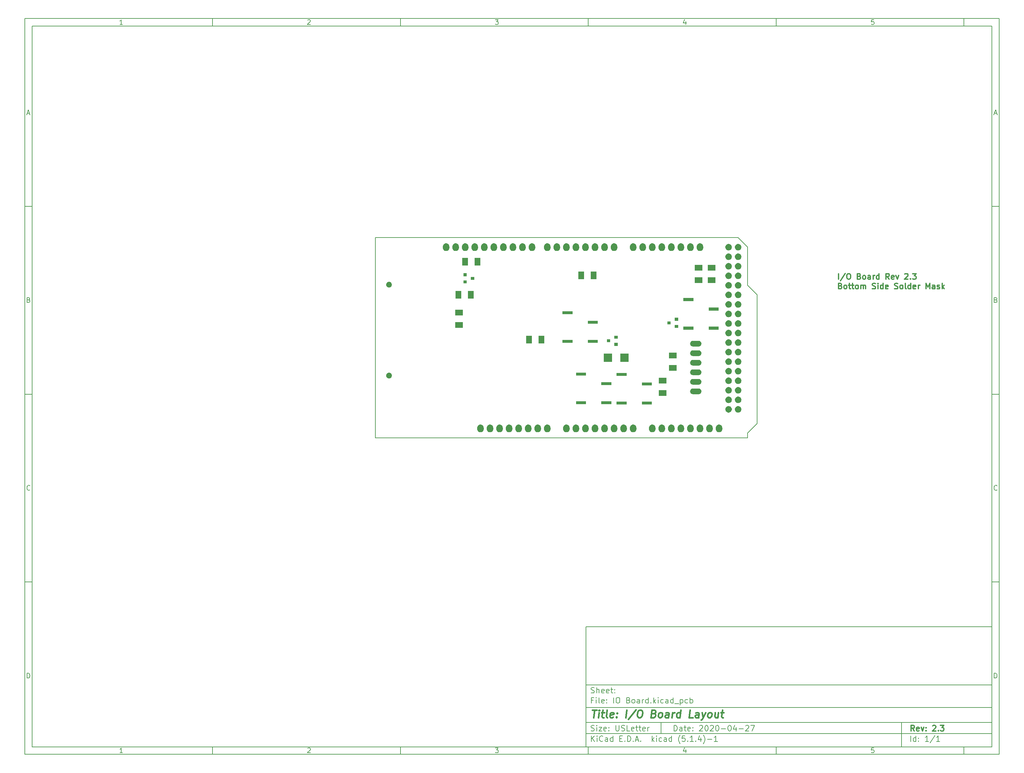
<source format=gbr>
G04 #@! TF.GenerationSoftware,KiCad,Pcbnew,(5.1.4)-1*
G04 #@! TF.CreationDate,2020-04-27T14:37:10-04:00*
G04 #@! TF.ProjectId,IO Board,494f2042-6f61-4726-942e-6b696361645f,2.3*
G04 #@! TF.SameCoordinates,Original*
G04 #@! TF.FileFunction,Soldermask,Bot*
G04 #@! TF.FilePolarity,Negative*
%FSLAX46Y46*%
G04 Gerber Fmt 4.6, Leading zero omitted, Abs format (unit mm)*
G04 Created by KiCad (PCBNEW (5.1.4)-1) date 2020-04-27 14:37:10*
%MOMM*%
%LPD*%
G04 APERTURE LIST*
%ADD10C,0.100000*%
%ADD11C,0.150000*%
%ADD12C,0.300000*%
%ADD13C,0.400000*%
G04 APERTURE END LIST*
D10*
D11*
X159400000Y-171900000D02*
X159400000Y-203900000D01*
X267400000Y-203900000D01*
X267400000Y-171900000D01*
X159400000Y-171900000D01*
D10*
D11*
X10000000Y-10000000D02*
X10000000Y-205900000D01*
X269400000Y-205900000D01*
X269400000Y-10000000D01*
X10000000Y-10000000D01*
D10*
D11*
X12000000Y-12000000D02*
X12000000Y-203900000D01*
X267400000Y-203900000D01*
X267400000Y-12000000D01*
X12000000Y-12000000D01*
D10*
D11*
X60000000Y-12000000D02*
X60000000Y-10000000D01*
D10*
D11*
X110000000Y-12000000D02*
X110000000Y-10000000D01*
D10*
D11*
X160000000Y-12000000D02*
X160000000Y-10000000D01*
D10*
D11*
X210000000Y-12000000D02*
X210000000Y-10000000D01*
D10*
D11*
X260000000Y-12000000D02*
X260000000Y-10000000D01*
D10*
D11*
X36065476Y-11588095D02*
X35322619Y-11588095D01*
X35694047Y-11588095D02*
X35694047Y-10288095D01*
X35570238Y-10473809D01*
X35446428Y-10597619D01*
X35322619Y-10659523D01*
D10*
D11*
X85322619Y-10411904D02*
X85384523Y-10350000D01*
X85508333Y-10288095D01*
X85817857Y-10288095D01*
X85941666Y-10350000D01*
X86003571Y-10411904D01*
X86065476Y-10535714D01*
X86065476Y-10659523D01*
X86003571Y-10845238D01*
X85260714Y-11588095D01*
X86065476Y-11588095D01*
D10*
D11*
X135260714Y-10288095D02*
X136065476Y-10288095D01*
X135632142Y-10783333D01*
X135817857Y-10783333D01*
X135941666Y-10845238D01*
X136003571Y-10907142D01*
X136065476Y-11030952D01*
X136065476Y-11340476D01*
X136003571Y-11464285D01*
X135941666Y-11526190D01*
X135817857Y-11588095D01*
X135446428Y-11588095D01*
X135322619Y-11526190D01*
X135260714Y-11464285D01*
D10*
D11*
X185941666Y-10721428D02*
X185941666Y-11588095D01*
X185632142Y-10226190D02*
X185322619Y-11154761D01*
X186127380Y-11154761D01*
D10*
D11*
X236003571Y-10288095D02*
X235384523Y-10288095D01*
X235322619Y-10907142D01*
X235384523Y-10845238D01*
X235508333Y-10783333D01*
X235817857Y-10783333D01*
X235941666Y-10845238D01*
X236003571Y-10907142D01*
X236065476Y-11030952D01*
X236065476Y-11340476D01*
X236003571Y-11464285D01*
X235941666Y-11526190D01*
X235817857Y-11588095D01*
X235508333Y-11588095D01*
X235384523Y-11526190D01*
X235322619Y-11464285D01*
D10*
D11*
X60000000Y-203900000D02*
X60000000Y-205900000D01*
D10*
D11*
X110000000Y-203900000D02*
X110000000Y-205900000D01*
D10*
D11*
X160000000Y-203900000D02*
X160000000Y-205900000D01*
D10*
D11*
X210000000Y-203900000D02*
X210000000Y-205900000D01*
D10*
D11*
X260000000Y-203900000D02*
X260000000Y-205900000D01*
D10*
D11*
X36065476Y-205488095D02*
X35322619Y-205488095D01*
X35694047Y-205488095D02*
X35694047Y-204188095D01*
X35570238Y-204373809D01*
X35446428Y-204497619D01*
X35322619Y-204559523D01*
D10*
D11*
X85322619Y-204311904D02*
X85384523Y-204250000D01*
X85508333Y-204188095D01*
X85817857Y-204188095D01*
X85941666Y-204250000D01*
X86003571Y-204311904D01*
X86065476Y-204435714D01*
X86065476Y-204559523D01*
X86003571Y-204745238D01*
X85260714Y-205488095D01*
X86065476Y-205488095D01*
D10*
D11*
X135260714Y-204188095D02*
X136065476Y-204188095D01*
X135632142Y-204683333D01*
X135817857Y-204683333D01*
X135941666Y-204745238D01*
X136003571Y-204807142D01*
X136065476Y-204930952D01*
X136065476Y-205240476D01*
X136003571Y-205364285D01*
X135941666Y-205426190D01*
X135817857Y-205488095D01*
X135446428Y-205488095D01*
X135322619Y-205426190D01*
X135260714Y-205364285D01*
D10*
D11*
X185941666Y-204621428D02*
X185941666Y-205488095D01*
X185632142Y-204126190D02*
X185322619Y-205054761D01*
X186127380Y-205054761D01*
D10*
D11*
X236003571Y-204188095D02*
X235384523Y-204188095D01*
X235322619Y-204807142D01*
X235384523Y-204745238D01*
X235508333Y-204683333D01*
X235817857Y-204683333D01*
X235941666Y-204745238D01*
X236003571Y-204807142D01*
X236065476Y-204930952D01*
X236065476Y-205240476D01*
X236003571Y-205364285D01*
X235941666Y-205426190D01*
X235817857Y-205488095D01*
X235508333Y-205488095D01*
X235384523Y-205426190D01*
X235322619Y-205364285D01*
D10*
D11*
X10000000Y-60000000D02*
X12000000Y-60000000D01*
D10*
D11*
X10000000Y-110000000D02*
X12000000Y-110000000D01*
D10*
D11*
X10000000Y-160000000D02*
X12000000Y-160000000D01*
D10*
D11*
X10690476Y-35216666D02*
X11309523Y-35216666D01*
X10566666Y-35588095D02*
X11000000Y-34288095D01*
X11433333Y-35588095D01*
D10*
D11*
X11092857Y-84907142D02*
X11278571Y-84969047D01*
X11340476Y-85030952D01*
X11402380Y-85154761D01*
X11402380Y-85340476D01*
X11340476Y-85464285D01*
X11278571Y-85526190D01*
X11154761Y-85588095D01*
X10659523Y-85588095D01*
X10659523Y-84288095D01*
X11092857Y-84288095D01*
X11216666Y-84350000D01*
X11278571Y-84411904D01*
X11340476Y-84535714D01*
X11340476Y-84659523D01*
X11278571Y-84783333D01*
X11216666Y-84845238D01*
X11092857Y-84907142D01*
X10659523Y-84907142D01*
D10*
D11*
X11402380Y-135464285D02*
X11340476Y-135526190D01*
X11154761Y-135588095D01*
X11030952Y-135588095D01*
X10845238Y-135526190D01*
X10721428Y-135402380D01*
X10659523Y-135278571D01*
X10597619Y-135030952D01*
X10597619Y-134845238D01*
X10659523Y-134597619D01*
X10721428Y-134473809D01*
X10845238Y-134350000D01*
X11030952Y-134288095D01*
X11154761Y-134288095D01*
X11340476Y-134350000D01*
X11402380Y-134411904D01*
D10*
D11*
X10659523Y-185588095D02*
X10659523Y-184288095D01*
X10969047Y-184288095D01*
X11154761Y-184350000D01*
X11278571Y-184473809D01*
X11340476Y-184597619D01*
X11402380Y-184845238D01*
X11402380Y-185030952D01*
X11340476Y-185278571D01*
X11278571Y-185402380D01*
X11154761Y-185526190D01*
X10969047Y-185588095D01*
X10659523Y-185588095D01*
D10*
D11*
X269400000Y-60000000D02*
X267400000Y-60000000D01*
D10*
D11*
X269400000Y-110000000D02*
X267400000Y-110000000D01*
D10*
D11*
X269400000Y-160000000D02*
X267400000Y-160000000D01*
D10*
D11*
X268090476Y-35216666D02*
X268709523Y-35216666D01*
X267966666Y-35588095D02*
X268400000Y-34288095D01*
X268833333Y-35588095D01*
D10*
D11*
X268492857Y-84907142D02*
X268678571Y-84969047D01*
X268740476Y-85030952D01*
X268802380Y-85154761D01*
X268802380Y-85340476D01*
X268740476Y-85464285D01*
X268678571Y-85526190D01*
X268554761Y-85588095D01*
X268059523Y-85588095D01*
X268059523Y-84288095D01*
X268492857Y-84288095D01*
X268616666Y-84350000D01*
X268678571Y-84411904D01*
X268740476Y-84535714D01*
X268740476Y-84659523D01*
X268678571Y-84783333D01*
X268616666Y-84845238D01*
X268492857Y-84907142D01*
X268059523Y-84907142D01*
D10*
D11*
X268802380Y-135464285D02*
X268740476Y-135526190D01*
X268554761Y-135588095D01*
X268430952Y-135588095D01*
X268245238Y-135526190D01*
X268121428Y-135402380D01*
X268059523Y-135278571D01*
X267997619Y-135030952D01*
X267997619Y-134845238D01*
X268059523Y-134597619D01*
X268121428Y-134473809D01*
X268245238Y-134350000D01*
X268430952Y-134288095D01*
X268554761Y-134288095D01*
X268740476Y-134350000D01*
X268802380Y-134411904D01*
D10*
D11*
X268059523Y-185588095D02*
X268059523Y-184288095D01*
X268369047Y-184288095D01*
X268554761Y-184350000D01*
X268678571Y-184473809D01*
X268740476Y-184597619D01*
X268802380Y-184845238D01*
X268802380Y-185030952D01*
X268740476Y-185278571D01*
X268678571Y-185402380D01*
X268554761Y-185526190D01*
X268369047Y-185588095D01*
X268059523Y-185588095D01*
D10*
D11*
X182832142Y-199678571D02*
X182832142Y-198178571D01*
X183189285Y-198178571D01*
X183403571Y-198250000D01*
X183546428Y-198392857D01*
X183617857Y-198535714D01*
X183689285Y-198821428D01*
X183689285Y-199035714D01*
X183617857Y-199321428D01*
X183546428Y-199464285D01*
X183403571Y-199607142D01*
X183189285Y-199678571D01*
X182832142Y-199678571D01*
X184975000Y-199678571D02*
X184975000Y-198892857D01*
X184903571Y-198750000D01*
X184760714Y-198678571D01*
X184475000Y-198678571D01*
X184332142Y-198750000D01*
X184975000Y-199607142D02*
X184832142Y-199678571D01*
X184475000Y-199678571D01*
X184332142Y-199607142D01*
X184260714Y-199464285D01*
X184260714Y-199321428D01*
X184332142Y-199178571D01*
X184475000Y-199107142D01*
X184832142Y-199107142D01*
X184975000Y-199035714D01*
X185475000Y-198678571D02*
X186046428Y-198678571D01*
X185689285Y-198178571D02*
X185689285Y-199464285D01*
X185760714Y-199607142D01*
X185903571Y-199678571D01*
X186046428Y-199678571D01*
X187117857Y-199607142D02*
X186975000Y-199678571D01*
X186689285Y-199678571D01*
X186546428Y-199607142D01*
X186475000Y-199464285D01*
X186475000Y-198892857D01*
X186546428Y-198750000D01*
X186689285Y-198678571D01*
X186975000Y-198678571D01*
X187117857Y-198750000D01*
X187189285Y-198892857D01*
X187189285Y-199035714D01*
X186475000Y-199178571D01*
X187832142Y-199535714D02*
X187903571Y-199607142D01*
X187832142Y-199678571D01*
X187760714Y-199607142D01*
X187832142Y-199535714D01*
X187832142Y-199678571D01*
X187832142Y-198750000D02*
X187903571Y-198821428D01*
X187832142Y-198892857D01*
X187760714Y-198821428D01*
X187832142Y-198750000D01*
X187832142Y-198892857D01*
X189617857Y-198321428D02*
X189689285Y-198250000D01*
X189832142Y-198178571D01*
X190189285Y-198178571D01*
X190332142Y-198250000D01*
X190403571Y-198321428D01*
X190475000Y-198464285D01*
X190475000Y-198607142D01*
X190403571Y-198821428D01*
X189546428Y-199678571D01*
X190475000Y-199678571D01*
X191403571Y-198178571D02*
X191546428Y-198178571D01*
X191689285Y-198250000D01*
X191760714Y-198321428D01*
X191832142Y-198464285D01*
X191903571Y-198750000D01*
X191903571Y-199107142D01*
X191832142Y-199392857D01*
X191760714Y-199535714D01*
X191689285Y-199607142D01*
X191546428Y-199678571D01*
X191403571Y-199678571D01*
X191260714Y-199607142D01*
X191189285Y-199535714D01*
X191117857Y-199392857D01*
X191046428Y-199107142D01*
X191046428Y-198750000D01*
X191117857Y-198464285D01*
X191189285Y-198321428D01*
X191260714Y-198250000D01*
X191403571Y-198178571D01*
X192475000Y-198321428D02*
X192546428Y-198250000D01*
X192689285Y-198178571D01*
X193046428Y-198178571D01*
X193189285Y-198250000D01*
X193260714Y-198321428D01*
X193332142Y-198464285D01*
X193332142Y-198607142D01*
X193260714Y-198821428D01*
X192403571Y-199678571D01*
X193332142Y-199678571D01*
X194260714Y-198178571D02*
X194403571Y-198178571D01*
X194546428Y-198250000D01*
X194617857Y-198321428D01*
X194689285Y-198464285D01*
X194760714Y-198750000D01*
X194760714Y-199107142D01*
X194689285Y-199392857D01*
X194617857Y-199535714D01*
X194546428Y-199607142D01*
X194403571Y-199678571D01*
X194260714Y-199678571D01*
X194117857Y-199607142D01*
X194046428Y-199535714D01*
X193975000Y-199392857D01*
X193903571Y-199107142D01*
X193903571Y-198750000D01*
X193975000Y-198464285D01*
X194046428Y-198321428D01*
X194117857Y-198250000D01*
X194260714Y-198178571D01*
X195403571Y-199107142D02*
X196546428Y-199107142D01*
X197546428Y-198178571D02*
X197689285Y-198178571D01*
X197832142Y-198250000D01*
X197903571Y-198321428D01*
X197975000Y-198464285D01*
X198046428Y-198750000D01*
X198046428Y-199107142D01*
X197975000Y-199392857D01*
X197903571Y-199535714D01*
X197832142Y-199607142D01*
X197689285Y-199678571D01*
X197546428Y-199678571D01*
X197403571Y-199607142D01*
X197332142Y-199535714D01*
X197260714Y-199392857D01*
X197189285Y-199107142D01*
X197189285Y-198750000D01*
X197260714Y-198464285D01*
X197332142Y-198321428D01*
X197403571Y-198250000D01*
X197546428Y-198178571D01*
X199332142Y-198678571D02*
X199332142Y-199678571D01*
X198975000Y-198107142D02*
X198617857Y-199178571D01*
X199546428Y-199178571D01*
X200117857Y-199107142D02*
X201260714Y-199107142D01*
X201903571Y-198321428D02*
X201975000Y-198250000D01*
X202117857Y-198178571D01*
X202475000Y-198178571D01*
X202617857Y-198250000D01*
X202689285Y-198321428D01*
X202760714Y-198464285D01*
X202760714Y-198607142D01*
X202689285Y-198821428D01*
X201832142Y-199678571D01*
X202760714Y-199678571D01*
X203260714Y-198178571D02*
X204260714Y-198178571D01*
X203617857Y-199678571D01*
D10*
D11*
X159400000Y-200400000D02*
X267400000Y-200400000D01*
D10*
D11*
X160832142Y-202478571D02*
X160832142Y-200978571D01*
X161689285Y-202478571D02*
X161046428Y-201621428D01*
X161689285Y-200978571D02*
X160832142Y-201835714D01*
X162332142Y-202478571D02*
X162332142Y-201478571D01*
X162332142Y-200978571D02*
X162260714Y-201050000D01*
X162332142Y-201121428D01*
X162403571Y-201050000D01*
X162332142Y-200978571D01*
X162332142Y-201121428D01*
X163903571Y-202335714D02*
X163832142Y-202407142D01*
X163617857Y-202478571D01*
X163475000Y-202478571D01*
X163260714Y-202407142D01*
X163117857Y-202264285D01*
X163046428Y-202121428D01*
X162975000Y-201835714D01*
X162975000Y-201621428D01*
X163046428Y-201335714D01*
X163117857Y-201192857D01*
X163260714Y-201050000D01*
X163475000Y-200978571D01*
X163617857Y-200978571D01*
X163832142Y-201050000D01*
X163903571Y-201121428D01*
X165189285Y-202478571D02*
X165189285Y-201692857D01*
X165117857Y-201550000D01*
X164975000Y-201478571D01*
X164689285Y-201478571D01*
X164546428Y-201550000D01*
X165189285Y-202407142D02*
X165046428Y-202478571D01*
X164689285Y-202478571D01*
X164546428Y-202407142D01*
X164475000Y-202264285D01*
X164475000Y-202121428D01*
X164546428Y-201978571D01*
X164689285Y-201907142D01*
X165046428Y-201907142D01*
X165189285Y-201835714D01*
X166546428Y-202478571D02*
X166546428Y-200978571D01*
X166546428Y-202407142D02*
X166403571Y-202478571D01*
X166117857Y-202478571D01*
X165975000Y-202407142D01*
X165903571Y-202335714D01*
X165832142Y-202192857D01*
X165832142Y-201764285D01*
X165903571Y-201621428D01*
X165975000Y-201550000D01*
X166117857Y-201478571D01*
X166403571Y-201478571D01*
X166546428Y-201550000D01*
X168403571Y-201692857D02*
X168903571Y-201692857D01*
X169117857Y-202478571D02*
X168403571Y-202478571D01*
X168403571Y-200978571D01*
X169117857Y-200978571D01*
X169760714Y-202335714D02*
X169832142Y-202407142D01*
X169760714Y-202478571D01*
X169689285Y-202407142D01*
X169760714Y-202335714D01*
X169760714Y-202478571D01*
X170475000Y-202478571D02*
X170475000Y-200978571D01*
X170832142Y-200978571D01*
X171046428Y-201050000D01*
X171189285Y-201192857D01*
X171260714Y-201335714D01*
X171332142Y-201621428D01*
X171332142Y-201835714D01*
X171260714Y-202121428D01*
X171189285Y-202264285D01*
X171046428Y-202407142D01*
X170832142Y-202478571D01*
X170475000Y-202478571D01*
X171975000Y-202335714D02*
X172046428Y-202407142D01*
X171975000Y-202478571D01*
X171903571Y-202407142D01*
X171975000Y-202335714D01*
X171975000Y-202478571D01*
X172617857Y-202050000D02*
X173332142Y-202050000D01*
X172475000Y-202478571D02*
X172975000Y-200978571D01*
X173475000Y-202478571D01*
X173975000Y-202335714D02*
X174046428Y-202407142D01*
X173975000Y-202478571D01*
X173903571Y-202407142D01*
X173975000Y-202335714D01*
X173975000Y-202478571D01*
X176975000Y-202478571D02*
X176975000Y-200978571D01*
X177117857Y-201907142D02*
X177546428Y-202478571D01*
X177546428Y-201478571D02*
X176975000Y-202050000D01*
X178189285Y-202478571D02*
X178189285Y-201478571D01*
X178189285Y-200978571D02*
X178117857Y-201050000D01*
X178189285Y-201121428D01*
X178260714Y-201050000D01*
X178189285Y-200978571D01*
X178189285Y-201121428D01*
X179546428Y-202407142D02*
X179403571Y-202478571D01*
X179117857Y-202478571D01*
X178975000Y-202407142D01*
X178903571Y-202335714D01*
X178832142Y-202192857D01*
X178832142Y-201764285D01*
X178903571Y-201621428D01*
X178975000Y-201550000D01*
X179117857Y-201478571D01*
X179403571Y-201478571D01*
X179546428Y-201550000D01*
X180832142Y-202478571D02*
X180832142Y-201692857D01*
X180760714Y-201550000D01*
X180617857Y-201478571D01*
X180332142Y-201478571D01*
X180189285Y-201550000D01*
X180832142Y-202407142D02*
X180689285Y-202478571D01*
X180332142Y-202478571D01*
X180189285Y-202407142D01*
X180117857Y-202264285D01*
X180117857Y-202121428D01*
X180189285Y-201978571D01*
X180332142Y-201907142D01*
X180689285Y-201907142D01*
X180832142Y-201835714D01*
X182189285Y-202478571D02*
X182189285Y-200978571D01*
X182189285Y-202407142D02*
X182046428Y-202478571D01*
X181760714Y-202478571D01*
X181617857Y-202407142D01*
X181546428Y-202335714D01*
X181475000Y-202192857D01*
X181475000Y-201764285D01*
X181546428Y-201621428D01*
X181617857Y-201550000D01*
X181760714Y-201478571D01*
X182046428Y-201478571D01*
X182189285Y-201550000D01*
X184475000Y-203050000D02*
X184403571Y-202978571D01*
X184260714Y-202764285D01*
X184189285Y-202621428D01*
X184117857Y-202407142D01*
X184046428Y-202050000D01*
X184046428Y-201764285D01*
X184117857Y-201407142D01*
X184189285Y-201192857D01*
X184260714Y-201050000D01*
X184403571Y-200835714D01*
X184475000Y-200764285D01*
X185760714Y-200978571D02*
X185046428Y-200978571D01*
X184975000Y-201692857D01*
X185046428Y-201621428D01*
X185189285Y-201550000D01*
X185546428Y-201550000D01*
X185689285Y-201621428D01*
X185760714Y-201692857D01*
X185832142Y-201835714D01*
X185832142Y-202192857D01*
X185760714Y-202335714D01*
X185689285Y-202407142D01*
X185546428Y-202478571D01*
X185189285Y-202478571D01*
X185046428Y-202407142D01*
X184975000Y-202335714D01*
X186475000Y-202335714D02*
X186546428Y-202407142D01*
X186475000Y-202478571D01*
X186403571Y-202407142D01*
X186475000Y-202335714D01*
X186475000Y-202478571D01*
X187975000Y-202478571D02*
X187117857Y-202478571D01*
X187546428Y-202478571D02*
X187546428Y-200978571D01*
X187403571Y-201192857D01*
X187260714Y-201335714D01*
X187117857Y-201407142D01*
X188617857Y-202335714D02*
X188689285Y-202407142D01*
X188617857Y-202478571D01*
X188546428Y-202407142D01*
X188617857Y-202335714D01*
X188617857Y-202478571D01*
X189975000Y-201478571D02*
X189975000Y-202478571D01*
X189617857Y-200907142D02*
X189260714Y-201978571D01*
X190189285Y-201978571D01*
X190617857Y-203050000D02*
X190689285Y-202978571D01*
X190832142Y-202764285D01*
X190903571Y-202621428D01*
X190975000Y-202407142D01*
X191046428Y-202050000D01*
X191046428Y-201764285D01*
X190975000Y-201407142D01*
X190903571Y-201192857D01*
X190832142Y-201050000D01*
X190689285Y-200835714D01*
X190617857Y-200764285D01*
X191760714Y-201907142D02*
X192903571Y-201907142D01*
X194403571Y-202478571D02*
X193546428Y-202478571D01*
X193975000Y-202478571D02*
X193975000Y-200978571D01*
X193832142Y-201192857D01*
X193689285Y-201335714D01*
X193546428Y-201407142D01*
D10*
D11*
X159400000Y-197400000D02*
X267400000Y-197400000D01*
D10*
D12*
X246809285Y-199678571D02*
X246309285Y-198964285D01*
X245952142Y-199678571D02*
X245952142Y-198178571D01*
X246523571Y-198178571D01*
X246666428Y-198250000D01*
X246737857Y-198321428D01*
X246809285Y-198464285D01*
X246809285Y-198678571D01*
X246737857Y-198821428D01*
X246666428Y-198892857D01*
X246523571Y-198964285D01*
X245952142Y-198964285D01*
X248023571Y-199607142D02*
X247880714Y-199678571D01*
X247595000Y-199678571D01*
X247452142Y-199607142D01*
X247380714Y-199464285D01*
X247380714Y-198892857D01*
X247452142Y-198750000D01*
X247595000Y-198678571D01*
X247880714Y-198678571D01*
X248023571Y-198750000D01*
X248095000Y-198892857D01*
X248095000Y-199035714D01*
X247380714Y-199178571D01*
X248595000Y-198678571D02*
X248952142Y-199678571D01*
X249309285Y-198678571D01*
X249880714Y-199535714D02*
X249952142Y-199607142D01*
X249880714Y-199678571D01*
X249809285Y-199607142D01*
X249880714Y-199535714D01*
X249880714Y-199678571D01*
X249880714Y-198750000D02*
X249952142Y-198821428D01*
X249880714Y-198892857D01*
X249809285Y-198821428D01*
X249880714Y-198750000D01*
X249880714Y-198892857D01*
X251666428Y-198321428D02*
X251737857Y-198250000D01*
X251880714Y-198178571D01*
X252237857Y-198178571D01*
X252380714Y-198250000D01*
X252452142Y-198321428D01*
X252523571Y-198464285D01*
X252523571Y-198607142D01*
X252452142Y-198821428D01*
X251595000Y-199678571D01*
X252523571Y-199678571D01*
X253166428Y-199535714D02*
X253237857Y-199607142D01*
X253166428Y-199678571D01*
X253095000Y-199607142D01*
X253166428Y-199535714D01*
X253166428Y-199678571D01*
X253737857Y-198178571D02*
X254666428Y-198178571D01*
X254166428Y-198750000D01*
X254380714Y-198750000D01*
X254523571Y-198821428D01*
X254595000Y-198892857D01*
X254666428Y-199035714D01*
X254666428Y-199392857D01*
X254595000Y-199535714D01*
X254523571Y-199607142D01*
X254380714Y-199678571D01*
X253952142Y-199678571D01*
X253809285Y-199607142D01*
X253737857Y-199535714D01*
D10*
D11*
X160760714Y-199607142D02*
X160975000Y-199678571D01*
X161332142Y-199678571D01*
X161475000Y-199607142D01*
X161546428Y-199535714D01*
X161617857Y-199392857D01*
X161617857Y-199250000D01*
X161546428Y-199107142D01*
X161475000Y-199035714D01*
X161332142Y-198964285D01*
X161046428Y-198892857D01*
X160903571Y-198821428D01*
X160832142Y-198750000D01*
X160760714Y-198607142D01*
X160760714Y-198464285D01*
X160832142Y-198321428D01*
X160903571Y-198250000D01*
X161046428Y-198178571D01*
X161403571Y-198178571D01*
X161617857Y-198250000D01*
X162260714Y-199678571D02*
X162260714Y-198678571D01*
X162260714Y-198178571D02*
X162189285Y-198250000D01*
X162260714Y-198321428D01*
X162332142Y-198250000D01*
X162260714Y-198178571D01*
X162260714Y-198321428D01*
X162832142Y-198678571D02*
X163617857Y-198678571D01*
X162832142Y-199678571D01*
X163617857Y-199678571D01*
X164760714Y-199607142D02*
X164617857Y-199678571D01*
X164332142Y-199678571D01*
X164189285Y-199607142D01*
X164117857Y-199464285D01*
X164117857Y-198892857D01*
X164189285Y-198750000D01*
X164332142Y-198678571D01*
X164617857Y-198678571D01*
X164760714Y-198750000D01*
X164832142Y-198892857D01*
X164832142Y-199035714D01*
X164117857Y-199178571D01*
X165475000Y-199535714D02*
X165546428Y-199607142D01*
X165475000Y-199678571D01*
X165403571Y-199607142D01*
X165475000Y-199535714D01*
X165475000Y-199678571D01*
X165475000Y-198750000D02*
X165546428Y-198821428D01*
X165475000Y-198892857D01*
X165403571Y-198821428D01*
X165475000Y-198750000D01*
X165475000Y-198892857D01*
X167332142Y-198178571D02*
X167332142Y-199392857D01*
X167403571Y-199535714D01*
X167475000Y-199607142D01*
X167617857Y-199678571D01*
X167903571Y-199678571D01*
X168046428Y-199607142D01*
X168117857Y-199535714D01*
X168189285Y-199392857D01*
X168189285Y-198178571D01*
X168832142Y-199607142D02*
X169046428Y-199678571D01*
X169403571Y-199678571D01*
X169546428Y-199607142D01*
X169617857Y-199535714D01*
X169689285Y-199392857D01*
X169689285Y-199250000D01*
X169617857Y-199107142D01*
X169546428Y-199035714D01*
X169403571Y-198964285D01*
X169117857Y-198892857D01*
X168975000Y-198821428D01*
X168903571Y-198750000D01*
X168832142Y-198607142D01*
X168832142Y-198464285D01*
X168903571Y-198321428D01*
X168975000Y-198250000D01*
X169117857Y-198178571D01*
X169475000Y-198178571D01*
X169689285Y-198250000D01*
X171046428Y-199678571D02*
X170332142Y-199678571D01*
X170332142Y-198178571D01*
X172117857Y-199607142D02*
X171975000Y-199678571D01*
X171689285Y-199678571D01*
X171546428Y-199607142D01*
X171475000Y-199464285D01*
X171475000Y-198892857D01*
X171546428Y-198750000D01*
X171689285Y-198678571D01*
X171975000Y-198678571D01*
X172117857Y-198750000D01*
X172189285Y-198892857D01*
X172189285Y-199035714D01*
X171475000Y-199178571D01*
X172617857Y-198678571D02*
X173189285Y-198678571D01*
X172832142Y-198178571D02*
X172832142Y-199464285D01*
X172903571Y-199607142D01*
X173046428Y-199678571D01*
X173189285Y-199678571D01*
X173475000Y-198678571D02*
X174046428Y-198678571D01*
X173689285Y-198178571D02*
X173689285Y-199464285D01*
X173760714Y-199607142D01*
X173903571Y-199678571D01*
X174046428Y-199678571D01*
X175117857Y-199607142D02*
X174975000Y-199678571D01*
X174689285Y-199678571D01*
X174546428Y-199607142D01*
X174475000Y-199464285D01*
X174475000Y-198892857D01*
X174546428Y-198750000D01*
X174689285Y-198678571D01*
X174975000Y-198678571D01*
X175117857Y-198750000D01*
X175189285Y-198892857D01*
X175189285Y-199035714D01*
X174475000Y-199178571D01*
X175832142Y-199678571D02*
X175832142Y-198678571D01*
X175832142Y-198964285D02*
X175903571Y-198821428D01*
X175975000Y-198750000D01*
X176117857Y-198678571D01*
X176260714Y-198678571D01*
D10*
D11*
X245832142Y-202478571D02*
X245832142Y-200978571D01*
X247189285Y-202478571D02*
X247189285Y-200978571D01*
X247189285Y-202407142D02*
X247046428Y-202478571D01*
X246760714Y-202478571D01*
X246617857Y-202407142D01*
X246546428Y-202335714D01*
X246475000Y-202192857D01*
X246475000Y-201764285D01*
X246546428Y-201621428D01*
X246617857Y-201550000D01*
X246760714Y-201478571D01*
X247046428Y-201478571D01*
X247189285Y-201550000D01*
X247903571Y-202335714D02*
X247975000Y-202407142D01*
X247903571Y-202478571D01*
X247832142Y-202407142D01*
X247903571Y-202335714D01*
X247903571Y-202478571D01*
X247903571Y-201550000D02*
X247975000Y-201621428D01*
X247903571Y-201692857D01*
X247832142Y-201621428D01*
X247903571Y-201550000D01*
X247903571Y-201692857D01*
X250546428Y-202478571D02*
X249689285Y-202478571D01*
X250117857Y-202478571D02*
X250117857Y-200978571D01*
X249975000Y-201192857D01*
X249832142Y-201335714D01*
X249689285Y-201407142D01*
X252260714Y-200907142D02*
X250975000Y-202835714D01*
X253546428Y-202478571D02*
X252689285Y-202478571D01*
X253117857Y-202478571D02*
X253117857Y-200978571D01*
X252975000Y-201192857D01*
X252832142Y-201335714D01*
X252689285Y-201407142D01*
D10*
D11*
X159400000Y-193400000D02*
X267400000Y-193400000D01*
D10*
D13*
X161112380Y-194104761D02*
X162255238Y-194104761D01*
X161433809Y-196104761D02*
X161683809Y-194104761D01*
X162671904Y-196104761D02*
X162838571Y-194771428D01*
X162921904Y-194104761D02*
X162814761Y-194200000D01*
X162898095Y-194295238D01*
X163005238Y-194200000D01*
X162921904Y-194104761D01*
X162898095Y-194295238D01*
X163505238Y-194771428D02*
X164267142Y-194771428D01*
X163874285Y-194104761D02*
X163660000Y-195819047D01*
X163731428Y-196009523D01*
X163910000Y-196104761D01*
X164100476Y-196104761D01*
X165052857Y-196104761D02*
X164874285Y-196009523D01*
X164802857Y-195819047D01*
X165017142Y-194104761D01*
X166588571Y-196009523D02*
X166386190Y-196104761D01*
X166005238Y-196104761D01*
X165826666Y-196009523D01*
X165755238Y-195819047D01*
X165850476Y-195057142D01*
X165969523Y-194866666D01*
X166171904Y-194771428D01*
X166552857Y-194771428D01*
X166731428Y-194866666D01*
X166802857Y-195057142D01*
X166779047Y-195247619D01*
X165802857Y-195438095D01*
X167552857Y-195914285D02*
X167636190Y-196009523D01*
X167529047Y-196104761D01*
X167445714Y-196009523D01*
X167552857Y-195914285D01*
X167529047Y-196104761D01*
X167683809Y-194866666D02*
X167767142Y-194961904D01*
X167660000Y-195057142D01*
X167576666Y-194961904D01*
X167683809Y-194866666D01*
X167660000Y-195057142D01*
X170005238Y-196104761D02*
X170255238Y-194104761D01*
X172648095Y-194009523D02*
X170612380Y-196580952D01*
X173683809Y-194104761D02*
X174064761Y-194104761D01*
X174243333Y-194200000D01*
X174410000Y-194390476D01*
X174457619Y-194771428D01*
X174374285Y-195438095D01*
X174231428Y-195819047D01*
X174017142Y-196009523D01*
X173814761Y-196104761D01*
X173433809Y-196104761D01*
X173255238Y-196009523D01*
X173088571Y-195819047D01*
X173040952Y-195438095D01*
X173124285Y-194771428D01*
X173267142Y-194390476D01*
X173481428Y-194200000D01*
X173683809Y-194104761D01*
X177469523Y-195057142D02*
X177743333Y-195152380D01*
X177826666Y-195247619D01*
X177898095Y-195438095D01*
X177862380Y-195723809D01*
X177743333Y-195914285D01*
X177636190Y-196009523D01*
X177433809Y-196104761D01*
X176671904Y-196104761D01*
X176921904Y-194104761D01*
X177588571Y-194104761D01*
X177767142Y-194200000D01*
X177850476Y-194295238D01*
X177921904Y-194485714D01*
X177898095Y-194676190D01*
X177779047Y-194866666D01*
X177671904Y-194961904D01*
X177469523Y-195057142D01*
X176802857Y-195057142D01*
X178957619Y-196104761D02*
X178779047Y-196009523D01*
X178695714Y-195914285D01*
X178624285Y-195723809D01*
X178695714Y-195152380D01*
X178814761Y-194961904D01*
X178921904Y-194866666D01*
X179124285Y-194771428D01*
X179410000Y-194771428D01*
X179588571Y-194866666D01*
X179671904Y-194961904D01*
X179743333Y-195152380D01*
X179671904Y-195723809D01*
X179552857Y-195914285D01*
X179445714Y-196009523D01*
X179243333Y-196104761D01*
X178957619Y-196104761D01*
X181338571Y-196104761D02*
X181469523Y-195057142D01*
X181398095Y-194866666D01*
X181219523Y-194771428D01*
X180838571Y-194771428D01*
X180636190Y-194866666D01*
X181350476Y-196009523D02*
X181148095Y-196104761D01*
X180671904Y-196104761D01*
X180493333Y-196009523D01*
X180421904Y-195819047D01*
X180445714Y-195628571D01*
X180564761Y-195438095D01*
X180767142Y-195342857D01*
X181243333Y-195342857D01*
X181445714Y-195247619D01*
X182290952Y-196104761D02*
X182457619Y-194771428D01*
X182410000Y-195152380D02*
X182529047Y-194961904D01*
X182636190Y-194866666D01*
X182838571Y-194771428D01*
X183029047Y-194771428D01*
X184386190Y-196104761D02*
X184636190Y-194104761D01*
X184398095Y-196009523D02*
X184195714Y-196104761D01*
X183814761Y-196104761D01*
X183636190Y-196009523D01*
X183552857Y-195914285D01*
X183481428Y-195723809D01*
X183552857Y-195152380D01*
X183671904Y-194961904D01*
X183779047Y-194866666D01*
X183981428Y-194771428D01*
X184362380Y-194771428D01*
X184540952Y-194866666D01*
X187814761Y-196104761D02*
X186862380Y-196104761D01*
X187112380Y-194104761D01*
X189338571Y-196104761D02*
X189469523Y-195057142D01*
X189398095Y-194866666D01*
X189219523Y-194771428D01*
X188838571Y-194771428D01*
X188636190Y-194866666D01*
X189350476Y-196009523D02*
X189148095Y-196104761D01*
X188671904Y-196104761D01*
X188493333Y-196009523D01*
X188421904Y-195819047D01*
X188445714Y-195628571D01*
X188564761Y-195438095D01*
X188767142Y-195342857D01*
X189243333Y-195342857D01*
X189445714Y-195247619D01*
X190267142Y-194771428D02*
X190576666Y-196104761D01*
X191219523Y-194771428D02*
X190576666Y-196104761D01*
X190326666Y-196580952D01*
X190219523Y-196676190D01*
X190017142Y-196771428D01*
X192100476Y-196104761D02*
X191921904Y-196009523D01*
X191838571Y-195914285D01*
X191767142Y-195723809D01*
X191838571Y-195152380D01*
X191957619Y-194961904D01*
X192064761Y-194866666D01*
X192267142Y-194771428D01*
X192552857Y-194771428D01*
X192731428Y-194866666D01*
X192814761Y-194961904D01*
X192886190Y-195152380D01*
X192814761Y-195723809D01*
X192695714Y-195914285D01*
X192588571Y-196009523D01*
X192386190Y-196104761D01*
X192100476Y-196104761D01*
X194648095Y-194771428D02*
X194481428Y-196104761D01*
X193790952Y-194771428D02*
X193660000Y-195819047D01*
X193731428Y-196009523D01*
X193910000Y-196104761D01*
X194195714Y-196104761D01*
X194398095Y-196009523D01*
X194505238Y-195914285D01*
X195314761Y-194771428D02*
X196076666Y-194771428D01*
X195683809Y-194104761D02*
X195469523Y-195819047D01*
X195540952Y-196009523D01*
X195719523Y-196104761D01*
X195910000Y-196104761D01*
D10*
D11*
X161332142Y-191492857D02*
X160832142Y-191492857D01*
X160832142Y-192278571D02*
X160832142Y-190778571D01*
X161546428Y-190778571D01*
X162117857Y-192278571D02*
X162117857Y-191278571D01*
X162117857Y-190778571D02*
X162046428Y-190850000D01*
X162117857Y-190921428D01*
X162189285Y-190850000D01*
X162117857Y-190778571D01*
X162117857Y-190921428D01*
X163046428Y-192278571D02*
X162903571Y-192207142D01*
X162832142Y-192064285D01*
X162832142Y-190778571D01*
X164189285Y-192207142D02*
X164046428Y-192278571D01*
X163760714Y-192278571D01*
X163617857Y-192207142D01*
X163546428Y-192064285D01*
X163546428Y-191492857D01*
X163617857Y-191350000D01*
X163760714Y-191278571D01*
X164046428Y-191278571D01*
X164189285Y-191350000D01*
X164260714Y-191492857D01*
X164260714Y-191635714D01*
X163546428Y-191778571D01*
X164903571Y-192135714D02*
X164975000Y-192207142D01*
X164903571Y-192278571D01*
X164832142Y-192207142D01*
X164903571Y-192135714D01*
X164903571Y-192278571D01*
X164903571Y-191350000D02*
X164975000Y-191421428D01*
X164903571Y-191492857D01*
X164832142Y-191421428D01*
X164903571Y-191350000D01*
X164903571Y-191492857D01*
X166760714Y-192278571D02*
X166760714Y-190778571D01*
X167760714Y-190778571D02*
X168046428Y-190778571D01*
X168189285Y-190850000D01*
X168332142Y-190992857D01*
X168403571Y-191278571D01*
X168403571Y-191778571D01*
X168332142Y-192064285D01*
X168189285Y-192207142D01*
X168046428Y-192278571D01*
X167760714Y-192278571D01*
X167617857Y-192207142D01*
X167475000Y-192064285D01*
X167403571Y-191778571D01*
X167403571Y-191278571D01*
X167475000Y-190992857D01*
X167617857Y-190850000D01*
X167760714Y-190778571D01*
X170689285Y-191492857D02*
X170903571Y-191564285D01*
X170975000Y-191635714D01*
X171046428Y-191778571D01*
X171046428Y-191992857D01*
X170975000Y-192135714D01*
X170903571Y-192207142D01*
X170760714Y-192278571D01*
X170189285Y-192278571D01*
X170189285Y-190778571D01*
X170689285Y-190778571D01*
X170832142Y-190850000D01*
X170903571Y-190921428D01*
X170975000Y-191064285D01*
X170975000Y-191207142D01*
X170903571Y-191350000D01*
X170832142Y-191421428D01*
X170689285Y-191492857D01*
X170189285Y-191492857D01*
X171903571Y-192278571D02*
X171760714Y-192207142D01*
X171689285Y-192135714D01*
X171617857Y-191992857D01*
X171617857Y-191564285D01*
X171689285Y-191421428D01*
X171760714Y-191350000D01*
X171903571Y-191278571D01*
X172117857Y-191278571D01*
X172260714Y-191350000D01*
X172332142Y-191421428D01*
X172403571Y-191564285D01*
X172403571Y-191992857D01*
X172332142Y-192135714D01*
X172260714Y-192207142D01*
X172117857Y-192278571D01*
X171903571Y-192278571D01*
X173689285Y-192278571D02*
X173689285Y-191492857D01*
X173617857Y-191350000D01*
X173475000Y-191278571D01*
X173189285Y-191278571D01*
X173046428Y-191350000D01*
X173689285Y-192207142D02*
X173546428Y-192278571D01*
X173189285Y-192278571D01*
X173046428Y-192207142D01*
X172975000Y-192064285D01*
X172975000Y-191921428D01*
X173046428Y-191778571D01*
X173189285Y-191707142D01*
X173546428Y-191707142D01*
X173689285Y-191635714D01*
X174403571Y-192278571D02*
X174403571Y-191278571D01*
X174403571Y-191564285D02*
X174475000Y-191421428D01*
X174546428Y-191350000D01*
X174689285Y-191278571D01*
X174832142Y-191278571D01*
X175975000Y-192278571D02*
X175975000Y-190778571D01*
X175975000Y-192207142D02*
X175832142Y-192278571D01*
X175546428Y-192278571D01*
X175403571Y-192207142D01*
X175332142Y-192135714D01*
X175260714Y-191992857D01*
X175260714Y-191564285D01*
X175332142Y-191421428D01*
X175403571Y-191350000D01*
X175546428Y-191278571D01*
X175832142Y-191278571D01*
X175975000Y-191350000D01*
X176689285Y-192135714D02*
X176760714Y-192207142D01*
X176689285Y-192278571D01*
X176617857Y-192207142D01*
X176689285Y-192135714D01*
X176689285Y-192278571D01*
X177403571Y-192278571D02*
X177403571Y-190778571D01*
X177546428Y-191707142D02*
X177975000Y-192278571D01*
X177975000Y-191278571D02*
X177403571Y-191850000D01*
X178617857Y-192278571D02*
X178617857Y-191278571D01*
X178617857Y-190778571D02*
X178546428Y-190850000D01*
X178617857Y-190921428D01*
X178689285Y-190850000D01*
X178617857Y-190778571D01*
X178617857Y-190921428D01*
X179975000Y-192207142D02*
X179832142Y-192278571D01*
X179546428Y-192278571D01*
X179403571Y-192207142D01*
X179332142Y-192135714D01*
X179260714Y-191992857D01*
X179260714Y-191564285D01*
X179332142Y-191421428D01*
X179403571Y-191350000D01*
X179546428Y-191278571D01*
X179832142Y-191278571D01*
X179975000Y-191350000D01*
X181260714Y-192278571D02*
X181260714Y-191492857D01*
X181189285Y-191350000D01*
X181046428Y-191278571D01*
X180760714Y-191278571D01*
X180617857Y-191350000D01*
X181260714Y-192207142D02*
X181117857Y-192278571D01*
X180760714Y-192278571D01*
X180617857Y-192207142D01*
X180546428Y-192064285D01*
X180546428Y-191921428D01*
X180617857Y-191778571D01*
X180760714Y-191707142D01*
X181117857Y-191707142D01*
X181260714Y-191635714D01*
X182617857Y-192278571D02*
X182617857Y-190778571D01*
X182617857Y-192207142D02*
X182475000Y-192278571D01*
X182189285Y-192278571D01*
X182046428Y-192207142D01*
X181975000Y-192135714D01*
X181903571Y-191992857D01*
X181903571Y-191564285D01*
X181975000Y-191421428D01*
X182046428Y-191350000D01*
X182189285Y-191278571D01*
X182475000Y-191278571D01*
X182617857Y-191350000D01*
X182975000Y-192421428D02*
X184117857Y-192421428D01*
X184475000Y-191278571D02*
X184475000Y-192778571D01*
X184475000Y-191350000D02*
X184617857Y-191278571D01*
X184903571Y-191278571D01*
X185046428Y-191350000D01*
X185117857Y-191421428D01*
X185189285Y-191564285D01*
X185189285Y-191992857D01*
X185117857Y-192135714D01*
X185046428Y-192207142D01*
X184903571Y-192278571D01*
X184617857Y-192278571D01*
X184475000Y-192207142D01*
X186475000Y-192207142D02*
X186332142Y-192278571D01*
X186046428Y-192278571D01*
X185903571Y-192207142D01*
X185832142Y-192135714D01*
X185760714Y-191992857D01*
X185760714Y-191564285D01*
X185832142Y-191421428D01*
X185903571Y-191350000D01*
X186046428Y-191278571D01*
X186332142Y-191278571D01*
X186475000Y-191350000D01*
X187117857Y-192278571D02*
X187117857Y-190778571D01*
X187117857Y-191350000D02*
X187260714Y-191278571D01*
X187546428Y-191278571D01*
X187689285Y-191350000D01*
X187760714Y-191421428D01*
X187832142Y-191564285D01*
X187832142Y-191992857D01*
X187760714Y-192135714D01*
X187689285Y-192207142D01*
X187546428Y-192278571D01*
X187260714Y-192278571D01*
X187117857Y-192207142D01*
D10*
D11*
X159400000Y-187400000D02*
X267400000Y-187400000D01*
D10*
D11*
X160760714Y-189507142D02*
X160975000Y-189578571D01*
X161332142Y-189578571D01*
X161475000Y-189507142D01*
X161546428Y-189435714D01*
X161617857Y-189292857D01*
X161617857Y-189150000D01*
X161546428Y-189007142D01*
X161475000Y-188935714D01*
X161332142Y-188864285D01*
X161046428Y-188792857D01*
X160903571Y-188721428D01*
X160832142Y-188650000D01*
X160760714Y-188507142D01*
X160760714Y-188364285D01*
X160832142Y-188221428D01*
X160903571Y-188150000D01*
X161046428Y-188078571D01*
X161403571Y-188078571D01*
X161617857Y-188150000D01*
X162260714Y-189578571D02*
X162260714Y-188078571D01*
X162903571Y-189578571D02*
X162903571Y-188792857D01*
X162832142Y-188650000D01*
X162689285Y-188578571D01*
X162475000Y-188578571D01*
X162332142Y-188650000D01*
X162260714Y-188721428D01*
X164189285Y-189507142D02*
X164046428Y-189578571D01*
X163760714Y-189578571D01*
X163617857Y-189507142D01*
X163546428Y-189364285D01*
X163546428Y-188792857D01*
X163617857Y-188650000D01*
X163760714Y-188578571D01*
X164046428Y-188578571D01*
X164189285Y-188650000D01*
X164260714Y-188792857D01*
X164260714Y-188935714D01*
X163546428Y-189078571D01*
X165475000Y-189507142D02*
X165332142Y-189578571D01*
X165046428Y-189578571D01*
X164903571Y-189507142D01*
X164832142Y-189364285D01*
X164832142Y-188792857D01*
X164903571Y-188650000D01*
X165046428Y-188578571D01*
X165332142Y-188578571D01*
X165475000Y-188650000D01*
X165546428Y-188792857D01*
X165546428Y-188935714D01*
X164832142Y-189078571D01*
X165975000Y-188578571D02*
X166546428Y-188578571D01*
X166189285Y-188078571D02*
X166189285Y-189364285D01*
X166260714Y-189507142D01*
X166403571Y-189578571D01*
X166546428Y-189578571D01*
X167046428Y-189435714D02*
X167117857Y-189507142D01*
X167046428Y-189578571D01*
X166975000Y-189507142D01*
X167046428Y-189435714D01*
X167046428Y-189578571D01*
X167046428Y-188650000D02*
X167117857Y-188721428D01*
X167046428Y-188792857D01*
X166975000Y-188721428D01*
X167046428Y-188650000D01*
X167046428Y-188792857D01*
D10*
D11*
X179400000Y-197400000D02*
X179400000Y-200400000D01*
D10*
D11*
X243400000Y-197400000D02*
X243400000Y-203900000D01*
D12*
X226612142Y-79413571D02*
X226612142Y-77913571D01*
X228397857Y-77842142D02*
X227112142Y-79770714D01*
X229183571Y-77913571D02*
X229469285Y-77913571D01*
X229612142Y-77985000D01*
X229755000Y-78127857D01*
X229826428Y-78413571D01*
X229826428Y-78913571D01*
X229755000Y-79199285D01*
X229612142Y-79342142D01*
X229469285Y-79413571D01*
X229183571Y-79413571D01*
X229040714Y-79342142D01*
X228897857Y-79199285D01*
X228826428Y-78913571D01*
X228826428Y-78413571D01*
X228897857Y-78127857D01*
X229040714Y-77985000D01*
X229183571Y-77913571D01*
X232112142Y-78627857D02*
X232326428Y-78699285D01*
X232397857Y-78770714D01*
X232469285Y-78913571D01*
X232469285Y-79127857D01*
X232397857Y-79270714D01*
X232326428Y-79342142D01*
X232183571Y-79413571D01*
X231612142Y-79413571D01*
X231612142Y-77913571D01*
X232112142Y-77913571D01*
X232255000Y-77985000D01*
X232326428Y-78056428D01*
X232397857Y-78199285D01*
X232397857Y-78342142D01*
X232326428Y-78485000D01*
X232255000Y-78556428D01*
X232112142Y-78627857D01*
X231612142Y-78627857D01*
X233326428Y-79413571D02*
X233183571Y-79342142D01*
X233112142Y-79270714D01*
X233040714Y-79127857D01*
X233040714Y-78699285D01*
X233112142Y-78556428D01*
X233183571Y-78485000D01*
X233326428Y-78413571D01*
X233540714Y-78413571D01*
X233683571Y-78485000D01*
X233755000Y-78556428D01*
X233826428Y-78699285D01*
X233826428Y-79127857D01*
X233755000Y-79270714D01*
X233683571Y-79342142D01*
X233540714Y-79413571D01*
X233326428Y-79413571D01*
X235112142Y-79413571D02*
X235112142Y-78627857D01*
X235040714Y-78485000D01*
X234897857Y-78413571D01*
X234612142Y-78413571D01*
X234469285Y-78485000D01*
X235112142Y-79342142D02*
X234969285Y-79413571D01*
X234612142Y-79413571D01*
X234469285Y-79342142D01*
X234397857Y-79199285D01*
X234397857Y-79056428D01*
X234469285Y-78913571D01*
X234612142Y-78842142D01*
X234969285Y-78842142D01*
X235112142Y-78770714D01*
X235826428Y-79413571D02*
X235826428Y-78413571D01*
X235826428Y-78699285D02*
X235897857Y-78556428D01*
X235969285Y-78485000D01*
X236112142Y-78413571D01*
X236255000Y-78413571D01*
X237397857Y-79413571D02*
X237397857Y-77913571D01*
X237397857Y-79342142D02*
X237255000Y-79413571D01*
X236969285Y-79413571D01*
X236826428Y-79342142D01*
X236755000Y-79270714D01*
X236683571Y-79127857D01*
X236683571Y-78699285D01*
X236755000Y-78556428D01*
X236826428Y-78485000D01*
X236969285Y-78413571D01*
X237255000Y-78413571D01*
X237397857Y-78485000D01*
X240112142Y-79413571D02*
X239612142Y-78699285D01*
X239255000Y-79413571D02*
X239255000Y-77913571D01*
X239826428Y-77913571D01*
X239969285Y-77985000D01*
X240040714Y-78056428D01*
X240112142Y-78199285D01*
X240112142Y-78413571D01*
X240040714Y-78556428D01*
X239969285Y-78627857D01*
X239826428Y-78699285D01*
X239255000Y-78699285D01*
X241326428Y-79342142D02*
X241183571Y-79413571D01*
X240897857Y-79413571D01*
X240755000Y-79342142D01*
X240683571Y-79199285D01*
X240683571Y-78627857D01*
X240755000Y-78485000D01*
X240897857Y-78413571D01*
X241183571Y-78413571D01*
X241326428Y-78485000D01*
X241397857Y-78627857D01*
X241397857Y-78770714D01*
X240683571Y-78913571D01*
X241897857Y-78413571D02*
X242255000Y-79413571D01*
X242612142Y-78413571D01*
X244255000Y-78056428D02*
X244326428Y-77985000D01*
X244469285Y-77913571D01*
X244826428Y-77913571D01*
X244969285Y-77985000D01*
X245040714Y-78056428D01*
X245112142Y-78199285D01*
X245112142Y-78342142D01*
X245040714Y-78556428D01*
X244183571Y-79413571D01*
X245112142Y-79413571D01*
X245755000Y-79270714D02*
X245826428Y-79342142D01*
X245755000Y-79413571D01*
X245683571Y-79342142D01*
X245755000Y-79270714D01*
X245755000Y-79413571D01*
X246326428Y-77913571D02*
X247255000Y-77913571D01*
X246755000Y-78485000D01*
X246969285Y-78485000D01*
X247112142Y-78556428D01*
X247183571Y-78627857D01*
X247255000Y-78770714D01*
X247255000Y-79127857D01*
X247183571Y-79270714D01*
X247112142Y-79342142D01*
X246969285Y-79413571D01*
X246540714Y-79413571D01*
X246397857Y-79342142D01*
X246326428Y-79270714D01*
X227112142Y-81177857D02*
X227326428Y-81249285D01*
X227397857Y-81320714D01*
X227469285Y-81463571D01*
X227469285Y-81677857D01*
X227397857Y-81820714D01*
X227326428Y-81892142D01*
X227183571Y-81963571D01*
X226612142Y-81963571D01*
X226612142Y-80463571D01*
X227112142Y-80463571D01*
X227255000Y-80535000D01*
X227326428Y-80606428D01*
X227397857Y-80749285D01*
X227397857Y-80892142D01*
X227326428Y-81035000D01*
X227255000Y-81106428D01*
X227112142Y-81177857D01*
X226612142Y-81177857D01*
X228326428Y-81963571D02*
X228183571Y-81892142D01*
X228112142Y-81820714D01*
X228040714Y-81677857D01*
X228040714Y-81249285D01*
X228112142Y-81106428D01*
X228183571Y-81035000D01*
X228326428Y-80963571D01*
X228540714Y-80963571D01*
X228683571Y-81035000D01*
X228755000Y-81106428D01*
X228826428Y-81249285D01*
X228826428Y-81677857D01*
X228755000Y-81820714D01*
X228683571Y-81892142D01*
X228540714Y-81963571D01*
X228326428Y-81963571D01*
X229255000Y-80963571D02*
X229826428Y-80963571D01*
X229469285Y-80463571D02*
X229469285Y-81749285D01*
X229540714Y-81892142D01*
X229683571Y-81963571D01*
X229826428Y-81963571D01*
X230112142Y-80963571D02*
X230683571Y-80963571D01*
X230326428Y-80463571D02*
X230326428Y-81749285D01*
X230397857Y-81892142D01*
X230540714Y-81963571D01*
X230683571Y-81963571D01*
X231397857Y-81963571D02*
X231255000Y-81892142D01*
X231183571Y-81820714D01*
X231112142Y-81677857D01*
X231112142Y-81249285D01*
X231183571Y-81106428D01*
X231255000Y-81035000D01*
X231397857Y-80963571D01*
X231612142Y-80963571D01*
X231755000Y-81035000D01*
X231826428Y-81106428D01*
X231897857Y-81249285D01*
X231897857Y-81677857D01*
X231826428Y-81820714D01*
X231755000Y-81892142D01*
X231612142Y-81963571D01*
X231397857Y-81963571D01*
X232540714Y-81963571D02*
X232540714Y-80963571D01*
X232540714Y-81106428D02*
X232612142Y-81035000D01*
X232755000Y-80963571D01*
X232969285Y-80963571D01*
X233112142Y-81035000D01*
X233183571Y-81177857D01*
X233183571Y-81963571D01*
X233183571Y-81177857D02*
X233255000Y-81035000D01*
X233397857Y-80963571D01*
X233612142Y-80963571D01*
X233755000Y-81035000D01*
X233826428Y-81177857D01*
X233826428Y-81963571D01*
X235612142Y-81892142D02*
X235826428Y-81963571D01*
X236183571Y-81963571D01*
X236326428Y-81892142D01*
X236397857Y-81820714D01*
X236469285Y-81677857D01*
X236469285Y-81535000D01*
X236397857Y-81392142D01*
X236326428Y-81320714D01*
X236183571Y-81249285D01*
X235897857Y-81177857D01*
X235755000Y-81106428D01*
X235683571Y-81035000D01*
X235612142Y-80892142D01*
X235612142Y-80749285D01*
X235683571Y-80606428D01*
X235755000Y-80535000D01*
X235897857Y-80463571D01*
X236255000Y-80463571D01*
X236469285Y-80535000D01*
X237112142Y-81963571D02*
X237112142Y-80963571D01*
X237112142Y-80463571D02*
X237040714Y-80535000D01*
X237112142Y-80606428D01*
X237183571Y-80535000D01*
X237112142Y-80463571D01*
X237112142Y-80606428D01*
X238469285Y-81963571D02*
X238469285Y-80463571D01*
X238469285Y-81892142D02*
X238326428Y-81963571D01*
X238040714Y-81963571D01*
X237897857Y-81892142D01*
X237826428Y-81820714D01*
X237755000Y-81677857D01*
X237755000Y-81249285D01*
X237826428Y-81106428D01*
X237897857Y-81035000D01*
X238040714Y-80963571D01*
X238326428Y-80963571D01*
X238469285Y-81035000D01*
X239755000Y-81892142D02*
X239612142Y-81963571D01*
X239326428Y-81963571D01*
X239183571Y-81892142D01*
X239112142Y-81749285D01*
X239112142Y-81177857D01*
X239183571Y-81035000D01*
X239326428Y-80963571D01*
X239612142Y-80963571D01*
X239755000Y-81035000D01*
X239826428Y-81177857D01*
X239826428Y-81320714D01*
X239112142Y-81463571D01*
X241540714Y-81892142D02*
X241755000Y-81963571D01*
X242112142Y-81963571D01*
X242255000Y-81892142D01*
X242326428Y-81820714D01*
X242397857Y-81677857D01*
X242397857Y-81535000D01*
X242326428Y-81392142D01*
X242255000Y-81320714D01*
X242112142Y-81249285D01*
X241826428Y-81177857D01*
X241683571Y-81106428D01*
X241612142Y-81035000D01*
X241540714Y-80892142D01*
X241540714Y-80749285D01*
X241612142Y-80606428D01*
X241683571Y-80535000D01*
X241826428Y-80463571D01*
X242183571Y-80463571D01*
X242397857Y-80535000D01*
X243255000Y-81963571D02*
X243112142Y-81892142D01*
X243040714Y-81820714D01*
X242969285Y-81677857D01*
X242969285Y-81249285D01*
X243040714Y-81106428D01*
X243112142Y-81035000D01*
X243255000Y-80963571D01*
X243469285Y-80963571D01*
X243612142Y-81035000D01*
X243683571Y-81106428D01*
X243755000Y-81249285D01*
X243755000Y-81677857D01*
X243683571Y-81820714D01*
X243612142Y-81892142D01*
X243469285Y-81963571D01*
X243255000Y-81963571D01*
X244612142Y-81963571D02*
X244469285Y-81892142D01*
X244397857Y-81749285D01*
X244397857Y-80463571D01*
X245826428Y-81963571D02*
X245826428Y-80463571D01*
X245826428Y-81892142D02*
X245683571Y-81963571D01*
X245397857Y-81963571D01*
X245255000Y-81892142D01*
X245183571Y-81820714D01*
X245112142Y-81677857D01*
X245112142Y-81249285D01*
X245183571Y-81106428D01*
X245255000Y-81035000D01*
X245397857Y-80963571D01*
X245683571Y-80963571D01*
X245826428Y-81035000D01*
X247112142Y-81892142D02*
X246969285Y-81963571D01*
X246683571Y-81963571D01*
X246540714Y-81892142D01*
X246469285Y-81749285D01*
X246469285Y-81177857D01*
X246540714Y-81035000D01*
X246683571Y-80963571D01*
X246969285Y-80963571D01*
X247112142Y-81035000D01*
X247183571Y-81177857D01*
X247183571Y-81320714D01*
X246469285Y-81463571D01*
X247826428Y-81963571D02*
X247826428Y-80963571D01*
X247826428Y-81249285D02*
X247897857Y-81106428D01*
X247969285Y-81035000D01*
X248112142Y-80963571D01*
X248255000Y-80963571D01*
X249897857Y-81963571D02*
X249897857Y-80463571D01*
X250397857Y-81535000D01*
X250897857Y-80463571D01*
X250897857Y-81963571D01*
X252255000Y-81963571D02*
X252255000Y-81177857D01*
X252183571Y-81035000D01*
X252040714Y-80963571D01*
X251755000Y-80963571D01*
X251612142Y-81035000D01*
X252255000Y-81892142D02*
X252112142Y-81963571D01*
X251755000Y-81963571D01*
X251612142Y-81892142D01*
X251540714Y-81749285D01*
X251540714Y-81606428D01*
X251612142Y-81463571D01*
X251755000Y-81392142D01*
X252112142Y-81392142D01*
X252255000Y-81320714D01*
X252897857Y-81892142D02*
X253040714Y-81963571D01*
X253326428Y-81963571D01*
X253469285Y-81892142D01*
X253540714Y-81749285D01*
X253540714Y-81677857D01*
X253469285Y-81535000D01*
X253326428Y-81463571D01*
X253112142Y-81463571D01*
X252969285Y-81392142D01*
X252897857Y-81249285D01*
X252897857Y-81177857D01*
X252969285Y-81035000D01*
X253112142Y-80963571D01*
X253326428Y-80963571D01*
X253469285Y-81035000D01*
X254183571Y-81963571D02*
X254183571Y-80463571D01*
X254326428Y-81392142D02*
X254755000Y-81963571D01*
X254755000Y-80963571D02*
X254183571Y-81535000D01*
D11*
X202438000Y-121666000D02*
X103378000Y-121666000D01*
X202438000Y-120396000D02*
X202438000Y-121666000D01*
X204978000Y-117856000D02*
X202438000Y-120396000D01*
X204978000Y-83566000D02*
X204978000Y-117856000D01*
X202438000Y-81026000D02*
X204978000Y-83566000D01*
X202438000Y-70866000D02*
X202438000Y-81026000D01*
X199898000Y-68326000D02*
X202438000Y-70866000D01*
X103378000Y-68326000D02*
X199898000Y-68326000D01*
X103378000Y-121666000D02*
X103378000Y-68326000D01*
D10*
G36*
X194987294Y-118122496D02*
G01*
X195107726Y-118159029D01*
X195150087Y-118171879D01*
X195300107Y-118252066D01*
X195300110Y-118252068D01*
X195300111Y-118252069D01*
X195431612Y-118359988D01*
X195539531Y-118491488D01*
X195539533Y-118491492D01*
X195539534Y-118491493D01*
X195619721Y-118641513D01*
X195619722Y-118641516D01*
X195669104Y-118804305D01*
X195681600Y-118931180D01*
X195681600Y-119320819D01*
X195669104Y-119447694D01*
X195632571Y-119568128D01*
X195619721Y-119610488D01*
X195539534Y-119760507D01*
X195539531Y-119760512D01*
X195431612Y-119892012D01*
X195300112Y-119999931D01*
X195300108Y-119999933D01*
X195300107Y-119999934D01*
X195150087Y-120080121D01*
X195150084Y-120080122D01*
X194987295Y-120129504D01*
X194818000Y-120146178D01*
X194648706Y-120129504D01*
X194485917Y-120080122D01*
X194485914Y-120080121D01*
X194335894Y-119999934D01*
X194335893Y-119999933D01*
X194335889Y-119999931D01*
X194204388Y-119892012D01*
X194096469Y-119760512D01*
X194016280Y-119610488D01*
X194016279Y-119610487D01*
X194016278Y-119610484D01*
X193966896Y-119447695D01*
X193954400Y-119320820D01*
X193954400Y-118931181D01*
X193966896Y-118804306D01*
X194016278Y-118641517D01*
X194016279Y-118641513D01*
X194096466Y-118491493D01*
X194096470Y-118491488D01*
X194204388Y-118359988D01*
X194335888Y-118252069D01*
X194335892Y-118252067D01*
X194335893Y-118252066D01*
X194485913Y-118171879D01*
X194485916Y-118171878D01*
X194648705Y-118122496D01*
X194818000Y-118105822D01*
X194987294Y-118122496D01*
X194987294Y-118122496D01*
G37*
G36*
X164507294Y-118122496D02*
G01*
X164627726Y-118159029D01*
X164670087Y-118171879D01*
X164820107Y-118252066D01*
X164820110Y-118252068D01*
X164820111Y-118252069D01*
X164951612Y-118359988D01*
X165059531Y-118491488D01*
X165059533Y-118491492D01*
X165059534Y-118491493D01*
X165139721Y-118641513D01*
X165139722Y-118641516D01*
X165189104Y-118804305D01*
X165201600Y-118931180D01*
X165201600Y-119320819D01*
X165189104Y-119447694D01*
X165152571Y-119568128D01*
X165139721Y-119610488D01*
X165059534Y-119760507D01*
X165059531Y-119760512D01*
X164951612Y-119892012D01*
X164820112Y-119999931D01*
X164820108Y-119999933D01*
X164820107Y-119999934D01*
X164670087Y-120080121D01*
X164670084Y-120080122D01*
X164507295Y-120129504D01*
X164338000Y-120146178D01*
X164168706Y-120129504D01*
X164005917Y-120080122D01*
X164005914Y-120080121D01*
X163855894Y-119999934D01*
X163855893Y-119999933D01*
X163855889Y-119999931D01*
X163724388Y-119892012D01*
X163616469Y-119760512D01*
X163536280Y-119610488D01*
X163536279Y-119610487D01*
X163536278Y-119610484D01*
X163486896Y-119447695D01*
X163474400Y-119320820D01*
X163474400Y-118931181D01*
X163486896Y-118804306D01*
X163536278Y-118641517D01*
X163536279Y-118641513D01*
X163616466Y-118491493D01*
X163616470Y-118491488D01*
X163724388Y-118359988D01*
X163855888Y-118252069D01*
X163855892Y-118252067D01*
X163855893Y-118252066D01*
X164005913Y-118171879D01*
X164005916Y-118171878D01*
X164168705Y-118122496D01*
X164338000Y-118105822D01*
X164507294Y-118122496D01*
X164507294Y-118122496D01*
G37*
G36*
X131487294Y-118122496D02*
G01*
X131607726Y-118159029D01*
X131650087Y-118171879D01*
X131800107Y-118252066D01*
X131800110Y-118252068D01*
X131800111Y-118252069D01*
X131931612Y-118359988D01*
X132039531Y-118491488D01*
X132039533Y-118491492D01*
X132039534Y-118491493D01*
X132119721Y-118641513D01*
X132119722Y-118641516D01*
X132169104Y-118804305D01*
X132181600Y-118931180D01*
X132181600Y-119320819D01*
X132169104Y-119447694D01*
X132132571Y-119568128D01*
X132119721Y-119610488D01*
X132039534Y-119760507D01*
X132039531Y-119760512D01*
X131931612Y-119892012D01*
X131800112Y-119999931D01*
X131800108Y-119999933D01*
X131800107Y-119999934D01*
X131650087Y-120080121D01*
X131650084Y-120080122D01*
X131487295Y-120129504D01*
X131318000Y-120146178D01*
X131148706Y-120129504D01*
X130985917Y-120080122D01*
X130985914Y-120080121D01*
X130835894Y-119999934D01*
X130835893Y-119999933D01*
X130835889Y-119999931D01*
X130704388Y-119892012D01*
X130596469Y-119760512D01*
X130516280Y-119610488D01*
X130516279Y-119610487D01*
X130516278Y-119610484D01*
X130466896Y-119447695D01*
X130454400Y-119320820D01*
X130454400Y-118931181D01*
X130466896Y-118804306D01*
X130516278Y-118641517D01*
X130516279Y-118641513D01*
X130596466Y-118491493D01*
X130596470Y-118491488D01*
X130704388Y-118359988D01*
X130835888Y-118252069D01*
X130835892Y-118252067D01*
X130835893Y-118252066D01*
X130985913Y-118171879D01*
X130985916Y-118171878D01*
X131148705Y-118122496D01*
X131318000Y-118105822D01*
X131487294Y-118122496D01*
X131487294Y-118122496D01*
G37*
G36*
X134027294Y-118122496D02*
G01*
X134147726Y-118159029D01*
X134190087Y-118171879D01*
X134340107Y-118252066D01*
X134340110Y-118252068D01*
X134340111Y-118252069D01*
X134471612Y-118359988D01*
X134579531Y-118491488D01*
X134579533Y-118491492D01*
X134579534Y-118491493D01*
X134659721Y-118641513D01*
X134659722Y-118641516D01*
X134709104Y-118804305D01*
X134721600Y-118931180D01*
X134721600Y-119320819D01*
X134709104Y-119447694D01*
X134672571Y-119568128D01*
X134659721Y-119610488D01*
X134579534Y-119760507D01*
X134579531Y-119760512D01*
X134471612Y-119892012D01*
X134340112Y-119999931D01*
X134340108Y-119999933D01*
X134340107Y-119999934D01*
X134190087Y-120080121D01*
X134190084Y-120080122D01*
X134027295Y-120129504D01*
X133858000Y-120146178D01*
X133688706Y-120129504D01*
X133525917Y-120080122D01*
X133525914Y-120080121D01*
X133375894Y-119999934D01*
X133375893Y-119999933D01*
X133375889Y-119999931D01*
X133244388Y-119892012D01*
X133136469Y-119760512D01*
X133056280Y-119610488D01*
X133056279Y-119610487D01*
X133056278Y-119610484D01*
X133006896Y-119447695D01*
X132994400Y-119320820D01*
X132994400Y-118931181D01*
X133006896Y-118804306D01*
X133056278Y-118641517D01*
X133056279Y-118641513D01*
X133136466Y-118491493D01*
X133136470Y-118491488D01*
X133244388Y-118359988D01*
X133375888Y-118252069D01*
X133375892Y-118252067D01*
X133375893Y-118252066D01*
X133525913Y-118171879D01*
X133525916Y-118171878D01*
X133688705Y-118122496D01*
X133858000Y-118105822D01*
X134027294Y-118122496D01*
X134027294Y-118122496D01*
G37*
G36*
X136567294Y-118122496D02*
G01*
X136687726Y-118159029D01*
X136730087Y-118171879D01*
X136880107Y-118252066D01*
X136880110Y-118252068D01*
X136880111Y-118252069D01*
X137011612Y-118359988D01*
X137119531Y-118491488D01*
X137119533Y-118491492D01*
X137119534Y-118491493D01*
X137199721Y-118641513D01*
X137199722Y-118641516D01*
X137249104Y-118804305D01*
X137261600Y-118931180D01*
X137261600Y-119320819D01*
X137249104Y-119447694D01*
X137212571Y-119568128D01*
X137199721Y-119610488D01*
X137119534Y-119760507D01*
X137119531Y-119760512D01*
X137011612Y-119892012D01*
X136880112Y-119999931D01*
X136880108Y-119999933D01*
X136880107Y-119999934D01*
X136730087Y-120080121D01*
X136730084Y-120080122D01*
X136567295Y-120129504D01*
X136398000Y-120146178D01*
X136228706Y-120129504D01*
X136065917Y-120080122D01*
X136065914Y-120080121D01*
X135915894Y-119999934D01*
X135915893Y-119999933D01*
X135915889Y-119999931D01*
X135784388Y-119892012D01*
X135676469Y-119760512D01*
X135596280Y-119610488D01*
X135596279Y-119610487D01*
X135596278Y-119610484D01*
X135546896Y-119447695D01*
X135534400Y-119320820D01*
X135534400Y-118931181D01*
X135546896Y-118804306D01*
X135596278Y-118641517D01*
X135596279Y-118641513D01*
X135676466Y-118491493D01*
X135676470Y-118491488D01*
X135784388Y-118359988D01*
X135915888Y-118252069D01*
X135915892Y-118252067D01*
X135915893Y-118252066D01*
X136065913Y-118171879D01*
X136065916Y-118171878D01*
X136228705Y-118122496D01*
X136398000Y-118105822D01*
X136567294Y-118122496D01*
X136567294Y-118122496D01*
G37*
G36*
X139107294Y-118122496D02*
G01*
X139227726Y-118159029D01*
X139270087Y-118171879D01*
X139420107Y-118252066D01*
X139420110Y-118252068D01*
X139420111Y-118252069D01*
X139551612Y-118359988D01*
X139659531Y-118491488D01*
X139659533Y-118491492D01*
X139659534Y-118491493D01*
X139739721Y-118641513D01*
X139739722Y-118641516D01*
X139789104Y-118804305D01*
X139801600Y-118931180D01*
X139801600Y-119320819D01*
X139789104Y-119447694D01*
X139752571Y-119568128D01*
X139739721Y-119610488D01*
X139659534Y-119760507D01*
X139659531Y-119760512D01*
X139551612Y-119892012D01*
X139420112Y-119999931D01*
X139420108Y-119999933D01*
X139420107Y-119999934D01*
X139270087Y-120080121D01*
X139270084Y-120080122D01*
X139107295Y-120129504D01*
X138938000Y-120146178D01*
X138768706Y-120129504D01*
X138605917Y-120080122D01*
X138605914Y-120080121D01*
X138455894Y-119999934D01*
X138455893Y-119999933D01*
X138455889Y-119999931D01*
X138324388Y-119892012D01*
X138216469Y-119760512D01*
X138136280Y-119610488D01*
X138136279Y-119610487D01*
X138136278Y-119610484D01*
X138086896Y-119447695D01*
X138074400Y-119320820D01*
X138074400Y-118931181D01*
X138086896Y-118804306D01*
X138136278Y-118641517D01*
X138136279Y-118641513D01*
X138216466Y-118491493D01*
X138216470Y-118491488D01*
X138324388Y-118359988D01*
X138455888Y-118252069D01*
X138455892Y-118252067D01*
X138455893Y-118252066D01*
X138605913Y-118171879D01*
X138605916Y-118171878D01*
X138768705Y-118122496D01*
X138938000Y-118105822D01*
X139107294Y-118122496D01*
X139107294Y-118122496D01*
G37*
G36*
X141647294Y-118122496D02*
G01*
X141767726Y-118159029D01*
X141810087Y-118171879D01*
X141960107Y-118252066D01*
X141960110Y-118252068D01*
X141960111Y-118252069D01*
X142091612Y-118359988D01*
X142199531Y-118491488D01*
X142199533Y-118491492D01*
X142199534Y-118491493D01*
X142279721Y-118641513D01*
X142279722Y-118641516D01*
X142329104Y-118804305D01*
X142341600Y-118931180D01*
X142341600Y-119320819D01*
X142329104Y-119447694D01*
X142292571Y-119568128D01*
X142279721Y-119610488D01*
X142199534Y-119760507D01*
X142199531Y-119760512D01*
X142091612Y-119892012D01*
X141960112Y-119999931D01*
X141960108Y-119999933D01*
X141960107Y-119999934D01*
X141810087Y-120080121D01*
X141810084Y-120080122D01*
X141647295Y-120129504D01*
X141478000Y-120146178D01*
X141308706Y-120129504D01*
X141145917Y-120080122D01*
X141145914Y-120080121D01*
X140995894Y-119999934D01*
X140995893Y-119999933D01*
X140995889Y-119999931D01*
X140864388Y-119892012D01*
X140756469Y-119760512D01*
X140676280Y-119610488D01*
X140676279Y-119610487D01*
X140676278Y-119610484D01*
X140626896Y-119447695D01*
X140614400Y-119320820D01*
X140614400Y-118931181D01*
X140626896Y-118804306D01*
X140676278Y-118641517D01*
X140676279Y-118641513D01*
X140756466Y-118491493D01*
X140756470Y-118491488D01*
X140864388Y-118359988D01*
X140995888Y-118252069D01*
X140995892Y-118252067D01*
X140995893Y-118252066D01*
X141145913Y-118171879D01*
X141145916Y-118171878D01*
X141308705Y-118122496D01*
X141478000Y-118105822D01*
X141647294Y-118122496D01*
X141647294Y-118122496D01*
G37*
G36*
X144187294Y-118122496D02*
G01*
X144307726Y-118159029D01*
X144350087Y-118171879D01*
X144500107Y-118252066D01*
X144500110Y-118252068D01*
X144500111Y-118252069D01*
X144631612Y-118359988D01*
X144739531Y-118491488D01*
X144739533Y-118491492D01*
X144739534Y-118491493D01*
X144819721Y-118641513D01*
X144819722Y-118641516D01*
X144869104Y-118804305D01*
X144881600Y-118931180D01*
X144881600Y-119320819D01*
X144869104Y-119447694D01*
X144832571Y-119568128D01*
X144819721Y-119610488D01*
X144739534Y-119760507D01*
X144739531Y-119760512D01*
X144631612Y-119892012D01*
X144500112Y-119999931D01*
X144500108Y-119999933D01*
X144500107Y-119999934D01*
X144350087Y-120080121D01*
X144350084Y-120080122D01*
X144187295Y-120129504D01*
X144018000Y-120146178D01*
X143848706Y-120129504D01*
X143685917Y-120080122D01*
X143685914Y-120080121D01*
X143535894Y-119999934D01*
X143535893Y-119999933D01*
X143535889Y-119999931D01*
X143404388Y-119892012D01*
X143296469Y-119760512D01*
X143216280Y-119610488D01*
X143216279Y-119610487D01*
X143216278Y-119610484D01*
X143166896Y-119447695D01*
X143154400Y-119320820D01*
X143154400Y-118931181D01*
X143166896Y-118804306D01*
X143216278Y-118641517D01*
X143216279Y-118641513D01*
X143296466Y-118491493D01*
X143296470Y-118491488D01*
X143404388Y-118359988D01*
X143535888Y-118252069D01*
X143535892Y-118252067D01*
X143535893Y-118252066D01*
X143685913Y-118171879D01*
X143685916Y-118171878D01*
X143848705Y-118122496D01*
X144018000Y-118105822D01*
X144187294Y-118122496D01*
X144187294Y-118122496D01*
G37*
G36*
X146727294Y-118122496D02*
G01*
X146847726Y-118159029D01*
X146890087Y-118171879D01*
X147040107Y-118252066D01*
X147040110Y-118252068D01*
X147040111Y-118252069D01*
X147171612Y-118359988D01*
X147279531Y-118491488D01*
X147279533Y-118491492D01*
X147279534Y-118491493D01*
X147359721Y-118641513D01*
X147359722Y-118641516D01*
X147409104Y-118804305D01*
X147421600Y-118931180D01*
X147421600Y-119320819D01*
X147409104Y-119447694D01*
X147372571Y-119568128D01*
X147359721Y-119610488D01*
X147279534Y-119760507D01*
X147279531Y-119760512D01*
X147171612Y-119892012D01*
X147040112Y-119999931D01*
X147040108Y-119999933D01*
X147040107Y-119999934D01*
X146890087Y-120080121D01*
X146890084Y-120080122D01*
X146727295Y-120129504D01*
X146558000Y-120146178D01*
X146388706Y-120129504D01*
X146225917Y-120080122D01*
X146225914Y-120080121D01*
X146075894Y-119999934D01*
X146075893Y-119999933D01*
X146075889Y-119999931D01*
X145944388Y-119892012D01*
X145836469Y-119760512D01*
X145756280Y-119610488D01*
X145756279Y-119610487D01*
X145756278Y-119610484D01*
X145706896Y-119447695D01*
X145694400Y-119320820D01*
X145694400Y-118931181D01*
X145706896Y-118804306D01*
X145756278Y-118641517D01*
X145756279Y-118641513D01*
X145836466Y-118491493D01*
X145836470Y-118491488D01*
X145944388Y-118359988D01*
X146075888Y-118252069D01*
X146075892Y-118252067D01*
X146075893Y-118252066D01*
X146225913Y-118171879D01*
X146225916Y-118171878D01*
X146388705Y-118122496D01*
X146558000Y-118105822D01*
X146727294Y-118122496D01*
X146727294Y-118122496D01*
G37*
G36*
X149267294Y-118122496D02*
G01*
X149387726Y-118159029D01*
X149430087Y-118171879D01*
X149580107Y-118252066D01*
X149580110Y-118252068D01*
X149580111Y-118252069D01*
X149711612Y-118359988D01*
X149819531Y-118491488D01*
X149819533Y-118491492D01*
X149819534Y-118491493D01*
X149899721Y-118641513D01*
X149899722Y-118641516D01*
X149949104Y-118804305D01*
X149961600Y-118931180D01*
X149961600Y-119320819D01*
X149949104Y-119447694D01*
X149912571Y-119568128D01*
X149899721Y-119610488D01*
X149819534Y-119760507D01*
X149819531Y-119760512D01*
X149711612Y-119892012D01*
X149580112Y-119999931D01*
X149580108Y-119999933D01*
X149580107Y-119999934D01*
X149430087Y-120080121D01*
X149430084Y-120080122D01*
X149267295Y-120129504D01*
X149098000Y-120146178D01*
X148928706Y-120129504D01*
X148765917Y-120080122D01*
X148765914Y-120080121D01*
X148615894Y-119999934D01*
X148615893Y-119999933D01*
X148615889Y-119999931D01*
X148484388Y-119892012D01*
X148376469Y-119760512D01*
X148296280Y-119610488D01*
X148296279Y-119610487D01*
X148296278Y-119610484D01*
X148246896Y-119447695D01*
X148234400Y-119320820D01*
X148234400Y-118931181D01*
X148246896Y-118804306D01*
X148296278Y-118641517D01*
X148296279Y-118641513D01*
X148376466Y-118491493D01*
X148376470Y-118491488D01*
X148484388Y-118359988D01*
X148615888Y-118252069D01*
X148615892Y-118252067D01*
X148615893Y-118252066D01*
X148765913Y-118171879D01*
X148765916Y-118171878D01*
X148928705Y-118122496D01*
X149098000Y-118105822D01*
X149267294Y-118122496D01*
X149267294Y-118122496D01*
G37*
G36*
X154347294Y-118122496D02*
G01*
X154467726Y-118159029D01*
X154510087Y-118171879D01*
X154660107Y-118252066D01*
X154660110Y-118252068D01*
X154660111Y-118252069D01*
X154791612Y-118359988D01*
X154899531Y-118491488D01*
X154899533Y-118491492D01*
X154899534Y-118491493D01*
X154979721Y-118641513D01*
X154979722Y-118641516D01*
X155029104Y-118804305D01*
X155041600Y-118931180D01*
X155041600Y-119320819D01*
X155029104Y-119447694D01*
X154992571Y-119568128D01*
X154979721Y-119610488D01*
X154899534Y-119760507D01*
X154899531Y-119760512D01*
X154791612Y-119892012D01*
X154660112Y-119999931D01*
X154660108Y-119999933D01*
X154660107Y-119999934D01*
X154510087Y-120080121D01*
X154510084Y-120080122D01*
X154347295Y-120129504D01*
X154178000Y-120146178D01*
X154008706Y-120129504D01*
X153845917Y-120080122D01*
X153845914Y-120080121D01*
X153695894Y-119999934D01*
X153695893Y-119999933D01*
X153695889Y-119999931D01*
X153564388Y-119892012D01*
X153456469Y-119760512D01*
X153376280Y-119610488D01*
X153376279Y-119610487D01*
X153376278Y-119610484D01*
X153326896Y-119447695D01*
X153314400Y-119320820D01*
X153314400Y-118931181D01*
X153326896Y-118804306D01*
X153376278Y-118641517D01*
X153376279Y-118641513D01*
X153456466Y-118491493D01*
X153456470Y-118491488D01*
X153564388Y-118359988D01*
X153695888Y-118252069D01*
X153695892Y-118252067D01*
X153695893Y-118252066D01*
X153845913Y-118171879D01*
X153845916Y-118171878D01*
X154008705Y-118122496D01*
X154178000Y-118105822D01*
X154347294Y-118122496D01*
X154347294Y-118122496D01*
G37*
G36*
X156887294Y-118122496D02*
G01*
X157007726Y-118159029D01*
X157050087Y-118171879D01*
X157200107Y-118252066D01*
X157200110Y-118252068D01*
X157200111Y-118252069D01*
X157331612Y-118359988D01*
X157439531Y-118491488D01*
X157439533Y-118491492D01*
X157439534Y-118491493D01*
X157519721Y-118641513D01*
X157519722Y-118641516D01*
X157569104Y-118804305D01*
X157581600Y-118931180D01*
X157581600Y-119320819D01*
X157569104Y-119447694D01*
X157532571Y-119568128D01*
X157519721Y-119610488D01*
X157439534Y-119760507D01*
X157439531Y-119760512D01*
X157331612Y-119892012D01*
X157200112Y-119999931D01*
X157200108Y-119999933D01*
X157200107Y-119999934D01*
X157050087Y-120080121D01*
X157050084Y-120080122D01*
X156887295Y-120129504D01*
X156718000Y-120146178D01*
X156548706Y-120129504D01*
X156385917Y-120080122D01*
X156385914Y-120080121D01*
X156235894Y-119999934D01*
X156235893Y-119999933D01*
X156235889Y-119999931D01*
X156104388Y-119892012D01*
X155996469Y-119760512D01*
X155916280Y-119610488D01*
X155916279Y-119610487D01*
X155916278Y-119610484D01*
X155866896Y-119447695D01*
X155854400Y-119320820D01*
X155854400Y-118931181D01*
X155866896Y-118804306D01*
X155916278Y-118641517D01*
X155916279Y-118641513D01*
X155996466Y-118491493D01*
X155996470Y-118491488D01*
X156104388Y-118359988D01*
X156235888Y-118252069D01*
X156235892Y-118252067D01*
X156235893Y-118252066D01*
X156385913Y-118171879D01*
X156385916Y-118171878D01*
X156548705Y-118122496D01*
X156718000Y-118105822D01*
X156887294Y-118122496D01*
X156887294Y-118122496D01*
G37*
G36*
X159427294Y-118122496D02*
G01*
X159547726Y-118159029D01*
X159590087Y-118171879D01*
X159740107Y-118252066D01*
X159740110Y-118252068D01*
X159740111Y-118252069D01*
X159871612Y-118359988D01*
X159979531Y-118491488D01*
X159979533Y-118491492D01*
X159979534Y-118491493D01*
X160059721Y-118641513D01*
X160059722Y-118641516D01*
X160109104Y-118804305D01*
X160121600Y-118931180D01*
X160121600Y-119320819D01*
X160109104Y-119447694D01*
X160072571Y-119568128D01*
X160059721Y-119610488D01*
X159979534Y-119760507D01*
X159979531Y-119760512D01*
X159871612Y-119892012D01*
X159740112Y-119999931D01*
X159740108Y-119999933D01*
X159740107Y-119999934D01*
X159590087Y-120080121D01*
X159590084Y-120080122D01*
X159427295Y-120129504D01*
X159258000Y-120146178D01*
X159088706Y-120129504D01*
X158925917Y-120080122D01*
X158925914Y-120080121D01*
X158775894Y-119999934D01*
X158775893Y-119999933D01*
X158775889Y-119999931D01*
X158644388Y-119892012D01*
X158536469Y-119760512D01*
X158456280Y-119610488D01*
X158456279Y-119610487D01*
X158456278Y-119610484D01*
X158406896Y-119447695D01*
X158394400Y-119320820D01*
X158394400Y-118931181D01*
X158406896Y-118804306D01*
X158456278Y-118641517D01*
X158456279Y-118641513D01*
X158536466Y-118491493D01*
X158536470Y-118491488D01*
X158644388Y-118359988D01*
X158775888Y-118252069D01*
X158775892Y-118252067D01*
X158775893Y-118252066D01*
X158925913Y-118171879D01*
X158925916Y-118171878D01*
X159088705Y-118122496D01*
X159258000Y-118105822D01*
X159427294Y-118122496D01*
X159427294Y-118122496D01*
G37*
G36*
X167047294Y-118122496D02*
G01*
X167167726Y-118159029D01*
X167210087Y-118171879D01*
X167360107Y-118252066D01*
X167360110Y-118252068D01*
X167360111Y-118252069D01*
X167491612Y-118359988D01*
X167599531Y-118491488D01*
X167599533Y-118491492D01*
X167599534Y-118491493D01*
X167679721Y-118641513D01*
X167679722Y-118641516D01*
X167729104Y-118804305D01*
X167741600Y-118931180D01*
X167741600Y-119320819D01*
X167729104Y-119447694D01*
X167692571Y-119568128D01*
X167679721Y-119610488D01*
X167599534Y-119760507D01*
X167599531Y-119760512D01*
X167491612Y-119892012D01*
X167360112Y-119999931D01*
X167360108Y-119999933D01*
X167360107Y-119999934D01*
X167210087Y-120080121D01*
X167210084Y-120080122D01*
X167047295Y-120129504D01*
X166878000Y-120146178D01*
X166708706Y-120129504D01*
X166545917Y-120080122D01*
X166545914Y-120080121D01*
X166395894Y-119999934D01*
X166395893Y-119999933D01*
X166395889Y-119999931D01*
X166264388Y-119892012D01*
X166156469Y-119760512D01*
X166076280Y-119610488D01*
X166076279Y-119610487D01*
X166076278Y-119610484D01*
X166026896Y-119447695D01*
X166014400Y-119320820D01*
X166014400Y-118931181D01*
X166026896Y-118804306D01*
X166076278Y-118641517D01*
X166076279Y-118641513D01*
X166156466Y-118491493D01*
X166156470Y-118491488D01*
X166264388Y-118359988D01*
X166395888Y-118252069D01*
X166395892Y-118252067D01*
X166395893Y-118252066D01*
X166545913Y-118171879D01*
X166545916Y-118171878D01*
X166708705Y-118122496D01*
X166878000Y-118105822D01*
X167047294Y-118122496D01*
X167047294Y-118122496D01*
G37*
G36*
X161967294Y-118122496D02*
G01*
X162087726Y-118159029D01*
X162130087Y-118171879D01*
X162280107Y-118252066D01*
X162280110Y-118252068D01*
X162280111Y-118252069D01*
X162411612Y-118359988D01*
X162519531Y-118491488D01*
X162519533Y-118491492D01*
X162519534Y-118491493D01*
X162599721Y-118641513D01*
X162599722Y-118641516D01*
X162649104Y-118804305D01*
X162661600Y-118931180D01*
X162661600Y-119320819D01*
X162649104Y-119447694D01*
X162612571Y-119568128D01*
X162599721Y-119610488D01*
X162519534Y-119760507D01*
X162519531Y-119760512D01*
X162411612Y-119892012D01*
X162280112Y-119999931D01*
X162280108Y-119999933D01*
X162280107Y-119999934D01*
X162130087Y-120080121D01*
X162130084Y-120080122D01*
X161967295Y-120129504D01*
X161798000Y-120146178D01*
X161628706Y-120129504D01*
X161465917Y-120080122D01*
X161465914Y-120080121D01*
X161315894Y-119999934D01*
X161315893Y-119999933D01*
X161315889Y-119999931D01*
X161184388Y-119892012D01*
X161076469Y-119760512D01*
X160996280Y-119610488D01*
X160996279Y-119610487D01*
X160996278Y-119610484D01*
X160946896Y-119447695D01*
X160934400Y-119320820D01*
X160934400Y-118931181D01*
X160946896Y-118804306D01*
X160996278Y-118641517D01*
X160996279Y-118641513D01*
X161076466Y-118491493D01*
X161076470Y-118491488D01*
X161184388Y-118359988D01*
X161315888Y-118252069D01*
X161315892Y-118252067D01*
X161315893Y-118252066D01*
X161465913Y-118171879D01*
X161465916Y-118171878D01*
X161628705Y-118122496D01*
X161798000Y-118105822D01*
X161967294Y-118122496D01*
X161967294Y-118122496D01*
G37*
G36*
X192447294Y-118122496D02*
G01*
X192567726Y-118159029D01*
X192610087Y-118171879D01*
X192760107Y-118252066D01*
X192760110Y-118252068D01*
X192760111Y-118252069D01*
X192891612Y-118359988D01*
X192999531Y-118491488D01*
X192999533Y-118491492D01*
X192999534Y-118491493D01*
X193079721Y-118641513D01*
X193079722Y-118641516D01*
X193129104Y-118804305D01*
X193141600Y-118931180D01*
X193141600Y-119320819D01*
X193129104Y-119447694D01*
X193092571Y-119568128D01*
X193079721Y-119610488D01*
X192999534Y-119760507D01*
X192999531Y-119760512D01*
X192891612Y-119892012D01*
X192760112Y-119999931D01*
X192760108Y-119999933D01*
X192760107Y-119999934D01*
X192610087Y-120080121D01*
X192610084Y-120080122D01*
X192447295Y-120129504D01*
X192278000Y-120146178D01*
X192108706Y-120129504D01*
X191945917Y-120080122D01*
X191945914Y-120080121D01*
X191795894Y-119999934D01*
X191795893Y-119999933D01*
X191795889Y-119999931D01*
X191664388Y-119892012D01*
X191556469Y-119760512D01*
X191476280Y-119610488D01*
X191476279Y-119610487D01*
X191476278Y-119610484D01*
X191426896Y-119447695D01*
X191414400Y-119320820D01*
X191414400Y-118931181D01*
X191426896Y-118804306D01*
X191476278Y-118641517D01*
X191476279Y-118641513D01*
X191556466Y-118491493D01*
X191556470Y-118491488D01*
X191664388Y-118359988D01*
X191795888Y-118252069D01*
X191795892Y-118252067D01*
X191795893Y-118252066D01*
X191945913Y-118171879D01*
X191945916Y-118171878D01*
X192108705Y-118122496D01*
X192278000Y-118105822D01*
X192447294Y-118122496D01*
X192447294Y-118122496D01*
G37*
G36*
X189907294Y-118122496D02*
G01*
X190027726Y-118159029D01*
X190070087Y-118171879D01*
X190220107Y-118252066D01*
X190220110Y-118252068D01*
X190220111Y-118252069D01*
X190351612Y-118359988D01*
X190459531Y-118491488D01*
X190459533Y-118491492D01*
X190459534Y-118491493D01*
X190539721Y-118641513D01*
X190539722Y-118641516D01*
X190589104Y-118804305D01*
X190601600Y-118931180D01*
X190601600Y-119320819D01*
X190589104Y-119447694D01*
X190552571Y-119568128D01*
X190539721Y-119610488D01*
X190459534Y-119760507D01*
X190459531Y-119760512D01*
X190351612Y-119892012D01*
X190220112Y-119999931D01*
X190220108Y-119999933D01*
X190220107Y-119999934D01*
X190070087Y-120080121D01*
X190070084Y-120080122D01*
X189907295Y-120129504D01*
X189738000Y-120146178D01*
X189568706Y-120129504D01*
X189405917Y-120080122D01*
X189405914Y-120080121D01*
X189255894Y-119999934D01*
X189255893Y-119999933D01*
X189255889Y-119999931D01*
X189124388Y-119892012D01*
X189016469Y-119760512D01*
X188936280Y-119610488D01*
X188936279Y-119610487D01*
X188936278Y-119610484D01*
X188886896Y-119447695D01*
X188874400Y-119320820D01*
X188874400Y-118931181D01*
X188886896Y-118804306D01*
X188936278Y-118641517D01*
X188936279Y-118641513D01*
X189016466Y-118491493D01*
X189016470Y-118491488D01*
X189124388Y-118359988D01*
X189255888Y-118252069D01*
X189255892Y-118252067D01*
X189255893Y-118252066D01*
X189405913Y-118171879D01*
X189405916Y-118171878D01*
X189568705Y-118122496D01*
X189738000Y-118105822D01*
X189907294Y-118122496D01*
X189907294Y-118122496D01*
G37*
G36*
X187367294Y-118122496D02*
G01*
X187487726Y-118159029D01*
X187530087Y-118171879D01*
X187680107Y-118252066D01*
X187680110Y-118252068D01*
X187680111Y-118252069D01*
X187811612Y-118359988D01*
X187919531Y-118491488D01*
X187919533Y-118491492D01*
X187919534Y-118491493D01*
X187999721Y-118641513D01*
X187999722Y-118641516D01*
X188049104Y-118804305D01*
X188061600Y-118931180D01*
X188061600Y-119320819D01*
X188049104Y-119447694D01*
X188012571Y-119568128D01*
X187999721Y-119610488D01*
X187919534Y-119760507D01*
X187919531Y-119760512D01*
X187811612Y-119892012D01*
X187680112Y-119999931D01*
X187680108Y-119999933D01*
X187680107Y-119999934D01*
X187530087Y-120080121D01*
X187530084Y-120080122D01*
X187367295Y-120129504D01*
X187198000Y-120146178D01*
X187028706Y-120129504D01*
X186865917Y-120080122D01*
X186865914Y-120080121D01*
X186715894Y-119999934D01*
X186715893Y-119999933D01*
X186715889Y-119999931D01*
X186584388Y-119892012D01*
X186476469Y-119760512D01*
X186396280Y-119610488D01*
X186396279Y-119610487D01*
X186396278Y-119610484D01*
X186346896Y-119447695D01*
X186334400Y-119320820D01*
X186334400Y-118931181D01*
X186346896Y-118804306D01*
X186396278Y-118641517D01*
X186396279Y-118641513D01*
X186476466Y-118491493D01*
X186476470Y-118491488D01*
X186584388Y-118359988D01*
X186715888Y-118252069D01*
X186715892Y-118252067D01*
X186715893Y-118252066D01*
X186865913Y-118171879D01*
X186865916Y-118171878D01*
X187028705Y-118122496D01*
X187198000Y-118105822D01*
X187367294Y-118122496D01*
X187367294Y-118122496D01*
G37*
G36*
X184827294Y-118122496D02*
G01*
X184947726Y-118159029D01*
X184990087Y-118171879D01*
X185140107Y-118252066D01*
X185140110Y-118252068D01*
X185140111Y-118252069D01*
X185271612Y-118359988D01*
X185379531Y-118491488D01*
X185379533Y-118491492D01*
X185379534Y-118491493D01*
X185459721Y-118641513D01*
X185459722Y-118641516D01*
X185509104Y-118804305D01*
X185521600Y-118931180D01*
X185521600Y-119320819D01*
X185509104Y-119447694D01*
X185472571Y-119568128D01*
X185459721Y-119610488D01*
X185379534Y-119760507D01*
X185379531Y-119760512D01*
X185271612Y-119892012D01*
X185140112Y-119999931D01*
X185140108Y-119999933D01*
X185140107Y-119999934D01*
X184990087Y-120080121D01*
X184990084Y-120080122D01*
X184827295Y-120129504D01*
X184658000Y-120146178D01*
X184488706Y-120129504D01*
X184325917Y-120080122D01*
X184325914Y-120080121D01*
X184175894Y-119999934D01*
X184175893Y-119999933D01*
X184175889Y-119999931D01*
X184044388Y-119892012D01*
X183936469Y-119760512D01*
X183856280Y-119610488D01*
X183856279Y-119610487D01*
X183856278Y-119610484D01*
X183806896Y-119447695D01*
X183794400Y-119320820D01*
X183794400Y-118931181D01*
X183806896Y-118804306D01*
X183856278Y-118641517D01*
X183856279Y-118641513D01*
X183936466Y-118491493D01*
X183936470Y-118491488D01*
X184044388Y-118359988D01*
X184175888Y-118252069D01*
X184175892Y-118252067D01*
X184175893Y-118252066D01*
X184325913Y-118171879D01*
X184325916Y-118171878D01*
X184488705Y-118122496D01*
X184658000Y-118105822D01*
X184827294Y-118122496D01*
X184827294Y-118122496D01*
G37*
G36*
X179747294Y-118122496D02*
G01*
X179867726Y-118159029D01*
X179910087Y-118171879D01*
X180060107Y-118252066D01*
X180060110Y-118252068D01*
X180060111Y-118252069D01*
X180191612Y-118359988D01*
X180299531Y-118491488D01*
X180299533Y-118491492D01*
X180299534Y-118491493D01*
X180379721Y-118641513D01*
X180379722Y-118641516D01*
X180429104Y-118804305D01*
X180441600Y-118931180D01*
X180441600Y-119320819D01*
X180429104Y-119447694D01*
X180392571Y-119568128D01*
X180379721Y-119610488D01*
X180299534Y-119760507D01*
X180299531Y-119760512D01*
X180191612Y-119892012D01*
X180060112Y-119999931D01*
X180060108Y-119999933D01*
X180060107Y-119999934D01*
X179910087Y-120080121D01*
X179910084Y-120080122D01*
X179747295Y-120129504D01*
X179578000Y-120146178D01*
X179408706Y-120129504D01*
X179245917Y-120080122D01*
X179245914Y-120080121D01*
X179095894Y-119999934D01*
X179095893Y-119999933D01*
X179095889Y-119999931D01*
X178964388Y-119892012D01*
X178856469Y-119760512D01*
X178776280Y-119610488D01*
X178776279Y-119610487D01*
X178776278Y-119610484D01*
X178726896Y-119447695D01*
X178714400Y-119320820D01*
X178714400Y-118931181D01*
X178726896Y-118804306D01*
X178776278Y-118641517D01*
X178776279Y-118641513D01*
X178856466Y-118491493D01*
X178856470Y-118491488D01*
X178964388Y-118359988D01*
X179095888Y-118252069D01*
X179095892Y-118252067D01*
X179095893Y-118252066D01*
X179245913Y-118171879D01*
X179245916Y-118171878D01*
X179408705Y-118122496D01*
X179578000Y-118105822D01*
X179747294Y-118122496D01*
X179747294Y-118122496D01*
G37*
G36*
X177207294Y-118122496D02*
G01*
X177327726Y-118159029D01*
X177370087Y-118171879D01*
X177520107Y-118252066D01*
X177520110Y-118252068D01*
X177520111Y-118252069D01*
X177651612Y-118359988D01*
X177759531Y-118491488D01*
X177759533Y-118491492D01*
X177759534Y-118491493D01*
X177839721Y-118641513D01*
X177839722Y-118641516D01*
X177889104Y-118804305D01*
X177901600Y-118931180D01*
X177901600Y-119320819D01*
X177889104Y-119447694D01*
X177852571Y-119568128D01*
X177839721Y-119610488D01*
X177759534Y-119760507D01*
X177759531Y-119760512D01*
X177651612Y-119892012D01*
X177520112Y-119999931D01*
X177520108Y-119999933D01*
X177520107Y-119999934D01*
X177370087Y-120080121D01*
X177370084Y-120080122D01*
X177207295Y-120129504D01*
X177038000Y-120146178D01*
X176868706Y-120129504D01*
X176705917Y-120080122D01*
X176705914Y-120080121D01*
X176555894Y-119999934D01*
X176555893Y-119999933D01*
X176555889Y-119999931D01*
X176424388Y-119892012D01*
X176316469Y-119760512D01*
X176236280Y-119610488D01*
X176236279Y-119610487D01*
X176236278Y-119610484D01*
X176186896Y-119447695D01*
X176174400Y-119320820D01*
X176174400Y-118931181D01*
X176186896Y-118804306D01*
X176236278Y-118641517D01*
X176236279Y-118641513D01*
X176316466Y-118491493D01*
X176316470Y-118491488D01*
X176424388Y-118359988D01*
X176555888Y-118252069D01*
X176555892Y-118252067D01*
X176555893Y-118252066D01*
X176705913Y-118171879D01*
X176705916Y-118171878D01*
X176868705Y-118122496D01*
X177038000Y-118105822D01*
X177207294Y-118122496D01*
X177207294Y-118122496D01*
G37*
G36*
X172127294Y-118122496D02*
G01*
X172247726Y-118159029D01*
X172290087Y-118171879D01*
X172440107Y-118252066D01*
X172440110Y-118252068D01*
X172440111Y-118252069D01*
X172571612Y-118359988D01*
X172679531Y-118491488D01*
X172679533Y-118491492D01*
X172679534Y-118491493D01*
X172759721Y-118641513D01*
X172759722Y-118641516D01*
X172809104Y-118804305D01*
X172821600Y-118931180D01*
X172821600Y-119320819D01*
X172809104Y-119447694D01*
X172772571Y-119568128D01*
X172759721Y-119610488D01*
X172679534Y-119760507D01*
X172679531Y-119760512D01*
X172571612Y-119892012D01*
X172440112Y-119999931D01*
X172440108Y-119999933D01*
X172440107Y-119999934D01*
X172290087Y-120080121D01*
X172290084Y-120080122D01*
X172127295Y-120129504D01*
X171958000Y-120146178D01*
X171788706Y-120129504D01*
X171625917Y-120080122D01*
X171625914Y-120080121D01*
X171475894Y-119999934D01*
X171475893Y-119999933D01*
X171475889Y-119999931D01*
X171344388Y-119892012D01*
X171236469Y-119760512D01*
X171156280Y-119610488D01*
X171156279Y-119610487D01*
X171156278Y-119610484D01*
X171106896Y-119447695D01*
X171094400Y-119320820D01*
X171094400Y-118931181D01*
X171106896Y-118804306D01*
X171156278Y-118641517D01*
X171156279Y-118641513D01*
X171236466Y-118491493D01*
X171236470Y-118491488D01*
X171344388Y-118359988D01*
X171475888Y-118252069D01*
X171475892Y-118252067D01*
X171475893Y-118252066D01*
X171625913Y-118171879D01*
X171625916Y-118171878D01*
X171788705Y-118122496D01*
X171958000Y-118105822D01*
X172127294Y-118122496D01*
X172127294Y-118122496D01*
G37*
G36*
X169587294Y-118122496D02*
G01*
X169707726Y-118159029D01*
X169750087Y-118171879D01*
X169900107Y-118252066D01*
X169900110Y-118252068D01*
X169900111Y-118252069D01*
X170031612Y-118359988D01*
X170139531Y-118491488D01*
X170139533Y-118491492D01*
X170139534Y-118491493D01*
X170219721Y-118641513D01*
X170219722Y-118641516D01*
X170269104Y-118804305D01*
X170281600Y-118931180D01*
X170281600Y-119320819D01*
X170269104Y-119447694D01*
X170232571Y-119568128D01*
X170219721Y-119610488D01*
X170139534Y-119760507D01*
X170139531Y-119760512D01*
X170031612Y-119892012D01*
X169900112Y-119999931D01*
X169900108Y-119999933D01*
X169900107Y-119999934D01*
X169750087Y-120080121D01*
X169750084Y-120080122D01*
X169587295Y-120129504D01*
X169418000Y-120146178D01*
X169248706Y-120129504D01*
X169085917Y-120080122D01*
X169085914Y-120080121D01*
X168935894Y-119999934D01*
X168935893Y-119999933D01*
X168935889Y-119999931D01*
X168804388Y-119892012D01*
X168696469Y-119760512D01*
X168616280Y-119610488D01*
X168616279Y-119610487D01*
X168616278Y-119610484D01*
X168566896Y-119447695D01*
X168554400Y-119320820D01*
X168554400Y-118931181D01*
X168566896Y-118804306D01*
X168616278Y-118641517D01*
X168616279Y-118641513D01*
X168696466Y-118491493D01*
X168696470Y-118491488D01*
X168804388Y-118359988D01*
X168935888Y-118252069D01*
X168935892Y-118252067D01*
X168935893Y-118252066D01*
X169085913Y-118171879D01*
X169085916Y-118171878D01*
X169248705Y-118122496D01*
X169418000Y-118105822D01*
X169587294Y-118122496D01*
X169587294Y-118122496D01*
G37*
G36*
X182287294Y-118122496D02*
G01*
X182407726Y-118159029D01*
X182450087Y-118171879D01*
X182600107Y-118252066D01*
X182600110Y-118252068D01*
X182600111Y-118252069D01*
X182731612Y-118359988D01*
X182839531Y-118491488D01*
X182839533Y-118491492D01*
X182839534Y-118491493D01*
X182919721Y-118641513D01*
X182919722Y-118641516D01*
X182969104Y-118804305D01*
X182981600Y-118931180D01*
X182981600Y-119320819D01*
X182969104Y-119447694D01*
X182932571Y-119568128D01*
X182919721Y-119610488D01*
X182839534Y-119760507D01*
X182839531Y-119760512D01*
X182731612Y-119892012D01*
X182600112Y-119999931D01*
X182600108Y-119999933D01*
X182600107Y-119999934D01*
X182450087Y-120080121D01*
X182450084Y-120080122D01*
X182287295Y-120129504D01*
X182118000Y-120146178D01*
X181948706Y-120129504D01*
X181785917Y-120080122D01*
X181785914Y-120080121D01*
X181635894Y-119999934D01*
X181635893Y-119999933D01*
X181635889Y-119999931D01*
X181504388Y-119892012D01*
X181396469Y-119760512D01*
X181316280Y-119610488D01*
X181316279Y-119610487D01*
X181316278Y-119610484D01*
X181266896Y-119447695D01*
X181254400Y-119320820D01*
X181254400Y-118931181D01*
X181266896Y-118804306D01*
X181316278Y-118641517D01*
X181316279Y-118641513D01*
X181396466Y-118491493D01*
X181396470Y-118491488D01*
X181504388Y-118359988D01*
X181635888Y-118252069D01*
X181635892Y-118252067D01*
X181635893Y-118252066D01*
X181785913Y-118171879D01*
X181785916Y-118171878D01*
X181948705Y-118122496D01*
X182118000Y-118105822D01*
X182287294Y-118122496D01*
X182287294Y-118122496D01*
G37*
G36*
X199982712Y-113186565D02*
G01*
X200067295Y-113194896D01*
X200230084Y-113244278D01*
X200230087Y-113244279D01*
X200380107Y-113324466D01*
X200380108Y-113324467D01*
X200380112Y-113324469D01*
X200511612Y-113432388D01*
X200619531Y-113563888D01*
X200619533Y-113563892D01*
X200619534Y-113563893D01*
X200699721Y-113713913D01*
X200699722Y-113713916D01*
X200749104Y-113876705D01*
X200765778Y-114046000D01*
X200749104Y-114215295D01*
X200724045Y-114297902D01*
X200699721Y-114378087D01*
X200658574Y-114455068D01*
X200619531Y-114528112D01*
X200511612Y-114659612D01*
X200380112Y-114767531D01*
X200380108Y-114767533D01*
X200380107Y-114767534D01*
X200230087Y-114847721D01*
X200230084Y-114847722D01*
X200067295Y-114897104D01*
X199982712Y-114905435D01*
X199940421Y-114909600D01*
X199855579Y-114909600D01*
X199813288Y-114905435D01*
X199728705Y-114897104D01*
X199565916Y-114847722D01*
X199565913Y-114847721D01*
X199415893Y-114767534D01*
X199415892Y-114767533D01*
X199415888Y-114767531D01*
X199284388Y-114659612D01*
X199176469Y-114528112D01*
X199137426Y-114455068D01*
X199096279Y-114378087D01*
X199071955Y-114297902D01*
X199046896Y-114215295D01*
X199030222Y-114046000D01*
X199046896Y-113876705D01*
X199096278Y-113713916D01*
X199096279Y-113713913D01*
X199176466Y-113563893D01*
X199176467Y-113563892D01*
X199176469Y-113563888D01*
X199284388Y-113432388D01*
X199415888Y-113324469D01*
X199415892Y-113324467D01*
X199415893Y-113324466D01*
X199565913Y-113244279D01*
X199565916Y-113244278D01*
X199728705Y-113194896D01*
X199813288Y-113186565D01*
X199855579Y-113182400D01*
X199940421Y-113182400D01*
X199982712Y-113186565D01*
X199982712Y-113186565D01*
G37*
G36*
X197609903Y-113215587D02*
G01*
X197767068Y-113280687D01*
X197908513Y-113375198D01*
X198028802Y-113495487D01*
X198123313Y-113636932D01*
X198188413Y-113794097D01*
X198221600Y-113960943D01*
X198221600Y-114131057D01*
X198188413Y-114297903D01*
X198123313Y-114455068D01*
X198028802Y-114596513D01*
X197908513Y-114716802D01*
X197767068Y-114811313D01*
X197609903Y-114876413D01*
X197443057Y-114909600D01*
X197272943Y-114909600D01*
X197106097Y-114876413D01*
X196948932Y-114811313D01*
X196807487Y-114716802D01*
X196687198Y-114596513D01*
X196592687Y-114455068D01*
X196527587Y-114297903D01*
X196494400Y-114131057D01*
X196494400Y-113960943D01*
X196527587Y-113794097D01*
X196592687Y-113636932D01*
X196687198Y-113495487D01*
X196807487Y-113375198D01*
X196948932Y-113280687D01*
X197106097Y-113215587D01*
X197272943Y-113182400D01*
X197443057Y-113182400D01*
X197609903Y-113215587D01*
X197609903Y-113215587D01*
G37*
G36*
X176945600Y-112769600D02*
G01*
X174285600Y-112769600D01*
X174285600Y-111969600D01*
X176945600Y-111969600D01*
X176945600Y-112769600D01*
X176945600Y-112769600D01*
G37*
G36*
X170205600Y-112769600D02*
G01*
X167545600Y-112769600D01*
X167545600Y-111969600D01*
X170205600Y-111969600D01*
X170205600Y-112769600D01*
X170205600Y-112769600D01*
G37*
G36*
X159394200Y-112668000D02*
G01*
X156734200Y-112668000D01*
X156734200Y-111868000D01*
X159394200Y-111868000D01*
X159394200Y-112668000D01*
X159394200Y-112668000D01*
G37*
G36*
X166134200Y-112668000D02*
G01*
X163474200Y-112668000D01*
X163474200Y-111868000D01*
X166134200Y-111868000D01*
X166134200Y-112668000D01*
X166134200Y-112668000D01*
G37*
G36*
X197442712Y-110646565D02*
G01*
X197527295Y-110654896D01*
X197690084Y-110704278D01*
X197690087Y-110704279D01*
X197840107Y-110784466D01*
X197840108Y-110784467D01*
X197840112Y-110784469D01*
X197971612Y-110892388D01*
X198079531Y-111023888D01*
X198079533Y-111023892D01*
X198079534Y-111023893D01*
X198159721Y-111173913D01*
X198159722Y-111173916D01*
X198209104Y-111336705D01*
X198225778Y-111506000D01*
X198209104Y-111675295D01*
X198159722Y-111838084D01*
X198159721Y-111838087D01*
X198143732Y-111868000D01*
X198079531Y-111988112D01*
X197971612Y-112119612D01*
X197840112Y-112227531D01*
X197840108Y-112227533D01*
X197840107Y-112227534D01*
X197690087Y-112307721D01*
X197690084Y-112307722D01*
X197527295Y-112357104D01*
X197442712Y-112365435D01*
X197400421Y-112369600D01*
X197315579Y-112369600D01*
X197273288Y-112365435D01*
X197188705Y-112357104D01*
X197025916Y-112307722D01*
X197025913Y-112307721D01*
X196875893Y-112227534D01*
X196875892Y-112227533D01*
X196875888Y-112227531D01*
X196744388Y-112119612D01*
X196636469Y-111988112D01*
X196572268Y-111868000D01*
X196556279Y-111838087D01*
X196556278Y-111838084D01*
X196506896Y-111675295D01*
X196490222Y-111506000D01*
X196506896Y-111336705D01*
X196556278Y-111173916D01*
X196556279Y-111173913D01*
X196636466Y-111023893D01*
X196636467Y-111023892D01*
X196636469Y-111023888D01*
X196744388Y-110892388D01*
X196875888Y-110784469D01*
X196875892Y-110784467D01*
X196875893Y-110784466D01*
X197025913Y-110704279D01*
X197025916Y-110704278D01*
X197188705Y-110654896D01*
X197273288Y-110646565D01*
X197315579Y-110642400D01*
X197400421Y-110642400D01*
X197442712Y-110646565D01*
X197442712Y-110646565D01*
G37*
G36*
X199982712Y-110646565D02*
G01*
X200067295Y-110654896D01*
X200230084Y-110704278D01*
X200230087Y-110704279D01*
X200380107Y-110784466D01*
X200380108Y-110784467D01*
X200380112Y-110784469D01*
X200511612Y-110892388D01*
X200619531Y-111023888D01*
X200619533Y-111023892D01*
X200619534Y-111023893D01*
X200699721Y-111173913D01*
X200699722Y-111173916D01*
X200749104Y-111336705D01*
X200765778Y-111506000D01*
X200749104Y-111675295D01*
X200699722Y-111838084D01*
X200699721Y-111838087D01*
X200683732Y-111868000D01*
X200619531Y-111988112D01*
X200511612Y-112119612D01*
X200380112Y-112227531D01*
X200380108Y-112227533D01*
X200380107Y-112227534D01*
X200230087Y-112307721D01*
X200230084Y-112307722D01*
X200067295Y-112357104D01*
X199982712Y-112365435D01*
X199940421Y-112369600D01*
X199855579Y-112369600D01*
X199813288Y-112365435D01*
X199728705Y-112357104D01*
X199565916Y-112307722D01*
X199565913Y-112307721D01*
X199415893Y-112227534D01*
X199415892Y-112227533D01*
X199415888Y-112227531D01*
X199284388Y-112119612D01*
X199176469Y-111988112D01*
X199112268Y-111868000D01*
X199096279Y-111838087D01*
X199096278Y-111838084D01*
X199046896Y-111675295D01*
X199030222Y-111506000D01*
X199046896Y-111336705D01*
X199096278Y-111173916D01*
X199096279Y-111173913D01*
X199176466Y-111023893D01*
X199176467Y-111023892D01*
X199176469Y-111023888D01*
X199284388Y-110892388D01*
X199415888Y-110784469D01*
X199415892Y-110784467D01*
X199415893Y-110784466D01*
X199565913Y-110704279D01*
X199565916Y-110704278D01*
X199728705Y-110654896D01*
X199813288Y-110646565D01*
X199855579Y-110642400D01*
X199940421Y-110642400D01*
X199982712Y-110646565D01*
X199982712Y-110646565D01*
G37*
G36*
X180848000Y-110490000D02*
G01*
X178816000Y-110490000D01*
X178816000Y-108966000D01*
X180848000Y-108966000D01*
X180848000Y-110490000D01*
X180848000Y-110490000D01*
G37*
G36*
X189518406Y-108501324D02*
G01*
X189660724Y-108544496D01*
X189791885Y-108614603D01*
X189906849Y-108708951D01*
X190001197Y-108823915D01*
X190071304Y-108955076D01*
X190114476Y-109097394D01*
X190129053Y-109245400D01*
X190114476Y-109393406D01*
X190071304Y-109535724D01*
X190001197Y-109666885D01*
X189906849Y-109781849D01*
X189791885Y-109876197D01*
X189660724Y-109946304D01*
X189518406Y-109989476D01*
X189407490Y-110000400D01*
X187833310Y-110000400D01*
X187722394Y-109989476D01*
X187580076Y-109946304D01*
X187448915Y-109876197D01*
X187333951Y-109781849D01*
X187239603Y-109666885D01*
X187169496Y-109535724D01*
X187126324Y-109393406D01*
X187111747Y-109245400D01*
X187126324Y-109097394D01*
X187169496Y-108955076D01*
X187239603Y-108823915D01*
X187333951Y-108708951D01*
X187448915Y-108614603D01*
X187580076Y-108544496D01*
X187722394Y-108501324D01*
X187833310Y-108490400D01*
X189407490Y-108490400D01*
X189518406Y-108501324D01*
X189518406Y-108501324D01*
G37*
G36*
X199982712Y-108106565D02*
G01*
X200067295Y-108114896D01*
X200230084Y-108164278D01*
X200230087Y-108164279D01*
X200380107Y-108244466D01*
X200380108Y-108244467D01*
X200380112Y-108244469D01*
X200511612Y-108352388D01*
X200619531Y-108483888D01*
X200619533Y-108483892D01*
X200619534Y-108483893D01*
X200699721Y-108633913D01*
X200699722Y-108633916D01*
X200749104Y-108796705D01*
X200765778Y-108966000D01*
X200749104Y-109135295D01*
X200699722Y-109298084D01*
X200699721Y-109298087D01*
X200648773Y-109393404D01*
X200619531Y-109448112D01*
X200511612Y-109579612D01*
X200380112Y-109687531D01*
X200380108Y-109687533D01*
X200380107Y-109687534D01*
X200230087Y-109767721D01*
X200230084Y-109767722D01*
X200067295Y-109817104D01*
X199982712Y-109825435D01*
X199940421Y-109829600D01*
X199855579Y-109829600D01*
X199813288Y-109825435D01*
X199728705Y-109817104D01*
X199565916Y-109767722D01*
X199565913Y-109767721D01*
X199415893Y-109687534D01*
X199415892Y-109687533D01*
X199415888Y-109687531D01*
X199284388Y-109579612D01*
X199176469Y-109448112D01*
X199147227Y-109393404D01*
X199096279Y-109298087D01*
X199096278Y-109298084D01*
X199046896Y-109135295D01*
X199030222Y-108966000D01*
X199046896Y-108796705D01*
X199096278Y-108633916D01*
X199096279Y-108633913D01*
X199176466Y-108483893D01*
X199176467Y-108483892D01*
X199176469Y-108483888D01*
X199284388Y-108352388D01*
X199415888Y-108244469D01*
X199415892Y-108244467D01*
X199415893Y-108244466D01*
X199565913Y-108164279D01*
X199565916Y-108164278D01*
X199728705Y-108114896D01*
X199813288Y-108106565D01*
X199855579Y-108102400D01*
X199940421Y-108102400D01*
X199982712Y-108106565D01*
X199982712Y-108106565D01*
G37*
G36*
X197442712Y-108106565D02*
G01*
X197527295Y-108114896D01*
X197690084Y-108164278D01*
X197690087Y-108164279D01*
X197840107Y-108244466D01*
X197840108Y-108244467D01*
X197840112Y-108244469D01*
X197971612Y-108352388D01*
X198079531Y-108483888D01*
X198079533Y-108483892D01*
X198079534Y-108483893D01*
X198159721Y-108633913D01*
X198159722Y-108633916D01*
X198209104Y-108796705D01*
X198225778Y-108966000D01*
X198209104Y-109135295D01*
X198159722Y-109298084D01*
X198159721Y-109298087D01*
X198108773Y-109393404D01*
X198079531Y-109448112D01*
X197971612Y-109579612D01*
X197840112Y-109687531D01*
X197840108Y-109687533D01*
X197840107Y-109687534D01*
X197690087Y-109767721D01*
X197690084Y-109767722D01*
X197527295Y-109817104D01*
X197442712Y-109825435D01*
X197400421Y-109829600D01*
X197315579Y-109829600D01*
X197273288Y-109825435D01*
X197188705Y-109817104D01*
X197025916Y-109767722D01*
X197025913Y-109767721D01*
X196875893Y-109687534D01*
X196875892Y-109687533D01*
X196875888Y-109687531D01*
X196744388Y-109579612D01*
X196636469Y-109448112D01*
X196607227Y-109393404D01*
X196556279Y-109298087D01*
X196556278Y-109298084D01*
X196506896Y-109135295D01*
X196490222Y-108966000D01*
X196506896Y-108796705D01*
X196556278Y-108633916D01*
X196556279Y-108633913D01*
X196636466Y-108483893D01*
X196636467Y-108483892D01*
X196636469Y-108483888D01*
X196744388Y-108352388D01*
X196875888Y-108244469D01*
X196875892Y-108244467D01*
X196875893Y-108244466D01*
X197025913Y-108164279D01*
X197025916Y-108164278D01*
X197188705Y-108114896D01*
X197273288Y-108106565D01*
X197315579Y-108102400D01*
X197400421Y-108102400D01*
X197442712Y-108106565D01*
X197442712Y-108106565D01*
G37*
G36*
X176945600Y-107689600D02*
G01*
X174285600Y-107689600D01*
X174285600Y-106889600D01*
X176945600Y-106889600D01*
X176945600Y-107689600D01*
X176945600Y-107689600D01*
G37*
G36*
X166134200Y-107588000D02*
G01*
X163474200Y-107588000D01*
X163474200Y-106788000D01*
X166134200Y-106788000D01*
X166134200Y-107588000D01*
X166134200Y-107588000D01*
G37*
G36*
X189518406Y-105961324D02*
G01*
X189660724Y-106004496D01*
X189791885Y-106074603D01*
X189906849Y-106168951D01*
X190001197Y-106283915D01*
X190071304Y-106415076D01*
X190114476Y-106557394D01*
X190129053Y-106705400D01*
X190114476Y-106853406D01*
X190071304Y-106995724D01*
X190001197Y-107126885D01*
X189906849Y-107241849D01*
X189791885Y-107336197D01*
X189660724Y-107406304D01*
X189518406Y-107449476D01*
X189407490Y-107460400D01*
X187833310Y-107460400D01*
X187722394Y-107449476D01*
X187580076Y-107406304D01*
X187448915Y-107336197D01*
X187333951Y-107241849D01*
X187239603Y-107126885D01*
X187169496Y-106995724D01*
X187126324Y-106853406D01*
X187111747Y-106705400D01*
X187126324Y-106557394D01*
X187169496Y-106415076D01*
X187239603Y-106283915D01*
X187333951Y-106168951D01*
X187448915Y-106074603D01*
X187580076Y-106004496D01*
X187722394Y-105961324D01*
X187833310Y-105950400D01*
X189407490Y-105950400D01*
X189518406Y-105961324D01*
X189518406Y-105961324D01*
G37*
G36*
X197442712Y-105566565D02*
G01*
X197527295Y-105574896D01*
X197690084Y-105624278D01*
X197690087Y-105624279D01*
X197840107Y-105704466D01*
X197840108Y-105704467D01*
X197840112Y-105704469D01*
X197971612Y-105812388D01*
X198079531Y-105943888D01*
X198079533Y-105943892D01*
X198079534Y-105943893D01*
X198159721Y-106093913D01*
X198159722Y-106093916D01*
X198209104Y-106256705D01*
X198225778Y-106426000D01*
X198209104Y-106595295D01*
X198159722Y-106758084D01*
X198159721Y-106758087D01*
X198143732Y-106788000D01*
X198079531Y-106908112D01*
X197971612Y-107039612D01*
X197840112Y-107147531D01*
X197840108Y-107147533D01*
X197840107Y-107147534D01*
X197690087Y-107227721D01*
X197690084Y-107227722D01*
X197527295Y-107277104D01*
X197442712Y-107285435D01*
X197400421Y-107289600D01*
X197315579Y-107289600D01*
X197273288Y-107285435D01*
X197188705Y-107277104D01*
X197025916Y-107227722D01*
X197025913Y-107227721D01*
X196875893Y-107147534D01*
X196875892Y-107147533D01*
X196875888Y-107147531D01*
X196744388Y-107039612D01*
X196636469Y-106908112D01*
X196572268Y-106788000D01*
X196556279Y-106758087D01*
X196556278Y-106758084D01*
X196506896Y-106595295D01*
X196490222Y-106426000D01*
X196506896Y-106256705D01*
X196556278Y-106093916D01*
X196556279Y-106093913D01*
X196636466Y-105943893D01*
X196636467Y-105943892D01*
X196636469Y-105943888D01*
X196744388Y-105812388D01*
X196875888Y-105704469D01*
X196875892Y-105704467D01*
X196875893Y-105704466D01*
X197025913Y-105624279D01*
X197025916Y-105624278D01*
X197188705Y-105574896D01*
X197273288Y-105566565D01*
X197315579Y-105562400D01*
X197400421Y-105562400D01*
X197442712Y-105566565D01*
X197442712Y-105566565D01*
G37*
G36*
X199982712Y-105566565D02*
G01*
X200067295Y-105574896D01*
X200230084Y-105624278D01*
X200230087Y-105624279D01*
X200380107Y-105704466D01*
X200380108Y-105704467D01*
X200380112Y-105704469D01*
X200511612Y-105812388D01*
X200619531Y-105943888D01*
X200619533Y-105943892D01*
X200619534Y-105943893D01*
X200699721Y-106093913D01*
X200699722Y-106093916D01*
X200749104Y-106256705D01*
X200765778Y-106426000D01*
X200749104Y-106595295D01*
X200699722Y-106758084D01*
X200699721Y-106758087D01*
X200683732Y-106788000D01*
X200619531Y-106908112D01*
X200511612Y-107039612D01*
X200380112Y-107147531D01*
X200380108Y-107147533D01*
X200380107Y-107147534D01*
X200230087Y-107227721D01*
X200230084Y-107227722D01*
X200067295Y-107277104D01*
X199982712Y-107285435D01*
X199940421Y-107289600D01*
X199855579Y-107289600D01*
X199813288Y-107285435D01*
X199728705Y-107277104D01*
X199565916Y-107227722D01*
X199565913Y-107227721D01*
X199415893Y-107147534D01*
X199415892Y-107147533D01*
X199415888Y-107147531D01*
X199284388Y-107039612D01*
X199176469Y-106908112D01*
X199112268Y-106788000D01*
X199096279Y-106758087D01*
X199096278Y-106758084D01*
X199046896Y-106595295D01*
X199030222Y-106426000D01*
X199046896Y-106256705D01*
X199096278Y-106093916D01*
X199096279Y-106093913D01*
X199176466Y-105943893D01*
X199176467Y-105943892D01*
X199176469Y-105943888D01*
X199284388Y-105812388D01*
X199415888Y-105704469D01*
X199415892Y-105704467D01*
X199415893Y-105704466D01*
X199565913Y-105624279D01*
X199565916Y-105624278D01*
X199728705Y-105574896D01*
X199813288Y-105566565D01*
X199855579Y-105562400D01*
X199940421Y-105562400D01*
X199982712Y-105566565D01*
X199982712Y-105566565D01*
G37*
G36*
X180848000Y-107188000D02*
G01*
X178816000Y-107188000D01*
X178816000Y-105664000D01*
X180848000Y-105664000D01*
X180848000Y-107188000D01*
X180848000Y-107188000D01*
G37*
G36*
X107194766Y-104323821D02*
G01*
X107331257Y-104380358D01*
X107454097Y-104462437D01*
X107558563Y-104566903D01*
X107640642Y-104689743D01*
X107697179Y-104826234D01*
X107726000Y-104971130D01*
X107726000Y-105118870D01*
X107697179Y-105263766D01*
X107640642Y-105400257D01*
X107558563Y-105523097D01*
X107454097Y-105627563D01*
X107331257Y-105709642D01*
X107194766Y-105766179D01*
X107049870Y-105795000D01*
X106902130Y-105795000D01*
X106757234Y-105766179D01*
X106620743Y-105709642D01*
X106497903Y-105627563D01*
X106393437Y-105523097D01*
X106311358Y-105400257D01*
X106254821Y-105263766D01*
X106226000Y-105118870D01*
X106226000Y-104971130D01*
X106254821Y-104826234D01*
X106311358Y-104689743D01*
X106393437Y-104566903D01*
X106497903Y-104462437D01*
X106620743Y-104380358D01*
X106757234Y-104323821D01*
X106902130Y-104295000D01*
X107049870Y-104295000D01*
X107194766Y-104323821D01*
X107194766Y-104323821D01*
G37*
G36*
X170205600Y-105149600D02*
G01*
X167545600Y-105149600D01*
X167545600Y-104349600D01*
X170205600Y-104349600D01*
X170205600Y-105149600D01*
X170205600Y-105149600D01*
G37*
G36*
X159394200Y-105048000D02*
G01*
X156734200Y-105048000D01*
X156734200Y-104248000D01*
X159394200Y-104248000D01*
X159394200Y-105048000D01*
X159394200Y-105048000D01*
G37*
G36*
X189518406Y-103421324D02*
G01*
X189660724Y-103464496D01*
X189791885Y-103534603D01*
X189906849Y-103628951D01*
X190001197Y-103743915D01*
X190071304Y-103875076D01*
X190114476Y-104017394D01*
X190129053Y-104165400D01*
X190114476Y-104313406D01*
X190071304Y-104455724D01*
X190001197Y-104586885D01*
X189906849Y-104701849D01*
X189791885Y-104796197D01*
X189660724Y-104866304D01*
X189518406Y-104909476D01*
X189407490Y-104920400D01*
X187833310Y-104920400D01*
X187722394Y-104909476D01*
X187580076Y-104866304D01*
X187448915Y-104796197D01*
X187333951Y-104701849D01*
X187239603Y-104586885D01*
X187169496Y-104455724D01*
X187126324Y-104313406D01*
X187111747Y-104165400D01*
X187126324Y-104017394D01*
X187169496Y-103875076D01*
X187239603Y-103743915D01*
X187333951Y-103628951D01*
X187448915Y-103534603D01*
X187580076Y-103464496D01*
X187722394Y-103421324D01*
X187833310Y-103410400D01*
X189407490Y-103410400D01*
X189518406Y-103421324D01*
X189518406Y-103421324D01*
G37*
G36*
X199982712Y-103026565D02*
G01*
X200067295Y-103034896D01*
X200230084Y-103084278D01*
X200230087Y-103084279D01*
X200380107Y-103164466D01*
X200380108Y-103164467D01*
X200380112Y-103164469D01*
X200511612Y-103272388D01*
X200619531Y-103403888D01*
X200619533Y-103403892D01*
X200619534Y-103403893D01*
X200699721Y-103553913D01*
X200699722Y-103553916D01*
X200749104Y-103716705D01*
X200765778Y-103886000D01*
X200749104Y-104055295D01*
X200699722Y-104218084D01*
X200699721Y-104218087D01*
X200629426Y-104349600D01*
X200619531Y-104368112D01*
X200511612Y-104499612D01*
X200380112Y-104607531D01*
X200380108Y-104607533D01*
X200380107Y-104607534D01*
X200230087Y-104687721D01*
X200230084Y-104687722D01*
X200067295Y-104737104D01*
X199982712Y-104745435D01*
X199940421Y-104749600D01*
X199855579Y-104749600D01*
X199813288Y-104745435D01*
X199728705Y-104737104D01*
X199565916Y-104687722D01*
X199565913Y-104687721D01*
X199415893Y-104607534D01*
X199415892Y-104607533D01*
X199415888Y-104607531D01*
X199284388Y-104499612D01*
X199176469Y-104368112D01*
X199166574Y-104349600D01*
X199096279Y-104218087D01*
X199096278Y-104218084D01*
X199046896Y-104055295D01*
X199030222Y-103886000D01*
X199046896Y-103716705D01*
X199096278Y-103553916D01*
X199096279Y-103553913D01*
X199176466Y-103403893D01*
X199176467Y-103403892D01*
X199176469Y-103403888D01*
X199284388Y-103272388D01*
X199415888Y-103164469D01*
X199415892Y-103164467D01*
X199415893Y-103164466D01*
X199565913Y-103084279D01*
X199565916Y-103084278D01*
X199728705Y-103034896D01*
X199813288Y-103026565D01*
X199855579Y-103022400D01*
X199940421Y-103022400D01*
X199982712Y-103026565D01*
X199982712Y-103026565D01*
G37*
G36*
X197442712Y-103026565D02*
G01*
X197527295Y-103034896D01*
X197690084Y-103084278D01*
X197690087Y-103084279D01*
X197840107Y-103164466D01*
X197840108Y-103164467D01*
X197840112Y-103164469D01*
X197971612Y-103272388D01*
X198079531Y-103403888D01*
X198079533Y-103403892D01*
X198079534Y-103403893D01*
X198159721Y-103553913D01*
X198159722Y-103553916D01*
X198209104Y-103716705D01*
X198225778Y-103886000D01*
X198209104Y-104055295D01*
X198159722Y-104218084D01*
X198159721Y-104218087D01*
X198089426Y-104349600D01*
X198079531Y-104368112D01*
X197971612Y-104499612D01*
X197840112Y-104607531D01*
X197840108Y-104607533D01*
X197840107Y-104607534D01*
X197690087Y-104687721D01*
X197690084Y-104687722D01*
X197527295Y-104737104D01*
X197442712Y-104745435D01*
X197400421Y-104749600D01*
X197315579Y-104749600D01*
X197273288Y-104745435D01*
X197188705Y-104737104D01*
X197025916Y-104687722D01*
X197025913Y-104687721D01*
X196875893Y-104607534D01*
X196875892Y-104607533D01*
X196875888Y-104607531D01*
X196744388Y-104499612D01*
X196636469Y-104368112D01*
X196626574Y-104349600D01*
X196556279Y-104218087D01*
X196556278Y-104218084D01*
X196506896Y-104055295D01*
X196490222Y-103886000D01*
X196506896Y-103716705D01*
X196556278Y-103553916D01*
X196556279Y-103553913D01*
X196636466Y-103403893D01*
X196636467Y-103403892D01*
X196636469Y-103403888D01*
X196744388Y-103272388D01*
X196875888Y-103164469D01*
X196875892Y-103164467D01*
X196875893Y-103164466D01*
X197025913Y-103084279D01*
X197025916Y-103084278D01*
X197188705Y-103034896D01*
X197273288Y-103026565D01*
X197315579Y-103022400D01*
X197400421Y-103022400D01*
X197442712Y-103026565D01*
X197442712Y-103026565D01*
G37*
G36*
X183515000Y-103759000D02*
G01*
X181483000Y-103759000D01*
X181483000Y-102235000D01*
X183515000Y-102235000D01*
X183515000Y-103759000D01*
X183515000Y-103759000D01*
G37*
G36*
X189518406Y-100881324D02*
G01*
X189660724Y-100924496D01*
X189791885Y-100994603D01*
X189906849Y-101088951D01*
X190001197Y-101203915D01*
X190071304Y-101335076D01*
X190114476Y-101477394D01*
X190129053Y-101625400D01*
X190114476Y-101773406D01*
X190071304Y-101915724D01*
X190001197Y-102046885D01*
X189906849Y-102161849D01*
X189791885Y-102256197D01*
X189660724Y-102326304D01*
X189518406Y-102369476D01*
X189407490Y-102380400D01*
X187833310Y-102380400D01*
X187722394Y-102369476D01*
X187580076Y-102326304D01*
X187448915Y-102256197D01*
X187333951Y-102161849D01*
X187239603Y-102046885D01*
X187169496Y-101915724D01*
X187126324Y-101773406D01*
X187111747Y-101625400D01*
X187126324Y-101477394D01*
X187169496Y-101335076D01*
X187239603Y-101203915D01*
X187333951Y-101088951D01*
X187448915Y-100994603D01*
X187580076Y-100924496D01*
X187722394Y-100881324D01*
X187833310Y-100870400D01*
X189407490Y-100870400D01*
X189518406Y-100881324D01*
X189518406Y-100881324D01*
G37*
G36*
X199982712Y-100486565D02*
G01*
X200067295Y-100494896D01*
X200230084Y-100544278D01*
X200230087Y-100544279D01*
X200380107Y-100624466D01*
X200380108Y-100624467D01*
X200380112Y-100624469D01*
X200511612Y-100732388D01*
X200619531Y-100863888D01*
X200619533Y-100863892D01*
X200619534Y-100863893D01*
X200699721Y-101013913D01*
X200699722Y-101013916D01*
X200749104Y-101176705D01*
X200765778Y-101346000D01*
X200749104Y-101515295D01*
X200699722Y-101678084D01*
X200699721Y-101678087D01*
X200648773Y-101773404D01*
X200619531Y-101828112D01*
X200511612Y-101959612D01*
X200380112Y-102067531D01*
X200380108Y-102067533D01*
X200380107Y-102067534D01*
X200230087Y-102147721D01*
X200230084Y-102147722D01*
X200067295Y-102197104D01*
X199982712Y-102205435D01*
X199940421Y-102209600D01*
X199855579Y-102209600D01*
X199813288Y-102205435D01*
X199728705Y-102197104D01*
X199565916Y-102147722D01*
X199565913Y-102147721D01*
X199415893Y-102067534D01*
X199415892Y-102067533D01*
X199415888Y-102067531D01*
X199284388Y-101959612D01*
X199176469Y-101828112D01*
X199147227Y-101773404D01*
X199096279Y-101678087D01*
X199096278Y-101678084D01*
X199046896Y-101515295D01*
X199030222Y-101346000D01*
X199046896Y-101176705D01*
X199096278Y-101013916D01*
X199096279Y-101013913D01*
X199176466Y-100863893D01*
X199176467Y-100863892D01*
X199176469Y-100863888D01*
X199284388Y-100732388D01*
X199415888Y-100624469D01*
X199415892Y-100624467D01*
X199415893Y-100624466D01*
X199565913Y-100544279D01*
X199565916Y-100544278D01*
X199728705Y-100494896D01*
X199813288Y-100486565D01*
X199855579Y-100482400D01*
X199940421Y-100482400D01*
X199982712Y-100486565D01*
X199982712Y-100486565D01*
G37*
G36*
X197442712Y-100486565D02*
G01*
X197527295Y-100494896D01*
X197690084Y-100544278D01*
X197690087Y-100544279D01*
X197840107Y-100624466D01*
X197840108Y-100624467D01*
X197840112Y-100624469D01*
X197971612Y-100732388D01*
X198079531Y-100863888D01*
X198079533Y-100863892D01*
X198079534Y-100863893D01*
X198159721Y-101013913D01*
X198159722Y-101013916D01*
X198209104Y-101176705D01*
X198225778Y-101346000D01*
X198209104Y-101515295D01*
X198159722Y-101678084D01*
X198159721Y-101678087D01*
X198108773Y-101773404D01*
X198079531Y-101828112D01*
X197971612Y-101959612D01*
X197840112Y-102067531D01*
X197840108Y-102067533D01*
X197840107Y-102067534D01*
X197690087Y-102147721D01*
X197690084Y-102147722D01*
X197527295Y-102197104D01*
X197442712Y-102205435D01*
X197400421Y-102209600D01*
X197315579Y-102209600D01*
X197273288Y-102205435D01*
X197188705Y-102197104D01*
X197025916Y-102147722D01*
X197025913Y-102147721D01*
X196875893Y-102067534D01*
X196875892Y-102067533D01*
X196875888Y-102067531D01*
X196744388Y-101959612D01*
X196636469Y-101828112D01*
X196607227Y-101773404D01*
X196556279Y-101678087D01*
X196556278Y-101678084D01*
X196506896Y-101515295D01*
X196490222Y-101346000D01*
X196506896Y-101176705D01*
X196556278Y-101013916D01*
X196556279Y-101013913D01*
X196636466Y-100863893D01*
X196636467Y-100863892D01*
X196636469Y-100863888D01*
X196744388Y-100732388D01*
X196875888Y-100624469D01*
X196875892Y-100624467D01*
X196875893Y-100624466D01*
X197025913Y-100544279D01*
X197025916Y-100544278D01*
X197188705Y-100494896D01*
X197273288Y-100486565D01*
X197315579Y-100482400D01*
X197400421Y-100482400D01*
X197442712Y-100486565D01*
X197442712Y-100486565D01*
G37*
G36*
X166300000Y-101375000D02*
G01*
X164100000Y-101375000D01*
X164100000Y-99225000D01*
X166300000Y-99225000D01*
X166300000Y-101375000D01*
X166300000Y-101375000D01*
G37*
G36*
X170700000Y-101375000D02*
G01*
X168500000Y-101375000D01*
X168500000Y-99225000D01*
X170700000Y-99225000D01*
X170700000Y-101375000D01*
X170700000Y-101375000D01*
G37*
G36*
X183515000Y-100457000D02*
G01*
X181483000Y-100457000D01*
X181483000Y-98933000D01*
X183515000Y-98933000D01*
X183515000Y-100457000D01*
X183515000Y-100457000D01*
G37*
G36*
X189518406Y-98341324D02*
G01*
X189660724Y-98384496D01*
X189791885Y-98454603D01*
X189906849Y-98548951D01*
X190001197Y-98663915D01*
X190071304Y-98795076D01*
X190114476Y-98937394D01*
X190129053Y-99085400D01*
X190114476Y-99233406D01*
X190071304Y-99375724D01*
X190001197Y-99506885D01*
X189906849Y-99621849D01*
X189791885Y-99716197D01*
X189660724Y-99786304D01*
X189518406Y-99829476D01*
X189407490Y-99840400D01*
X187833310Y-99840400D01*
X187722394Y-99829476D01*
X187580076Y-99786304D01*
X187448915Y-99716197D01*
X187333951Y-99621849D01*
X187239603Y-99506885D01*
X187169496Y-99375724D01*
X187126324Y-99233406D01*
X187111747Y-99085400D01*
X187126324Y-98937394D01*
X187169496Y-98795076D01*
X187239603Y-98663915D01*
X187333951Y-98548951D01*
X187448915Y-98454603D01*
X187580076Y-98384496D01*
X187722394Y-98341324D01*
X187833310Y-98330400D01*
X189407490Y-98330400D01*
X189518406Y-98341324D01*
X189518406Y-98341324D01*
G37*
G36*
X199982712Y-97946565D02*
G01*
X200067295Y-97954896D01*
X200230084Y-98004278D01*
X200230087Y-98004279D01*
X200380107Y-98084466D01*
X200380108Y-98084467D01*
X200380112Y-98084469D01*
X200511612Y-98192388D01*
X200619531Y-98323888D01*
X200619533Y-98323892D01*
X200619534Y-98323893D01*
X200699721Y-98473913D01*
X200699722Y-98473916D01*
X200749104Y-98636705D01*
X200765778Y-98806000D01*
X200749104Y-98975295D01*
X200699722Y-99138084D01*
X200699721Y-99138087D01*
X200653265Y-99225000D01*
X200619531Y-99288112D01*
X200511612Y-99419612D01*
X200380112Y-99527531D01*
X200380108Y-99527533D01*
X200380107Y-99527534D01*
X200230087Y-99607721D01*
X200230084Y-99607722D01*
X200067295Y-99657104D01*
X199982712Y-99665435D01*
X199940421Y-99669600D01*
X199855579Y-99669600D01*
X199813288Y-99665435D01*
X199728705Y-99657104D01*
X199565916Y-99607722D01*
X199565913Y-99607721D01*
X199415893Y-99527534D01*
X199415892Y-99527533D01*
X199415888Y-99527531D01*
X199284388Y-99419612D01*
X199176469Y-99288112D01*
X199142735Y-99225000D01*
X199096279Y-99138087D01*
X199096278Y-99138084D01*
X199046896Y-98975295D01*
X199030222Y-98806000D01*
X199046896Y-98636705D01*
X199096278Y-98473916D01*
X199096279Y-98473913D01*
X199176466Y-98323893D01*
X199176467Y-98323892D01*
X199176469Y-98323888D01*
X199284388Y-98192388D01*
X199415888Y-98084469D01*
X199415892Y-98084467D01*
X199415893Y-98084466D01*
X199565913Y-98004279D01*
X199565916Y-98004278D01*
X199728705Y-97954896D01*
X199813288Y-97946565D01*
X199855579Y-97942400D01*
X199940421Y-97942400D01*
X199982712Y-97946565D01*
X199982712Y-97946565D01*
G37*
G36*
X197442712Y-97946565D02*
G01*
X197527295Y-97954896D01*
X197690084Y-98004278D01*
X197690087Y-98004279D01*
X197840107Y-98084466D01*
X197840108Y-98084467D01*
X197840112Y-98084469D01*
X197971612Y-98192388D01*
X198079531Y-98323888D01*
X198079533Y-98323892D01*
X198079534Y-98323893D01*
X198159721Y-98473913D01*
X198159722Y-98473916D01*
X198209104Y-98636705D01*
X198225778Y-98806000D01*
X198209104Y-98975295D01*
X198159722Y-99138084D01*
X198159721Y-99138087D01*
X198113265Y-99225000D01*
X198079531Y-99288112D01*
X197971612Y-99419612D01*
X197840112Y-99527531D01*
X197840108Y-99527533D01*
X197840107Y-99527534D01*
X197690087Y-99607721D01*
X197690084Y-99607722D01*
X197527295Y-99657104D01*
X197442712Y-99665435D01*
X197400421Y-99669600D01*
X197315579Y-99669600D01*
X197273288Y-99665435D01*
X197188705Y-99657104D01*
X197025916Y-99607722D01*
X197025913Y-99607721D01*
X196875893Y-99527534D01*
X196875892Y-99527533D01*
X196875888Y-99527531D01*
X196744388Y-99419612D01*
X196636469Y-99288112D01*
X196602735Y-99225000D01*
X196556279Y-99138087D01*
X196556278Y-99138084D01*
X196506896Y-98975295D01*
X196490222Y-98806000D01*
X196506896Y-98636705D01*
X196556278Y-98473916D01*
X196556279Y-98473913D01*
X196636466Y-98323893D01*
X196636467Y-98323892D01*
X196636469Y-98323888D01*
X196744388Y-98192388D01*
X196875888Y-98084469D01*
X196875892Y-98084467D01*
X196875893Y-98084466D01*
X197025913Y-98004279D01*
X197025916Y-98004278D01*
X197188705Y-97954896D01*
X197273288Y-97946565D01*
X197315579Y-97942400D01*
X197400421Y-97942400D01*
X197442712Y-97946565D01*
X197442712Y-97946565D01*
G37*
G36*
X189518406Y-95801324D02*
G01*
X189660724Y-95844496D01*
X189791885Y-95914603D01*
X189906849Y-96008951D01*
X190001197Y-96123915D01*
X190071304Y-96255076D01*
X190114476Y-96397394D01*
X190129053Y-96545400D01*
X190114476Y-96693406D01*
X190071304Y-96835724D01*
X190001197Y-96966885D01*
X189906849Y-97081849D01*
X189791885Y-97176197D01*
X189660724Y-97246304D01*
X189518406Y-97289476D01*
X189407490Y-97300400D01*
X187833310Y-97300400D01*
X187722394Y-97289476D01*
X187580076Y-97246304D01*
X187448915Y-97176197D01*
X187333951Y-97081849D01*
X187239603Y-96966885D01*
X187169496Y-96835724D01*
X187126324Y-96693406D01*
X187111747Y-96545400D01*
X187126324Y-96397394D01*
X187169496Y-96255076D01*
X187239603Y-96123915D01*
X187333951Y-96008951D01*
X187448915Y-95914603D01*
X187580076Y-95844496D01*
X187722394Y-95801324D01*
X187833310Y-95790400D01*
X189407490Y-95790400D01*
X189518406Y-95801324D01*
X189518406Y-95801324D01*
G37*
G36*
X167845400Y-97133400D02*
G01*
X166945400Y-97133400D01*
X166945400Y-96333400D01*
X167845400Y-96333400D01*
X167845400Y-97133400D01*
X167845400Y-97133400D01*
G37*
G36*
X197442712Y-95406565D02*
G01*
X197527295Y-95414896D01*
X197690084Y-95464278D01*
X197690087Y-95464279D01*
X197840107Y-95544466D01*
X197840108Y-95544467D01*
X197840112Y-95544469D01*
X197971612Y-95652388D01*
X198079531Y-95783888D01*
X198079533Y-95783892D01*
X198079534Y-95783893D01*
X198159721Y-95933913D01*
X198159722Y-95933916D01*
X198209104Y-96096705D01*
X198225778Y-96266000D01*
X198209104Y-96435295D01*
X198159722Y-96598084D01*
X198159721Y-96598087D01*
X198108773Y-96693404D01*
X198079531Y-96748112D01*
X197971612Y-96879612D01*
X197840112Y-96987531D01*
X197840108Y-96987533D01*
X197840107Y-96987534D01*
X197690087Y-97067721D01*
X197690084Y-97067722D01*
X197527295Y-97117104D01*
X197442712Y-97125435D01*
X197400421Y-97129600D01*
X197315579Y-97129600D01*
X197273288Y-97125435D01*
X197188705Y-97117104D01*
X197025916Y-97067722D01*
X197025913Y-97067721D01*
X196875893Y-96987534D01*
X196875892Y-96987533D01*
X196875888Y-96987531D01*
X196744388Y-96879612D01*
X196636469Y-96748112D01*
X196607227Y-96693404D01*
X196556279Y-96598087D01*
X196556278Y-96598084D01*
X196506896Y-96435295D01*
X196490222Y-96266000D01*
X196506896Y-96096705D01*
X196556278Y-95933916D01*
X196556279Y-95933913D01*
X196636466Y-95783893D01*
X196636467Y-95783892D01*
X196636469Y-95783888D01*
X196744388Y-95652388D01*
X196875888Y-95544469D01*
X196875892Y-95544467D01*
X196875893Y-95544466D01*
X197025913Y-95464279D01*
X197025916Y-95464278D01*
X197188705Y-95414896D01*
X197273288Y-95406565D01*
X197315579Y-95402400D01*
X197400421Y-95402400D01*
X197442712Y-95406565D01*
X197442712Y-95406565D01*
G37*
G36*
X199982712Y-95406565D02*
G01*
X200067295Y-95414896D01*
X200230084Y-95464278D01*
X200230087Y-95464279D01*
X200380107Y-95544466D01*
X200380108Y-95544467D01*
X200380112Y-95544469D01*
X200511612Y-95652388D01*
X200619531Y-95783888D01*
X200619533Y-95783892D01*
X200619534Y-95783893D01*
X200699721Y-95933913D01*
X200699722Y-95933916D01*
X200749104Y-96096705D01*
X200765778Y-96266000D01*
X200749104Y-96435295D01*
X200699722Y-96598084D01*
X200699721Y-96598087D01*
X200648773Y-96693404D01*
X200619531Y-96748112D01*
X200511612Y-96879612D01*
X200380112Y-96987531D01*
X200380108Y-96987533D01*
X200380107Y-96987534D01*
X200230087Y-97067721D01*
X200230084Y-97067722D01*
X200067295Y-97117104D01*
X199982712Y-97125435D01*
X199940421Y-97129600D01*
X199855579Y-97129600D01*
X199813288Y-97125435D01*
X199728705Y-97117104D01*
X199565916Y-97067722D01*
X199565913Y-97067721D01*
X199415893Y-96987534D01*
X199415892Y-96987533D01*
X199415888Y-96987531D01*
X199284388Y-96879612D01*
X199176469Y-96748112D01*
X199147227Y-96693404D01*
X199096279Y-96598087D01*
X199096278Y-96598084D01*
X199046896Y-96435295D01*
X199030222Y-96266000D01*
X199046896Y-96096705D01*
X199096278Y-95933916D01*
X199096279Y-95933913D01*
X199176466Y-95783893D01*
X199176467Y-95783892D01*
X199176469Y-95783888D01*
X199284388Y-95652388D01*
X199415888Y-95544469D01*
X199415892Y-95544467D01*
X199415893Y-95544466D01*
X199565913Y-95464279D01*
X199565916Y-95464278D01*
X199728705Y-95414896D01*
X199813288Y-95406565D01*
X199855579Y-95402400D01*
X199940421Y-95402400D01*
X199982712Y-95406565D01*
X199982712Y-95406565D01*
G37*
G36*
X145034000Y-96520000D02*
G01*
X143510000Y-96520000D01*
X143510000Y-94488000D01*
X145034000Y-94488000D01*
X145034000Y-96520000D01*
X145034000Y-96520000D01*
G37*
G36*
X148336000Y-96520000D02*
G01*
X146812000Y-96520000D01*
X146812000Y-94488000D01*
X148336000Y-94488000D01*
X148336000Y-96520000D01*
X148336000Y-96520000D01*
G37*
G36*
X162543800Y-96335800D02*
G01*
X159883800Y-96335800D01*
X159883800Y-95535800D01*
X162543800Y-95535800D01*
X162543800Y-96335800D01*
X162543800Y-96335800D01*
G37*
G36*
X155803800Y-96335800D02*
G01*
X153143800Y-96335800D01*
X153143800Y-95535800D01*
X155803800Y-95535800D01*
X155803800Y-96335800D01*
X155803800Y-96335800D01*
G37*
G36*
X165845400Y-96183400D02*
G01*
X164945400Y-96183400D01*
X164945400Y-95383400D01*
X165845400Y-95383400D01*
X165845400Y-96183400D01*
X165845400Y-96183400D01*
G37*
G36*
X167845400Y-95233400D02*
G01*
X166945400Y-95233400D01*
X166945400Y-94433400D01*
X167845400Y-94433400D01*
X167845400Y-95233400D01*
X167845400Y-95233400D01*
G37*
G36*
X199982712Y-92866565D02*
G01*
X200067295Y-92874896D01*
X200230084Y-92924278D01*
X200230087Y-92924279D01*
X200380107Y-93004466D01*
X200380108Y-93004467D01*
X200380112Y-93004469D01*
X200511612Y-93112388D01*
X200619531Y-93243888D01*
X200619533Y-93243892D01*
X200619534Y-93243893D01*
X200699721Y-93393913D01*
X200699722Y-93393916D01*
X200749104Y-93556705D01*
X200765778Y-93726000D01*
X200749104Y-93895295D01*
X200699722Y-94058084D01*
X200699721Y-94058087D01*
X200619534Y-94208107D01*
X200619531Y-94208112D01*
X200511612Y-94339612D01*
X200380112Y-94447531D01*
X200380108Y-94447533D01*
X200380107Y-94447534D01*
X200230087Y-94527721D01*
X200230084Y-94527722D01*
X200067295Y-94577104D01*
X199982712Y-94585435D01*
X199940421Y-94589600D01*
X199855579Y-94589600D01*
X199813288Y-94585435D01*
X199728705Y-94577104D01*
X199565916Y-94527722D01*
X199565913Y-94527721D01*
X199415893Y-94447534D01*
X199415892Y-94447533D01*
X199415888Y-94447531D01*
X199284388Y-94339612D01*
X199176469Y-94208112D01*
X199176466Y-94208107D01*
X199096279Y-94058087D01*
X199096278Y-94058084D01*
X199046896Y-93895295D01*
X199030222Y-93726000D01*
X199046896Y-93556705D01*
X199096278Y-93393916D01*
X199096279Y-93393913D01*
X199176466Y-93243893D01*
X199176467Y-93243892D01*
X199176469Y-93243888D01*
X199284388Y-93112388D01*
X199415888Y-93004469D01*
X199415892Y-93004467D01*
X199415893Y-93004466D01*
X199565913Y-92924279D01*
X199565916Y-92924278D01*
X199728705Y-92874896D01*
X199813288Y-92866565D01*
X199855579Y-92862400D01*
X199940421Y-92862400D01*
X199982712Y-92866565D01*
X199982712Y-92866565D01*
G37*
G36*
X197442712Y-92866565D02*
G01*
X197527295Y-92874896D01*
X197690084Y-92924278D01*
X197690087Y-92924279D01*
X197840107Y-93004466D01*
X197840108Y-93004467D01*
X197840112Y-93004469D01*
X197971612Y-93112388D01*
X198079531Y-93243888D01*
X198079533Y-93243892D01*
X198079534Y-93243893D01*
X198159721Y-93393913D01*
X198159722Y-93393916D01*
X198209104Y-93556705D01*
X198225778Y-93726000D01*
X198209104Y-93895295D01*
X198159722Y-94058084D01*
X198159721Y-94058087D01*
X198079534Y-94208107D01*
X198079531Y-94208112D01*
X197971612Y-94339612D01*
X197840112Y-94447531D01*
X197840108Y-94447533D01*
X197840107Y-94447534D01*
X197690087Y-94527721D01*
X197690084Y-94527722D01*
X197527295Y-94577104D01*
X197442712Y-94585435D01*
X197400421Y-94589600D01*
X197315579Y-94589600D01*
X197273288Y-94585435D01*
X197188705Y-94577104D01*
X197025916Y-94527722D01*
X197025913Y-94527721D01*
X196875893Y-94447534D01*
X196875892Y-94447533D01*
X196875888Y-94447531D01*
X196744388Y-94339612D01*
X196636469Y-94208112D01*
X196636466Y-94208107D01*
X196556279Y-94058087D01*
X196556278Y-94058084D01*
X196506896Y-93895295D01*
X196490222Y-93726000D01*
X196506896Y-93556705D01*
X196556278Y-93393916D01*
X196556279Y-93393913D01*
X196636466Y-93243893D01*
X196636467Y-93243892D01*
X196636469Y-93243888D01*
X196744388Y-93112388D01*
X196875888Y-93004469D01*
X196875892Y-93004467D01*
X196875893Y-93004466D01*
X197025913Y-92924279D01*
X197025916Y-92924278D01*
X197188705Y-92874896D01*
X197273288Y-92866565D01*
X197315579Y-92862400D01*
X197400421Y-92862400D01*
X197442712Y-92866565D01*
X197442712Y-92866565D01*
G37*
G36*
X194734600Y-92830600D02*
G01*
X192074600Y-92830600D01*
X192074600Y-92030600D01*
X194734600Y-92030600D01*
X194734600Y-92830600D01*
X194734600Y-92830600D01*
G37*
G36*
X187994600Y-92830600D02*
G01*
X185334600Y-92830600D01*
X185334600Y-92030600D01*
X187994600Y-92030600D01*
X187994600Y-92830600D01*
X187994600Y-92830600D01*
G37*
G36*
X183933000Y-92358200D02*
G01*
X183033000Y-92358200D01*
X183033000Y-91558200D01*
X183933000Y-91558200D01*
X183933000Y-92358200D01*
X183933000Y-92358200D01*
G37*
G36*
X126619000Y-92329000D02*
G01*
X124587000Y-92329000D01*
X124587000Y-90805000D01*
X126619000Y-90805000D01*
X126619000Y-92329000D01*
X126619000Y-92329000D01*
G37*
G36*
X197442712Y-90326565D02*
G01*
X197527295Y-90334896D01*
X197690084Y-90384278D01*
X197690087Y-90384279D01*
X197840107Y-90464466D01*
X197840108Y-90464467D01*
X197840112Y-90464469D01*
X197971612Y-90572388D01*
X198079531Y-90703888D01*
X198079533Y-90703892D01*
X198079534Y-90703893D01*
X198159721Y-90853913D01*
X198159722Y-90853916D01*
X198209104Y-91016705D01*
X198225778Y-91186000D01*
X198209104Y-91355295D01*
X198193055Y-91408200D01*
X198159721Y-91518087D01*
X198138280Y-91558200D01*
X198079531Y-91668112D01*
X197971612Y-91799612D01*
X197840112Y-91907531D01*
X197840108Y-91907533D01*
X197840107Y-91907534D01*
X197690087Y-91987721D01*
X197690084Y-91987722D01*
X197527295Y-92037104D01*
X197442712Y-92045435D01*
X197400421Y-92049600D01*
X197315579Y-92049600D01*
X197273288Y-92045435D01*
X197188705Y-92037104D01*
X197025916Y-91987722D01*
X197025913Y-91987721D01*
X196875893Y-91907534D01*
X196875892Y-91907533D01*
X196875888Y-91907531D01*
X196744388Y-91799612D01*
X196636469Y-91668112D01*
X196577720Y-91558200D01*
X196556279Y-91518087D01*
X196522945Y-91408200D01*
X196506896Y-91355295D01*
X196490222Y-91186000D01*
X196506896Y-91016705D01*
X196556278Y-90853916D01*
X196556279Y-90853913D01*
X196636466Y-90703893D01*
X196636467Y-90703892D01*
X196636469Y-90703888D01*
X196744388Y-90572388D01*
X196875888Y-90464469D01*
X196875892Y-90464467D01*
X196875893Y-90464466D01*
X197025913Y-90384279D01*
X197025916Y-90384278D01*
X197188705Y-90334896D01*
X197273288Y-90326565D01*
X197315579Y-90322400D01*
X197400421Y-90322400D01*
X197442712Y-90326565D01*
X197442712Y-90326565D01*
G37*
G36*
X199982712Y-90326565D02*
G01*
X200067295Y-90334896D01*
X200230084Y-90384278D01*
X200230087Y-90384279D01*
X200380107Y-90464466D01*
X200380108Y-90464467D01*
X200380112Y-90464469D01*
X200511612Y-90572388D01*
X200619531Y-90703888D01*
X200619533Y-90703892D01*
X200619534Y-90703893D01*
X200699721Y-90853913D01*
X200699722Y-90853916D01*
X200749104Y-91016705D01*
X200765778Y-91186000D01*
X200749104Y-91355295D01*
X200733055Y-91408200D01*
X200699721Y-91518087D01*
X200678280Y-91558200D01*
X200619531Y-91668112D01*
X200511612Y-91799612D01*
X200380112Y-91907531D01*
X200380108Y-91907533D01*
X200380107Y-91907534D01*
X200230087Y-91987721D01*
X200230084Y-91987722D01*
X200067295Y-92037104D01*
X199982712Y-92045435D01*
X199940421Y-92049600D01*
X199855579Y-92049600D01*
X199813288Y-92045435D01*
X199728705Y-92037104D01*
X199565916Y-91987722D01*
X199565913Y-91987721D01*
X199415893Y-91907534D01*
X199415892Y-91907533D01*
X199415888Y-91907531D01*
X199284388Y-91799612D01*
X199176469Y-91668112D01*
X199117720Y-91558200D01*
X199096279Y-91518087D01*
X199062945Y-91408200D01*
X199046896Y-91355295D01*
X199030222Y-91186000D01*
X199046896Y-91016705D01*
X199096278Y-90853916D01*
X199096279Y-90853913D01*
X199176466Y-90703893D01*
X199176467Y-90703892D01*
X199176469Y-90703888D01*
X199284388Y-90572388D01*
X199415888Y-90464469D01*
X199415892Y-90464467D01*
X199415893Y-90464466D01*
X199565913Y-90384279D01*
X199565916Y-90384278D01*
X199728705Y-90334896D01*
X199813288Y-90326565D01*
X199855579Y-90322400D01*
X199940421Y-90322400D01*
X199982712Y-90326565D01*
X199982712Y-90326565D01*
G37*
G36*
X181933000Y-91408200D02*
G01*
X181033000Y-91408200D01*
X181033000Y-90608200D01*
X181933000Y-90608200D01*
X181933000Y-91408200D01*
X181933000Y-91408200D01*
G37*
G36*
X162543800Y-91255800D02*
G01*
X159883800Y-91255800D01*
X159883800Y-90455800D01*
X162543800Y-90455800D01*
X162543800Y-91255800D01*
X162543800Y-91255800D01*
G37*
G36*
X183933000Y-90458200D02*
G01*
X183033000Y-90458200D01*
X183033000Y-89658200D01*
X183933000Y-89658200D01*
X183933000Y-90458200D01*
X183933000Y-90458200D01*
G37*
G36*
X199982712Y-87786565D02*
G01*
X200067295Y-87794896D01*
X200230084Y-87844278D01*
X200230087Y-87844279D01*
X200380107Y-87924466D01*
X200380108Y-87924467D01*
X200380112Y-87924469D01*
X200511612Y-88032388D01*
X200619531Y-88163888D01*
X200619533Y-88163892D01*
X200619534Y-88163893D01*
X200699721Y-88313913D01*
X200699722Y-88313916D01*
X200749104Y-88476705D01*
X200765778Y-88646000D01*
X200749104Y-88815295D01*
X200699722Y-88978084D01*
X200699721Y-88978087D01*
X200619534Y-89128107D01*
X200619531Y-89128112D01*
X200511612Y-89259612D01*
X200380112Y-89367531D01*
X200380108Y-89367533D01*
X200380107Y-89367534D01*
X200230087Y-89447721D01*
X200230084Y-89447722D01*
X200067295Y-89497104D01*
X199982712Y-89505435D01*
X199940421Y-89509600D01*
X199855579Y-89509600D01*
X199813288Y-89505435D01*
X199728705Y-89497104D01*
X199565916Y-89447722D01*
X199565913Y-89447721D01*
X199415893Y-89367534D01*
X199415892Y-89367533D01*
X199415888Y-89367531D01*
X199284388Y-89259612D01*
X199176469Y-89128112D01*
X199176466Y-89128107D01*
X199096279Y-88978087D01*
X199096278Y-88978084D01*
X199046896Y-88815295D01*
X199030222Y-88646000D01*
X199046896Y-88476705D01*
X199096278Y-88313916D01*
X199096279Y-88313913D01*
X199176466Y-88163893D01*
X199176467Y-88163892D01*
X199176469Y-88163888D01*
X199284388Y-88032388D01*
X199415888Y-87924469D01*
X199415892Y-87924467D01*
X199415893Y-87924466D01*
X199565913Y-87844279D01*
X199565916Y-87844278D01*
X199728705Y-87794896D01*
X199813288Y-87786565D01*
X199855579Y-87782400D01*
X199940421Y-87782400D01*
X199982712Y-87786565D01*
X199982712Y-87786565D01*
G37*
G36*
X197442712Y-87786565D02*
G01*
X197527295Y-87794896D01*
X197690084Y-87844278D01*
X197690087Y-87844279D01*
X197840107Y-87924466D01*
X197840108Y-87924467D01*
X197840112Y-87924469D01*
X197971612Y-88032388D01*
X198079531Y-88163888D01*
X198079533Y-88163892D01*
X198079534Y-88163893D01*
X198159721Y-88313913D01*
X198159722Y-88313916D01*
X198209104Y-88476705D01*
X198225778Y-88646000D01*
X198209104Y-88815295D01*
X198159722Y-88978084D01*
X198159721Y-88978087D01*
X198079534Y-89128107D01*
X198079531Y-89128112D01*
X197971612Y-89259612D01*
X197840112Y-89367531D01*
X197840108Y-89367533D01*
X197840107Y-89367534D01*
X197690087Y-89447721D01*
X197690084Y-89447722D01*
X197527295Y-89497104D01*
X197442712Y-89505435D01*
X197400421Y-89509600D01*
X197315579Y-89509600D01*
X197273288Y-89505435D01*
X197188705Y-89497104D01*
X197025916Y-89447722D01*
X197025913Y-89447721D01*
X196875893Y-89367534D01*
X196875892Y-89367533D01*
X196875888Y-89367531D01*
X196744388Y-89259612D01*
X196636469Y-89128112D01*
X196636466Y-89128107D01*
X196556279Y-88978087D01*
X196556278Y-88978084D01*
X196506896Y-88815295D01*
X196490222Y-88646000D01*
X196506896Y-88476705D01*
X196556278Y-88313916D01*
X196556279Y-88313913D01*
X196636466Y-88163893D01*
X196636467Y-88163892D01*
X196636469Y-88163888D01*
X196744388Y-88032388D01*
X196875888Y-87924469D01*
X196875892Y-87924467D01*
X196875893Y-87924466D01*
X197025913Y-87844279D01*
X197025916Y-87844278D01*
X197188705Y-87794896D01*
X197273288Y-87786565D01*
X197315579Y-87782400D01*
X197400421Y-87782400D01*
X197442712Y-87786565D01*
X197442712Y-87786565D01*
G37*
G36*
X126619000Y-89027000D02*
G01*
X124587000Y-89027000D01*
X124587000Y-87503000D01*
X126619000Y-87503000D01*
X126619000Y-89027000D01*
X126619000Y-89027000D01*
G37*
G36*
X155803800Y-88715800D02*
G01*
X153143800Y-88715800D01*
X153143800Y-87915800D01*
X155803800Y-87915800D01*
X155803800Y-88715800D01*
X155803800Y-88715800D01*
G37*
G36*
X194734600Y-87750600D02*
G01*
X192074600Y-87750600D01*
X192074600Y-86950600D01*
X194734600Y-86950600D01*
X194734600Y-87750600D01*
X194734600Y-87750600D01*
G37*
G36*
X199982712Y-85246565D02*
G01*
X200067295Y-85254896D01*
X200230084Y-85304278D01*
X200230087Y-85304279D01*
X200380107Y-85384466D01*
X200380108Y-85384467D01*
X200380112Y-85384469D01*
X200511612Y-85492388D01*
X200619531Y-85623888D01*
X200619533Y-85623892D01*
X200619534Y-85623893D01*
X200699721Y-85773913D01*
X200699722Y-85773916D01*
X200749104Y-85936705D01*
X200765778Y-86106000D01*
X200749104Y-86275295D01*
X200699722Y-86438084D01*
X200699721Y-86438087D01*
X200619534Y-86588107D01*
X200619531Y-86588112D01*
X200511612Y-86719612D01*
X200380112Y-86827531D01*
X200380108Y-86827533D01*
X200380107Y-86827534D01*
X200230087Y-86907721D01*
X200230084Y-86907722D01*
X200067295Y-86957104D01*
X199982712Y-86965435D01*
X199940421Y-86969600D01*
X199855579Y-86969600D01*
X199813288Y-86965435D01*
X199728705Y-86957104D01*
X199565916Y-86907722D01*
X199565913Y-86907721D01*
X199415893Y-86827534D01*
X199415892Y-86827533D01*
X199415888Y-86827531D01*
X199284388Y-86719612D01*
X199176469Y-86588112D01*
X199176466Y-86588107D01*
X199096279Y-86438087D01*
X199096278Y-86438084D01*
X199046896Y-86275295D01*
X199030222Y-86106000D01*
X199046896Y-85936705D01*
X199096278Y-85773916D01*
X199096279Y-85773913D01*
X199176466Y-85623893D01*
X199176467Y-85623892D01*
X199176469Y-85623888D01*
X199284388Y-85492388D01*
X199415888Y-85384469D01*
X199415892Y-85384467D01*
X199415893Y-85384466D01*
X199565913Y-85304279D01*
X199565916Y-85304278D01*
X199728705Y-85254896D01*
X199813288Y-85246565D01*
X199855579Y-85242400D01*
X199940421Y-85242400D01*
X199982712Y-85246565D01*
X199982712Y-85246565D01*
G37*
G36*
X197442712Y-85246565D02*
G01*
X197527295Y-85254896D01*
X197690084Y-85304278D01*
X197690087Y-85304279D01*
X197840107Y-85384466D01*
X197840108Y-85384467D01*
X197840112Y-85384469D01*
X197971612Y-85492388D01*
X198079531Y-85623888D01*
X198079533Y-85623892D01*
X198079534Y-85623893D01*
X198159721Y-85773913D01*
X198159722Y-85773916D01*
X198209104Y-85936705D01*
X198225778Y-86106000D01*
X198209104Y-86275295D01*
X198159722Y-86438084D01*
X198159721Y-86438087D01*
X198079534Y-86588107D01*
X198079531Y-86588112D01*
X197971612Y-86719612D01*
X197840112Y-86827531D01*
X197840108Y-86827533D01*
X197840107Y-86827534D01*
X197690087Y-86907721D01*
X197690084Y-86907722D01*
X197527295Y-86957104D01*
X197442712Y-86965435D01*
X197400421Y-86969600D01*
X197315579Y-86969600D01*
X197273288Y-86965435D01*
X197188705Y-86957104D01*
X197025916Y-86907722D01*
X197025913Y-86907721D01*
X196875893Y-86827534D01*
X196875892Y-86827533D01*
X196875888Y-86827531D01*
X196744388Y-86719612D01*
X196636469Y-86588112D01*
X196636466Y-86588107D01*
X196556279Y-86438087D01*
X196556278Y-86438084D01*
X196506896Y-86275295D01*
X196490222Y-86106000D01*
X196506896Y-85936705D01*
X196556278Y-85773916D01*
X196556279Y-85773913D01*
X196636466Y-85623893D01*
X196636467Y-85623892D01*
X196636469Y-85623888D01*
X196744388Y-85492388D01*
X196875888Y-85384469D01*
X196875892Y-85384467D01*
X196875893Y-85384466D01*
X197025913Y-85304279D01*
X197025916Y-85304278D01*
X197188705Y-85254896D01*
X197273288Y-85246565D01*
X197315579Y-85242400D01*
X197400421Y-85242400D01*
X197442712Y-85246565D01*
X197442712Y-85246565D01*
G37*
G36*
X187994600Y-85210600D02*
G01*
X185334600Y-85210600D01*
X185334600Y-84410600D01*
X187994600Y-84410600D01*
X187994600Y-85210600D01*
X187994600Y-85210600D01*
G37*
G36*
X126238000Y-84582000D02*
G01*
X124714000Y-84582000D01*
X124714000Y-82550000D01*
X126238000Y-82550000D01*
X126238000Y-84582000D01*
X126238000Y-84582000D01*
G37*
G36*
X129540000Y-84582000D02*
G01*
X128016000Y-84582000D01*
X128016000Y-82550000D01*
X129540000Y-82550000D01*
X129540000Y-84582000D01*
X129540000Y-84582000D01*
G37*
G36*
X197442712Y-82706565D02*
G01*
X197527295Y-82714896D01*
X197690084Y-82764278D01*
X197690087Y-82764279D01*
X197840107Y-82844466D01*
X197840108Y-82844467D01*
X197840112Y-82844469D01*
X197971612Y-82952388D01*
X198079531Y-83083888D01*
X198079533Y-83083892D01*
X198079534Y-83083893D01*
X198159721Y-83233913D01*
X198159722Y-83233916D01*
X198209104Y-83396705D01*
X198225778Y-83566000D01*
X198209104Y-83735295D01*
X198159722Y-83898084D01*
X198159721Y-83898087D01*
X198079534Y-84048107D01*
X198079531Y-84048112D01*
X197971612Y-84179612D01*
X197840112Y-84287531D01*
X197840108Y-84287533D01*
X197840107Y-84287534D01*
X197690087Y-84367721D01*
X197690084Y-84367722D01*
X197527295Y-84417104D01*
X197442712Y-84425435D01*
X197400421Y-84429600D01*
X197315579Y-84429600D01*
X197273288Y-84425435D01*
X197188705Y-84417104D01*
X197025916Y-84367722D01*
X197025913Y-84367721D01*
X196875893Y-84287534D01*
X196875892Y-84287533D01*
X196875888Y-84287531D01*
X196744388Y-84179612D01*
X196636469Y-84048112D01*
X196636466Y-84048107D01*
X196556279Y-83898087D01*
X196556278Y-83898084D01*
X196506896Y-83735295D01*
X196490222Y-83566000D01*
X196506896Y-83396705D01*
X196556278Y-83233916D01*
X196556279Y-83233913D01*
X196636466Y-83083893D01*
X196636467Y-83083892D01*
X196636469Y-83083888D01*
X196744388Y-82952388D01*
X196875888Y-82844469D01*
X196875892Y-82844467D01*
X196875893Y-82844466D01*
X197025913Y-82764279D01*
X197025916Y-82764278D01*
X197188705Y-82714896D01*
X197273288Y-82706565D01*
X197315579Y-82702400D01*
X197400421Y-82702400D01*
X197442712Y-82706565D01*
X197442712Y-82706565D01*
G37*
G36*
X199982712Y-82706565D02*
G01*
X200067295Y-82714896D01*
X200230084Y-82764278D01*
X200230087Y-82764279D01*
X200380107Y-82844466D01*
X200380108Y-82844467D01*
X200380112Y-82844469D01*
X200511612Y-82952388D01*
X200619531Y-83083888D01*
X200619533Y-83083892D01*
X200619534Y-83083893D01*
X200699721Y-83233913D01*
X200699722Y-83233916D01*
X200749104Y-83396705D01*
X200765778Y-83566000D01*
X200749104Y-83735295D01*
X200699722Y-83898084D01*
X200699721Y-83898087D01*
X200619534Y-84048107D01*
X200619531Y-84048112D01*
X200511612Y-84179612D01*
X200380112Y-84287531D01*
X200380108Y-84287533D01*
X200380107Y-84287534D01*
X200230087Y-84367721D01*
X200230084Y-84367722D01*
X200067295Y-84417104D01*
X199982712Y-84425435D01*
X199940421Y-84429600D01*
X199855579Y-84429600D01*
X199813288Y-84425435D01*
X199728705Y-84417104D01*
X199565916Y-84367722D01*
X199565913Y-84367721D01*
X199415893Y-84287534D01*
X199415892Y-84287533D01*
X199415888Y-84287531D01*
X199284388Y-84179612D01*
X199176469Y-84048112D01*
X199176466Y-84048107D01*
X199096279Y-83898087D01*
X199096278Y-83898084D01*
X199046896Y-83735295D01*
X199030222Y-83566000D01*
X199046896Y-83396705D01*
X199096278Y-83233916D01*
X199096279Y-83233913D01*
X199176466Y-83083893D01*
X199176467Y-83083892D01*
X199176469Y-83083888D01*
X199284388Y-82952388D01*
X199415888Y-82844469D01*
X199415892Y-82844467D01*
X199415893Y-82844466D01*
X199565913Y-82764279D01*
X199565916Y-82764278D01*
X199728705Y-82714896D01*
X199813288Y-82706565D01*
X199855579Y-82702400D01*
X199940421Y-82702400D01*
X199982712Y-82706565D01*
X199982712Y-82706565D01*
G37*
G36*
X199982712Y-80166565D02*
G01*
X200067295Y-80174896D01*
X200230084Y-80224278D01*
X200230087Y-80224279D01*
X200380107Y-80304466D01*
X200380108Y-80304467D01*
X200380112Y-80304469D01*
X200511612Y-80412388D01*
X200619531Y-80543888D01*
X200619533Y-80543892D01*
X200619534Y-80543893D01*
X200699721Y-80693913D01*
X200699722Y-80693916D01*
X200749104Y-80856705D01*
X200765778Y-81026000D01*
X200749104Y-81195295D01*
X200747598Y-81200258D01*
X200699721Y-81358087D01*
X200662585Y-81427563D01*
X200619531Y-81508112D01*
X200511612Y-81639612D01*
X200380112Y-81747531D01*
X200380108Y-81747533D01*
X200380107Y-81747534D01*
X200230087Y-81827721D01*
X200230084Y-81827722D01*
X200067295Y-81877104D01*
X199982712Y-81885435D01*
X199940421Y-81889600D01*
X199855579Y-81889600D01*
X199813288Y-81885435D01*
X199728705Y-81877104D01*
X199565916Y-81827722D01*
X199565913Y-81827721D01*
X199415893Y-81747534D01*
X199415892Y-81747533D01*
X199415888Y-81747531D01*
X199284388Y-81639612D01*
X199176469Y-81508112D01*
X199133415Y-81427563D01*
X199096279Y-81358087D01*
X199048402Y-81200258D01*
X199046896Y-81195295D01*
X199030222Y-81026000D01*
X199046896Y-80856705D01*
X199096278Y-80693916D01*
X199096279Y-80693913D01*
X199176466Y-80543893D01*
X199176467Y-80543892D01*
X199176469Y-80543888D01*
X199284388Y-80412388D01*
X199415888Y-80304469D01*
X199415892Y-80304467D01*
X199415893Y-80304466D01*
X199565913Y-80224279D01*
X199565916Y-80224278D01*
X199728705Y-80174896D01*
X199813288Y-80166565D01*
X199855579Y-80162400D01*
X199940421Y-80162400D01*
X199982712Y-80166565D01*
X199982712Y-80166565D01*
G37*
G36*
X197442712Y-80166565D02*
G01*
X197527295Y-80174896D01*
X197690084Y-80224278D01*
X197690087Y-80224279D01*
X197840107Y-80304466D01*
X197840108Y-80304467D01*
X197840112Y-80304469D01*
X197971612Y-80412388D01*
X198079531Y-80543888D01*
X198079533Y-80543892D01*
X198079534Y-80543893D01*
X198159721Y-80693913D01*
X198159722Y-80693916D01*
X198209104Y-80856705D01*
X198225778Y-81026000D01*
X198209104Y-81195295D01*
X198207598Y-81200258D01*
X198159721Y-81358087D01*
X198122585Y-81427563D01*
X198079531Y-81508112D01*
X197971612Y-81639612D01*
X197840112Y-81747531D01*
X197840108Y-81747533D01*
X197840107Y-81747534D01*
X197690087Y-81827721D01*
X197690084Y-81827722D01*
X197527295Y-81877104D01*
X197442712Y-81885435D01*
X197400421Y-81889600D01*
X197315579Y-81889600D01*
X197273288Y-81885435D01*
X197188705Y-81877104D01*
X197025916Y-81827722D01*
X197025913Y-81827721D01*
X196875893Y-81747534D01*
X196875892Y-81747533D01*
X196875888Y-81747531D01*
X196744388Y-81639612D01*
X196636469Y-81508112D01*
X196593415Y-81427563D01*
X196556279Y-81358087D01*
X196508402Y-81200258D01*
X196506896Y-81195295D01*
X196490222Y-81026000D01*
X196506896Y-80856705D01*
X196556278Y-80693916D01*
X196556279Y-80693913D01*
X196636466Y-80543893D01*
X196636467Y-80543892D01*
X196636469Y-80543888D01*
X196744388Y-80412388D01*
X196875888Y-80304469D01*
X196875892Y-80304467D01*
X196875893Y-80304466D01*
X197025913Y-80224279D01*
X197025916Y-80224278D01*
X197188705Y-80174896D01*
X197273288Y-80166565D01*
X197315579Y-80162400D01*
X197400421Y-80162400D01*
X197442712Y-80166565D01*
X197442712Y-80166565D01*
G37*
G36*
X107194766Y-80123821D02*
G01*
X107331257Y-80180358D01*
X107454097Y-80262437D01*
X107558563Y-80366903D01*
X107640642Y-80489743D01*
X107697179Y-80626234D01*
X107726000Y-80771130D01*
X107726000Y-80918870D01*
X107697179Y-81063766D01*
X107640642Y-81200257D01*
X107558563Y-81323097D01*
X107454097Y-81427563D01*
X107331257Y-81509642D01*
X107194766Y-81566179D01*
X107049870Y-81595000D01*
X106902130Y-81595000D01*
X106757234Y-81566179D01*
X106620743Y-81509642D01*
X106497903Y-81427563D01*
X106393437Y-81323097D01*
X106311358Y-81200257D01*
X106254821Y-81063766D01*
X106226000Y-80918870D01*
X106226000Y-80771130D01*
X106254821Y-80626234D01*
X106311358Y-80489743D01*
X106393437Y-80366903D01*
X106497903Y-80262437D01*
X106620743Y-80180358D01*
X106757234Y-80123821D01*
X106902130Y-80095000D01*
X107049870Y-80095000D01*
X107194766Y-80123821D01*
X107194766Y-80123821D01*
G37*
G36*
X127678600Y-80506600D02*
G01*
X126778600Y-80506600D01*
X126778600Y-79706600D01*
X127678600Y-79706600D01*
X127678600Y-80506600D01*
X127678600Y-80506600D01*
G37*
G36*
X190373000Y-80441800D02*
G01*
X188341000Y-80441800D01*
X188341000Y-78917800D01*
X190373000Y-78917800D01*
X190373000Y-80441800D01*
X190373000Y-80441800D01*
G37*
G36*
X193852800Y-80416400D02*
G01*
X191820800Y-80416400D01*
X191820800Y-78892400D01*
X193852800Y-78892400D01*
X193852800Y-80416400D01*
X193852800Y-80416400D01*
G37*
G36*
X129678600Y-79556600D02*
G01*
X128778600Y-79556600D01*
X128778600Y-78756600D01*
X129678600Y-78756600D01*
X129678600Y-79556600D01*
X129678600Y-79556600D01*
G37*
G36*
X162179000Y-79375000D02*
G01*
X160655000Y-79375000D01*
X160655000Y-77343000D01*
X162179000Y-77343000D01*
X162179000Y-79375000D01*
X162179000Y-79375000D01*
G37*
G36*
X158877000Y-79375000D02*
G01*
X157353000Y-79375000D01*
X157353000Y-77343000D01*
X158877000Y-77343000D01*
X158877000Y-79375000D01*
X158877000Y-79375000D01*
G37*
G36*
X199982712Y-77626565D02*
G01*
X200067295Y-77634896D01*
X200230084Y-77684278D01*
X200230087Y-77684279D01*
X200380107Y-77764466D01*
X200380108Y-77764467D01*
X200380112Y-77764469D01*
X200511612Y-77872388D01*
X200619531Y-78003888D01*
X200619533Y-78003892D01*
X200619534Y-78003893D01*
X200699721Y-78153913D01*
X200699722Y-78153916D01*
X200749104Y-78316705D01*
X200765778Y-78486000D01*
X200749104Y-78655295D01*
X200718373Y-78756600D01*
X200699721Y-78818087D01*
X200619534Y-78968107D01*
X200619531Y-78968112D01*
X200511612Y-79099612D01*
X200380112Y-79207531D01*
X200380108Y-79207533D01*
X200380107Y-79207534D01*
X200230087Y-79287721D01*
X200230084Y-79287722D01*
X200067295Y-79337104D01*
X199982712Y-79345435D01*
X199940421Y-79349600D01*
X199855579Y-79349600D01*
X199813288Y-79345435D01*
X199728705Y-79337104D01*
X199565916Y-79287722D01*
X199565913Y-79287721D01*
X199415893Y-79207534D01*
X199415892Y-79207533D01*
X199415888Y-79207531D01*
X199284388Y-79099612D01*
X199176469Y-78968112D01*
X199176466Y-78968107D01*
X199096279Y-78818087D01*
X199077627Y-78756600D01*
X199046896Y-78655295D01*
X199030222Y-78486000D01*
X199046896Y-78316705D01*
X199096278Y-78153916D01*
X199096279Y-78153913D01*
X199176466Y-78003893D01*
X199176467Y-78003892D01*
X199176469Y-78003888D01*
X199284388Y-77872388D01*
X199415888Y-77764469D01*
X199415892Y-77764467D01*
X199415893Y-77764466D01*
X199565913Y-77684279D01*
X199565916Y-77684278D01*
X199728705Y-77634896D01*
X199813288Y-77626565D01*
X199855579Y-77622400D01*
X199940421Y-77622400D01*
X199982712Y-77626565D01*
X199982712Y-77626565D01*
G37*
G36*
X197442712Y-77626565D02*
G01*
X197527295Y-77634896D01*
X197690084Y-77684278D01*
X197690087Y-77684279D01*
X197840107Y-77764466D01*
X197840108Y-77764467D01*
X197840112Y-77764469D01*
X197971612Y-77872388D01*
X198079531Y-78003888D01*
X198079533Y-78003892D01*
X198079534Y-78003893D01*
X198159721Y-78153913D01*
X198159722Y-78153916D01*
X198209104Y-78316705D01*
X198225778Y-78486000D01*
X198209104Y-78655295D01*
X198178373Y-78756600D01*
X198159721Y-78818087D01*
X198079534Y-78968107D01*
X198079531Y-78968112D01*
X197971612Y-79099612D01*
X197840112Y-79207531D01*
X197840108Y-79207533D01*
X197840107Y-79207534D01*
X197690087Y-79287721D01*
X197690084Y-79287722D01*
X197527295Y-79337104D01*
X197442712Y-79345435D01*
X197400421Y-79349600D01*
X197315579Y-79349600D01*
X197273288Y-79345435D01*
X197188705Y-79337104D01*
X197025916Y-79287722D01*
X197025913Y-79287721D01*
X196875893Y-79207534D01*
X196875892Y-79207533D01*
X196875888Y-79207531D01*
X196744388Y-79099612D01*
X196636469Y-78968112D01*
X196636466Y-78968107D01*
X196556279Y-78818087D01*
X196537627Y-78756600D01*
X196506896Y-78655295D01*
X196490222Y-78486000D01*
X196506896Y-78316705D01*
X196556278Y-78153916D01*
X196556279Y-78153913D01*
X196636466Y-78003893D01*
X196636467Y-78003892D01*
X196636469Y-78003888D01*
X196744388Y-77872388D01*
X196875888Y-77764469D01*
X196875892Y-77764467D01*
X196875893Y-77764466D01*
X197025913Y-77684279D01*
X197025916Y-77684278D01*
X197188705Y-77634896D01*
X197273288Y-77626565D01*
X197315579Y-77622400D01*
X197400421Y-77622400D01*
X197442712Y-77626565D01*
X197442712Y-77626565D01*
G37*
G36*
X127678600Y-78606600D02*
G01*
X126778600Y-78606600D01*
X126778600Y-77806600D01*
X127678600Y-77806600D01*
X127678600Y-78606600D01*
X127678600Y-78606600D01*
G37*
G36*
X190373000Y-77139800D02*
G01*
X188341000Y-77139800D01*
X188341000Y-75615800D01*
X190373000Y-75615800D01*
X190373000Y-77139800D01*
X190373000Y-77139800D01*
G37*
G36*
X193852800Y-77114400D02*
G01*
X191820800Y-77114400D01*
X191820800Y-75590400D01*
X193852800Y-75590400D01*
X193852800Y-77114400D01*
X193852800Y-77114400D01*
G37*
G36*
X197442712Y-75086565D02*
G01*
X197527295Y-75094896D01*
X197690084Y-75144278D01*
X197690087Y-75144279D01*
X197840107Y-75224466D01*
X197840108Y-75224467D01*
X197840112Y-75224469D01*
X197971612Y-75332388D01*
X198079531Y-75463888D01*
X198079533Y-75463892D01*
X198079534Y-75463893D01*
X198159721Y-75613913D01*
X198159722Y-75613916D01*
X198209104Y-75776705D01*
X198225778Y-75946000D01*
X198209104Y-76115295D01*
X198159722Y-76278084D01*
X198159721Y-76278087D01*
X198079534Y-76428107D01*
X198079531Y-76428112D01*
X197971612Y-76559612D01*
X197840112Y-76667531D01*
X197840108Y-76667533D01*
X197840107Y-76667534D01*
X197690087Y-76747721D01*
X197690084Y-76747722D01*
X197527295Y-76797104D01*
X197442712Y-76805435D01*
X197400421Y-76809600D01*
X197315579Y-76809600D01*
X197273288Y-76805435D01*
X197188705Y-76797104D01*
X197025916Y-76747722D01*
X197025913Y-76747721D01*
X196875893Y-76667534D01*
X196875892Y-76667533D01*
X196875888Y-76667531D01*
X196744388Y-76559612D01*
X196636469Y-76428112D01*
X196636466Y-76428107D01*
X196556279Y-76278087D01*
X196556278Y-76278084D01*
X196506896Y-76115295D01*
X196490222Y-75946000D01*
X196506896Y-75776705D01*
X196556278Y-75613916D01*
X196556279Y-75613913D01*
X196636466Y-75463893D01*
X196636467Y-75463892D01*
X196636469Y-75463888D01*
X196744388Y-75332388D01*
X196875888Y-75224469D01*
X196875892Y-75224467D01*
X196875893Y-75224466D01*
X197025913Y-75144279D01*
X197025916Y-75144278D01*
X197188705Y-75094896D01*
X197273288Y-75086565D01*
X197315579Y-75082400D01*
X197400421Y-75082400D01*
X197442712Y-75086565D01*
X197442712Y-75086565D01*
G37*
G36*
X199982712Y-75086565D02*
G01*
X200067295Y-75094896D01*
X200230084Y-75144278D01*
X200230087Y-75144279D01*
X200380107Y-75224466D01*
X200380108Y-75224467D01*
X200380112Y-75224469D01*
X200511612Y-75332388D01*
X200619531Y-75463888D01*
X200619533Y-75463892D01*
X200619534Y-75463893D01*
X200699721Y-75613913D01*
X200699722Y-75613916D01*
X200749104Y-75776705D01*
X200765778Y-75946000D01*
X200749104Y-76115295D01*
X200699722Y-76278084D01*
X200699721Y-76278087D01*
X200619534Y-76428107D01*
X200619531Y-76428112D01*
X200511612Y-76559612D01*
X200380112Y-76667531D01*
X200380108Y-76667533D01*
X200380107Y-76667534D01*
X200230087Y-76747721D01*
X200230084Y-76747722D01*
X200067295Y-76797104D01*
X199982712Y-76805435D01*
X199940421Y-76809600D01*
X199855579Y-76809600D01*
X199813288Y-76805435D01*
X199728705Y-76797104D01*
X199565916Y-76747722D01*
X199565913Y-76747721D01*
X199415893Y-76667534D01*
X199415892Y-76667533D01*
X199415888Y-76667531D01*
X199284388Y-76559612D01*
X199176469Y-76428112D01*
X199176466Y-76428107D01*
X199096279Y-76278087D01*
X199096278Y-76278084D01*
X199046896Y-76115295D01*
X199030222Y-75946000D01*
X199046896Y-75776705D01*
X199096278Y-75613916D01*
X199096279Y-75613913D01*
X199176466Y-75463893D01*
X199176467Y-75463892D01*
X199176469Y-75463888D01*
X199284388Y-75332388D01*
X199415888Y-75224469D01*
X199415892Y-75224467D01*
X199415893Y-75224466D01*
X199565913Y-75144279D01*
X199565916Y-75144278D01*
X199728705Y-75094896D01*
X199813288Y-75086565D01*
X199855579Y-75082400D01*
X199940421Y-75082400D01*
X199982712Y-75086565D01*
X199982712Y-75086565D01*
G37*
G36*
X131318000Y-75768200D02*
G01*
X129794000Y-75768200D01*
X129794000Y-73736200D01*
X131318000Y-73736200D01*
X131318000Y-75768200D01*
X131318000Y-75768200D01*
G37*
G36*
X128016000Y-75768200D02*
G01*
X126492000Y-75768200D01*
X126492000Y-73736200D01*
X128016000Y-73736200D01*
X128016000Y-75768200D01*
X128016000Y-75768200D01*
G37*
G36*
X199982712Y-72546565D02*
G01*
X200067295Y-72554896D01*
X200230084Y-72604278D01*
X200230087Y-72604279D01*
X200380107Y-72684466D01*
X200380108Y-72684467D01*
X200380112Y-72684469D01*
X200511612Y-72792388D01*
X200619531Y-72923888D01*
X200619533Y-72923892D01*
X200619534Y-72923893D01*
X200699721Y-73073913D01*
X200699722Y-73073916D01*
X200749104Y-73236705D01*
X200765778Y-73406000D01*
X200749104Y-73575295D01*
X200699722Y-73738084D01*
X200699721Y-73738087D01*
X200619534Y-73888107D01*
X200619531Y-73888112D01*
X200511612Y-74019612D01*
X200380112Y-74127531D01*
X200380108Y-74127533D01*
X200380107Y-74127534D01*
X200230087Y-74207721D01*
X200230084Y-74207722D01*
X200067295Y-74257104D01*
X199982712Y-74265435D01*
X199940421Y-74269600D01*
X199855579Y-74269600D01*
X199813288Y-74265435D01*
X199728705Y-74257104D01*
X199565916Y-74207722D01*
X199565913Y-74207721D01*
X199415893Y-74127534D01*
X199415892Y-74127533D01*
X199415888Y-74127531D01*
X199284388Y-74019612D01*
X199176469Y-73888112D01*
X199176466Y-73888107D01*
X199096279Y-73738087D01*
X199096278Y-73738084D01*
X199046896Y-73575295D01*
X199030222Y-73406000D01*
X199046896Y-73236705D01*
X199096278Y-73073916D01*
X199096279Y-73073913D01*
X199176466Y-72923893D01*
X199176467Y-72923892D01*
X199176469Y-72923888D01*
X199284388Y-72792388D01*
X199415888Y-72684469D01*
X199415892Y-72684467D01*
X199415893Y-72684466D01*
X199565913Y-72604279D01*
X199565916Y-72604278D01*
X199728705Y-72554896D01*
X199813288Y-72546565D01*
X199855579Y-72542400D01*
X199940421Y-72542400D01*
X199982712Y-72546565D01*
X199982712Y-72546565D01*
G37*
G36*
X197442712Y-72546565D02*
G01*
X197527295Y-72554896D01*
X197690084Y-72604278D01*
X197690087Y-72604279D01*
X197840107Y-72684466D01*
X197840108Y-72684467D01*
X197840112Y-72684469D01*
X197971612Y-72792388D01*
X198079531Y-72923888D01*
X198079533Y-72923892D01*
X198079534Y-72923893D01*
X198159721Y-73073913D01*
X198159722Y-73073916D01*
X198209104Y-73236705D01*
X198225778Y-73406000D01*
X198209104Y-73575295D01*
X198159722Y-73738084D01*
X198159721Y-73738087D01*
X198079534Y-73888107D01*
X198079531Y-73888112D01*
X197971612Y-74019612D01*
X197840112Y-74127531D01*
X197840108Y-74127533D01*
X197840107Y-74127534D01*
X197690087Y-74207721D01*
X197690084Y-74207722D01*
X197527295Y-74257104D01*
X197442712Y-74265435D01*
X197400421Y-74269600D01*
X197315579Y-74269600D01*
X197273288Y-74265435D01*
X197188705Y-74257104D01*
X197025916Y-74207722D01*
X197025913Y-74207721D01*
X196875893Y-74127534D01*
X196875892Y-74127533D01*
X196875888Y-74127531D01*
X196744388Y-74019612D01*
X196636469Y-73888112D01*
X196636466Y-73888107D01*
X196556279Y-73738087D01*
X196556278Y-73738084D01*
X196506896Y-73575295D01*
X196490222Y-73406000D01*
X196506896Y-73236705D01*
X196556278Y-73073916D01*
X196556279Y-73073913D01*
X196636466Y-72923893D01*
X196636467Y-72923892D01*
X196636469Y-72923888D01*
X196744388Y-72792388D01*
X196875888Y-72684469D01*
X196875892Y-72684467D01*
X196875893Y-72684466D01*
X197025913Y-72604279D01*
X197025916Y-72604278D01*
X197188705Y-72554896D01*
X197273288Y-72546565D01*
X197315579Y-72542400D01*
X197400421Y-72542400D01*
X197442712Y-72546565D01*
X197442712Y-72546565D01*
G37*
G36*
X149267294Y-69862496D02*
G01*
X149387726Y-69899029D01*
X149430087Y-69911879D01*
X149580107Y-69992066D01*
X149580110Y-69992068D01*
X149580111Y-69992069D01*
X149711612Y-70099988D01*
X149819531Y-70231488D01*
X149819533Y-70231492D01*
X149819534Y-70231493D01*
X149899721Y-70381513D01*
X149899722Y-70381516D01*
X149949104Y-70544305D01*
X149961600Y-70671180D01*
X149961600Y-71060819D01*
X149949104Y-71187694D01*
X149945952Y-71198084D01*
X149899721Y-71350488D01*
X149819534Y-71500507D01*
X149819531Y-71500512D01*
X149711612Y-71632012D01*
X149580112Y-71739931D01*
X149580108Y-71739933D01*
X149580107Y-71739934D01*
X149430087Y-71820121D01*
X149430084Y-71820122D01*
X149267295Y-71869504D01*
X149098000Y-71886178D01*
X148928706Y-71869504D01*
X148765917Y-71820122D01*
X148765914Y-71820121D01*
X148615894Y-71739934D01*
X148615893Y-71739933D01*
X148615889Y-71739931D01*
X148484388Y-71632012D01*
X148376469Y-71500512D01*
X148296280Y-71350488D01*
X148296279Y-71350487D01*
X148296278Y-71350484D01*
X148246896Y-71187695D01*
X148234400Y-71060820D01*
X148234400Y-70671181D01*
X148246896Y-70544306D01*
X148296278Y-70381517D01*
X148296279Y-70381513D01*
X148376466Y-70231493D01*
X148376470Y-70231488D01*
X148484388Y-70099988D01*
X148615888Y-69992069D01*
X148615892Y-69992067D01*
X148615893Y-69992066D01*
X148765913Y-69911879D01*
X148765916Y-69911878D01*
X148928705Y-69862496D01*
X149098000Y-69845822D01*
X149267294Y-69862496D01*
X149267294Y-69862496D01*
G37*
G36*
X122343294Y-69862496D02*
G01*
X122463726Y-69899029D01*
X122506087Y-69911879D01*
X122656107Y-69992066D01*
X122656110Y-69992068D01*
X122656111Y-69992069D01*
X122787612Y-70099988D01*
X122895531Y-70231488D01*
X122895533Y-70231492D01*
X122895534Y-70231493D01*
X122975721Y-70381513D01*
X122975722Y-70381516D01*
X123025104Y-70544305D01*
X123037600Y-70671180D01*
X123037600Y-71060819D01*
X123025104Y-71187694D01*
X123021952Y-71198084D01*
X122975721Y-71350488D01*
X122895534Y-71500507D01*
X122895531Y-71500512D01*
X122787612Y-71632012D01*
X122656112Y-71739931D01*
X122656108Y-71739933D01*
X122656107Y-71739934D01*
X122506087Y-71820121D01*
X122506084Y-71820122D01*
X122343295Y-71869504D01*
X122174000Y-71886178D01*
X122004706Y-71869504D01*
X121841917Y-71820122D01*
X121841914Y-71820121D01*
X121691894Y-71739934D01*
X121691893Y-71739933D01*
X121691889Y-71739931D01*
X121560388Y-71632012D01*
X121452469Y-71500512D01*
X121372280Y-71350488D01*
X121372279Y-71350487D01*
X121372278Y-71350484D01*
X121322896Y-71187695D01*
X121310400Y-71060820D01*
X121310400Y-70671181D01*
X121322896Y-70544306D01*
X121372278Y-70381517D01*
X121372279Y-70381513D01*
X121452466Y-70231493D01*
X121452470Y-70231488D01*
X121560388Y-70099988D01*
X121691888Y-69992069D01*
X121691892Y-69992067D01*
X121691893Y-69992066D01*
X121841913Y-69911879D01*
X121841916Y-69911878D01*
X122004705Y-69862496D01*
X122174000Y-69845822D01*
X122343294Y-69862496D01*
X122343294Y-69862496D01*
G37*
G36*
X145203294Y-69862496D02*
G01*
X145323726Y-69899029D01*
X145366087Y-69911879D01*
X145516107Y-69992066D01*
X145516110Y-69992068D01*
X145516111Y-69992069D01*
X145647612Y-70099988D01*
X145755531Y-70231488D01*
X145755533Y-70231492D01*
X145755534Y-70231493D01*
X145835721Y-70381513D01*
X145835722Y-70381516D01*
X145885104Y-70544305D01*
X145897600Y-70671180D01*
X145897600Y-71060819D01*
X145885104Y-71187694D01*
X145881952Y-71198084D01*
X145835721Y-71350488D01*
X145755534Y-71500507D01*
X145755531Y-71500512D01*
X145647612Y-71632012D01*
X145516112Y-71739931D01*
X145516108Y-71739933D01*
X145516107Y-71739934D01*
X145366087Y-71820121D01*
X145366084Y-71820122D01*
X145203295Y-71869504D01*
X145034000Y-71886178D01*
X144864706Y-71869504D01*
X144701917Y-71820122D01*
X144701914Y-71820121D01*
X144551894Y-71739934D01*
X144551893Y-71739933D01*
X144551889Y-71739931D01*
X144420388Y-71632012D01*
X144312469Y-71500512D01*
X144232280Y-71350488D01*
X144232279Y-71350487D01*
X144232278Y-71350484D01*
X144182896Y-71187695D01*
X144170400Y-71060820D01*
X144170400Y-70671181D01*
X144182896Y-70544306D01*
X144232278Y-70381517D01*
X144232279Y-70381513D01*
X144312466Y-70231493D01*
X144312470Y-70231488D01*
X144420388Y-70099988D01*
X144551888Y-69992069D01*
X144551892Y-69992067D01*
X144551893Y-69992066D01*
X144701913Y-69911879D01*
X144701916Y-69911878D01*
X144864705Y-69862496D01*
X145034000Y-69845822D01*
X145203294Y-69862496D01*
X145203294Y-69862496D01*
G37*
G36*
X140123294Y-69862496D02*
G01*
X140243726Y-69899029D01*
X140286087Y-69911879D01*
X140436107Y-69992066D01*
X140436110Y-69992068D01*
X140436111Y-69992069D01*
X140567612Y-70099988D01*
X140675531Y-70231488D01*
X140675533Y-70231492D01*
X140675534Y-70231493D01*
X140755721Y-70381513D01*
X140755722Y-70381516D01*
X140805104Y-70544305D01*
X140817600Y-70671180D01*
X140817600Y-71060819D01*
X140805104Y-71187694D01*
X140801952Y-71198084D01*
X140755721Y-71350488D01*
X140675534Y-71500507D01*
X140675531Y-71500512D01*
X140567612Y-71632012D01*
X140436112Y-71739931D01*
X140436108Y-71739933D01*
X140436107Y-71739934D01*
X140286087Y-71820121D01*
X140286084Y-71820122D01*
X140123295Y-71869504D01*
X139954000Y-71886178D01*
X139784706Y-71869504D01*
X139621917Y-71820122D01*
X139621914Y-71820121D01*
X139471894Y-71739934D01*
X139471893Y-71739933D01*
X139471889Y-71739931D01*
X139340388Y-71632012D01*
X139232469Y-71500512D01*
X139152280Y-71350488D01*
X139152279Y-71350487D01*
X139152278Y-71350484D01*
X139102896Y-71187695D01*
X139090400Y-71060820D01*
X139090400Y-70671181D01*
X139102896Y-70544306D01*
X139152278Y-70381517D01*
X139152279Y-70381513D01*
X139232466Y-70231493D01*
X139232470Y-70231488D01*
X139340388Y-70099988D01*
X139471888Y-69992069D01*
X139471892Y-69992067D01*
X139471893Y-69992066D01*
X139621913Y-69911879D01*
X139621916Y-69911878D01*
X139784705Y-69862496D01*
X139954000Y-69845822D01*
X140123294Y-69862496D01*
X140123294Y-69862496D01*
G37*
G36*
X137583294Y-69862496D02*
G01*
X137703726Y-69899029D01*
X137746087Y-69911879D01*
X137896107Y-69992066D01*
X137896110Y-69992068D01*
X137896111Y-69992069D01*
X138027612Y-70099988D01*
X138135531Y-70231488D01*
X138135533Y-70231492D01*
X138135534Y-70231493D01*
X138215721Y-70381513D01*
X138215722Y-70381516D01*
X138265104Y-70544305D01*
X138277600Y-70671180D01*
X138277600Y-71060819D01*
X138265104Y-71187694D01*
X138261952Y-71198084D01*
X138215721Y-71350488D01*
X138135534Y-71500507D01*
X138135531Y-71500512D01*
X138027612Y-71632012D01*
X137896112Y-71739931D01*
X137896108Y-71739933D01*
X137896107Y-71739934D01*
X137746087Y-71820121D01*
X137746084Y-71820122D01*
X137583295Y-71869504D01*
X137414000Y-71886178D01*
X137244706Y-71869504D01*
X137081917Y-71820122D01*
X137081914Y-71820121D01*
X136931894Y-71739934D01*
X136931893Y-71739933D01*
X136931889Y-71739931D01*
X136800388Y-71632012D01*
X136692469Y-71500512D01*
X136612280Y-71350488D01*
X136612279Y-71350487D01*
X136612278Y-71350484D01*
X136562896Y-71187695D01*
X136550400Y-71060820D01*
X136550400Y-70671181D01*
X136562896Y-70544306D01*
X136612278Y-70381517D01*
X136612279Y-70381513D01*
X136692466Y-70231493D01*
X136692470Y-70231488D01*
X136800388Y-70099988D01*
X136931888Y-69992069D01*
X136931892Y-69992067D01*
X136931893Y-69992066D01*
X137081913Y-69911879D01*
X137081916Y-69911878D01*
X137244705Y-69862496D01*
X137414000Y-69845822D01*
X137583294Y-69862496D01*
X137583294Y-69862496D01*
G37*
G36*
X135043294Y-69862496D02*
G01*
X135163726Y-69899029D01*
X135206087Y-69911879D01*
X135356107Y-69992066D01*
X135356110Y-69992068D01*
X135356111Y-69992069D01*
X135487612Y-70099988D01*
X135595531Y-70231488D01*
X135595533Y-70231492D01*
X135595534Y-70231493D01*
X135675721Y-70381513D01*
X135675722Y-70381516D01*
X135725104Y-70544305D01*
X135737600Y-70671180D01*
X135737600Y-71060819D01*
X135725104Y-71187694D01*
X135721952Y-71198084D01*
X135675721Y-71350488D01*
X135595534Y-71500507D01*
X135595531Y-71500512D01*
X135487612Y-71632012D01*
X135356112Y-71739931D01*
X135356108Y-71739933D01*
X135356107Y-71739934D01*
X135206087Y-71820121D01*
X135206084Y-71820122D01*
X135043295Y-71869504D01*
X134874000Y-71886178D01*
X134704706Y-71869504D01*
X134541917Y-71820122D01*
X134541914Y-71820121D01*
X134391894Y-71739934D01*
X134391893Y-71739933D01*
X134391889Y-71739931D01*
X134260388Y-71632012D01*
X134152469Y-71500512D01*
X134072280Y-71350488D01*
X134072279Y-71350487D01*
X134072278Y-71350484D01*
X134022896Y-71187695D01*
X134010400Y-71060820D01*
X134010400Y-70671181D01*
X134022896Y-70544306D01*
X134072278Y-70381517D01*
X134072279Y-70381513D01*
X134152466Y-70231493D01*
X134152470Y-70231488D01*
X134260388Y-70099988D01*
X134391888Y-69992069D01*
X134391892Y-69992067D01*
X134391893Y-69992066D01*
X134541913Y-69911879D01*
X134541916Y-69911878D01*
X134704705Y-69862496D01*
X134874000Y-69845822D01*
X135043294Y-69862496D01*
X135043294Y-69862496D01*
G37*
G36*
X132503294Y-69862496D02*
G01*
X132623726Y-69899029D01*
X132666087Y-69911879D01*
X132816107Y-69992066D01*
X132816110Y-69992068D01*
X132816111Y-69992069D01*
X132947612Y-70099988D01*
X133055531Y-70231488D01*
X133055533Y-70231492D01*
X133055534Y-70231493D01*
X133135721Y-70381513D01*
X133135722Y-70381516D01*
X133185104Y-70544305D01*
X133197600Y-70671180D01*
X133197600Y-71060819D01*
X133185104Y-71187694D01*
X133181952Y-71198084D01*
X133135721Y-71350488D01*
X133055534Y-71500507D01*
X133055531Y-71500512D01*
X132947612Y-71632012D01*
X132816112Y-71739931D01*
X132816108Y-71739933D01*
X132816107Y-71739934D01*
X132666087Y-71820121D01*
X132666084Y-71820122D01*
X132503295Y-71869504D01*
X132334000Y-71886178D01*
X132164706Y-71869504D01*
X132001917Y-71820122D01*
X132001914Y-71820121D01*
X131851894Y-71739934D01*
X131851893Y-71739933D01*
X131851889Y-71739931D01*
X131720388Y-71632012D01*
X131612469Y-71500512D01*
X131532280Y-71350488D01*
X131532279Y-71350487D01*
X131532278Y-71350484D01*
X131482896Y-71187695D01*
X131470400Y-71060820D01*
X131470400Y-70671181D01*
X131482896Y-70544306D01*
X131532278Y-70381517D01*
X131532279Y-70381513D01*
X131612466Y-70231493D01*
X131612470Y-70231488D01*
X131720388Y-70099988D01*
X131851888Y-69992069D01*
X131851892Y-69992067D01*
X131851893Y-69992066D01*
X132001913Y-69911879D01*
X132001916Y-69911878D01*
X132164705Y-69862496D01*
X132334000Y-69845822D01*
X132503294Y-69862496D01*
X132503294Y-69862496D01*
G37*
G36*
X129963294Y-69862496D02*
G01*
X130083726Y-69899029D01*
X130126087Y-69911879D01*
X130276107Y-69992066D01*
X130276110Y-69992068D01*
X130276111Y-69992069D01*
X130407612Y-70099988D01*
X130515531Y-70231488D01*
X130515533Y-70231492D01*
X130515534Y-70231493D01*
X130595721Y-70381513D01*
X130595722Y-70381516D01*
X130645104Y-70544305D01*
X130657600Y-70671180D01*
X130657600Y-71060819D01*
X130645104Y-71187694D01*
X130641952Y-71198084D01*
X130595721Y-71350488D01*
X130515534Y-71500507D01*
X130515531Y-71500512D01*
X130407612Y-71632012D01*
X130276112Y-71739931D01*
X130276108Y-71739933D01*
X130276107Y-71739934D01*
X130126087Y-71820121D01*
X130126084Y-71820122D01*
X129963295Y-71869504D01*
X129794000Y-71886178D01*
X129624706Y-71869504D01*
X129461917Y-71820122D01*
X129461914Y-71820121D01*
X129311894Y-71739934D01*
X129311893Y-71739933D01*
X129311889Y-71739931D01*
X129180388Y-71632012D01*
X129072469Y-71500512D01*
X128992280Y-71350488D01*
X128992279Y-71350487D01*
X128992278Y-71350484D01*
X128942896Y-71187695D01*
X128930400Y-71060820D01*
X128930400Y-70671181D01*
X128942896Y-70544306D01*
X128992278Y-70381517D01*
X128992279Y-70381513D01*
X129072466Y-70231493D01*
X129072470Y-70231488D01*
X129180388Y-70099988D01*
X129311888Y-69992069D01*
X129311892Y-69992067D01*
X129311893Y-69992066D01*
X129461913Y-69911879D01*
X129461916Y-69911878D01*
X129624705Y-69862496D01*
X129794000Y-69845822D01*
X129963294Y-69862496D01*
X129963294Y-69862496D01*
G37*
G36*
X124883294Y-69862496D02*
G01*
X125003726Y-69899029D01*
X125046087Y-69911879D01*
X125196107Y-69992066D01*
X125196110Y-69992068D01*
X125196111Y-69992069D01*
X125327612Y-70099988D01*
X125435531Y-70231488D01*
X125435533Y-70231492D01*
X125435534Y-70231493D01*
X125515721Y-70381513D01*
X125515722Y-70381516D01*
X125565104Y-70544305D01*
X125577600Y-70671180D01*
X125577600Y-71060819D01*
X125565104Y-71187694D01*
X125561952Y-71198084D01*
X125515721Y-71350488D01*
X125435534Y-71500507D01*
X125435531Y-71500512D01*
X125327612Y-71632012D01*
X125196112Y-71739931D01*
X125196108Y-71739933D01*
X125196107Y-71739934D01*
X125046087Y-71820121D01*
X125046084Y-71820122D01*
X124883295Y-71869504D01*
X124714000Y-71886178D01*
X124544706Y-71869504D01*
X124381917Y-71820122D01*
X124381914Y-71820121D01*
X124231894Y-71739934D01*
X124231893Y-71739933D01*
X124231889Y-71739931D01*
X124100388Y-71632012D01*
X123992469Y-71500512D01*
X123912280Y-71350488D01*
X123912279Y-71350487D01*
X123912278Y-71350484D01*
X123862896Y-71187695D01*
X123850400Y-71060820D01*
X123850400Y-70671181D01*
X123862896Y-70544306D01*
X123912278Y-70381517D01*
X123912279Y-70381513D01*
X123992466Y-70231493D01*
X123992470Y-70231488D01*
X124100388Y-70099988D01*
X124231888Y-69992069D01*
X124231892Y-69992067D01*
X124231893Y-69992066D01*
X124381913Y-69911879D01*
X124381916Y-69911878D01*
X124544705Y-69862496D01*
X124714000Y-69845822D01*
X124883294Y-69862496D01*
X124883294Y-69862496D01*
G37*
G36*
X164507294Y-69862496D02*
G01*
X164627726Y-69899029D01*
X164670087Y-69911879D01*
X164820107Y-69992066D01*
X164820110Y-69992068D01*
X164820111Y-69992069D01*
X164951612Y-70099988D01*
X165059531Y-70231488D01*
X165059533Y-70231492D01*
X165059534Y-70231493D01*
X165139721Y-70381513D01*
X165139722Y-70381516D01*
X165189104Y-70544305D01*
X165201600Y-70671180D01*
X165201600Y-71060819D01*
X165189104Y-71187694D01*
X165185952Y-71198084D01*
X165139721Y-71350488D01*
X165059534Y-71500507D01*
X165059531Y-71500512D01*
X164951612Y-71632012D01*
X164820112Y-71739931D01*
X164820108Y-71739933D01*
X164820107Y-71739934D01*
X164670087Y-71820121D01*
X164670084Y-71820122D01*
X164507295Y-71869504D01*
X164338000Y-71886178D01*
X164168706Y-71869504D01*
X164005917Y-71820122D01*
X164005914Y-71820121D01*
X163855894Y-71739934D01*
X163855893Y-71739933D01*
X163855889Y-71739931D01*
X163724388Y-71632012D01*
X163616469Y-71500512D01*
X163536280Y-71350488D01*
X163536279Y-71350487D01*
X163536278Y-71350484D01*
X163486896Y-71187695D01*
X163474400Y-71060820D01*
X163474400Y-70671181D01*
X163486896Y-70544306D01*
X163536278Y-70381517D01*
X163536279Y-70381513D01*
X163616466Y-70231493D01*
X163616470Y-70231488D01*
X163724388Y-70099988D01*
X163855888Y-69992069D01*
X163855892Y-69992067D01*
X163855893Y-69992066D01*
X164005913Y-69911879D01*
X164005916Y-69911878D01*
X164168705Y-69862496D01*
X164338000Y-69845822D01*
X164507294Y-69862496D01*
X164507294Y-69862496D01*
G37*
G36*
X156887294Y-69862496D02*
G01*
X157007726Y-69899029D01*
X157050087Y-69911879D01*
X157200107Y-69992066D01*
X157200110Y-69992068D01*
X157200111Y-69992069D01*
X157331612Y-70099988D01*
X157439531Y-70231488D01*
X157439533Y-70231492D01*
X157439534Y-70231493D01*
X157519721Y-70381513D01*
X157519722Y-70381516D01*
X157569104Y-70544305D01*
X157581600Y-70671180D01*
X157581600Y-71060819D01*
X157569104Y-71187694D01*
X157565952Y-71198084D01*
X157519721Y-71350488D01*
X157439534Y-71500507D01*
X157439531Y-71500512D01*
X157331612Y-71632012D01*
X157200112Y-71739931D01*
X157200108Y-71739933D01*
X157200107Y-71739934D01*
X157050087Y-71820121D01*
X157050084Y-71820122D01*
X156887295Y-71869504D01*
X156718000Y-71886178D01*
X156548706Y-71869504D01*
X156385917Y-71820122D01*
X156385914Y-71820121D01*
X156235894Y-71739934D01*
X156235893Y-71739933D01*
X156235889Y-71739931D01*
X156104388Y-71632012D01*
X155996469Y-71500512D01*
X155916280Y-71350488D01*
X155916279Y-71350487D01*
X155916278Y-71350484D01*
X155866896Y-71187695D01*
X155854400Y-71060820D01*
X155854400Y-70671181D01*
X155866896Y-70544306D01*
X155916278Y-70381517D01*
X155916279Y-70381513D01*
X155996466Y-70231493D01*
X155996470Y-70231488D01*
X156104388Y-70099988D01*
X156235888Y-69992069D01*
X156235892Y-69992067D01*
X156235893Y-69992066D01*
X156385913Y-69911879D01*
X156385916Y-69911878D01*
X156548705Y-69862496D01*
X156718000Y-69845822D01*
X156887294Y-69862496D01*
X156887294Y-69862496D01*
G37*
G36*
X167047294Y-69862496D02*
G01*
X167167726Y-69899029D01*
X167210087Y-69911879D01*
X167360107Y-69992066D01*
X167360110Y-69992068D01*
X167360111Y-69992069D01*
X167491612Y-70099988D01*
X167599531Y-70231488D01*
X167599533Y-70231492D01*
X167599534Y-70231493D01*
X167679721Y-70381513D01*
X167679722Y-70381516D01*
X167729104Y-70544305D01*
X167741600Y-70671180D01*
X167741600Y-71060819D01*
X167729104Y-71187694D01*
X167725952Y-71198084D01*
X167679721Y-71350488D01*
X167599534Y-71500507D01*
X167599531Y-71500512D01*
X167491612Y-71632012D01*
X167360112Y-71739931D01*
X167360108Y-71739933D01*
X167360107Y-71739934D01*
X167210087Y-71820121D01*
X167210084Y-71820122D01*
X167047295Y-71869504D01*
X166878000Y-71886178D01*
X166708706Y-71869504D01*
X166545917Y-71820122D01*
X166545914Y-71820121D01*
X166395894Y-71739934D01*
X166395893Y-71739933D01*
X166395889Y-71739931D01*
X166264388Y-71632012D01*
X166156469Y-71500512D01*
X166076280Y-71350488D01*
X166076279Y-71350487D01*
X166076278Y-71350484D01*
X166026896Y-71187695D01*
X166014400Y-71060820D01*
X166014400Y-70671181D01*
X166026896Y-70544306D01*
X166076278Y-70381517D01*
X166076279Y-70381513D01*
X166156466Y-70231493D01*
X166156470Y-70231488D01*
X166264388Y-70099988D01*
X166395888Y-69992069D01*
X166395892Y-69992067D01*
X166395893Y-69992066D01*
X166545913Y-69911879D01*
X166545916Y-69911878D01*
X166708705Y-69862496D01*
X166878000Y-69845822D01*
X167047294Y-69862496D01*
X167047294Y-69862496D01*
G37*
G36*
X161967294Y-69862496D02*
G01*
X162087726Y-69899029D01*
X162130087Y-69911879D01*
X162280107Y-69992066D01*
X162280110Y-69992068D01*
X162280111Y-69992069D01*
X162411612Y-70099988D01*
X162519531Y-70231488D01*
X162519533Y-70231492D01*
X162519534Y-70231493D01*
X162599721Y-70381513D01*
X162599722Y-70381516D01*
X162649104Y-70544305D01*
X162661600Y-70671180D01*
X162661600Y-71060819D01*
X162649104Y-71187694D01*
X162645952Y-71198084D01*
X162599721Y-71350488D01*
X162519534Y-71500507D01*
X162519531Y-71500512D01*
X162411612Y-71632012D01*
X162280112Y-71739931D01*
X162280108Y-71739933D01*
X162280107Y-71739934D01*
X162130087Y-71820121D01*
X162130084Y-71820122D01*
X161967295Y-71869504D01*
X161798000Y-71886178D01*
X161628706Y-71869504D01*
X161465917Y-71820122D01*
X161465914Y-71820121D01*
X161315894Y-71739934D01*
X161315893Y-71739933D01*
X161315889Y-71739931D01*
X161184388Y-71632012D01*
X161076469Y-71500512D01*
X160996280Y-71350488D01*
X160996279Y-71350487D01*
X160996278Y-71350484D01*
X160946896Y-71187695D01*
X160934400Y-71060820D01*
X160934400Y-70671181D01*
X160946896Y-70544306D01*
X160996278Y-70381517D01*
X160996279Y-70381513D01*
X161076466Y-70231493D01*
X161076470Y-70231488D01*
X161184388Y-70099988D01*
X161315888Y-69992069D01*
X161315892Y-69992067D01*
X161315893Y-69992066D01*
X161465913Y-69911879D01*
X161465916Y-69911878D01*
X161628705Y-69862496D01*
X161798000Y-69845822D01*
X161967294Y-69862496D01*
X161967294Y-69862496D01*
G37*
G36*
X127423294Y-69862496D02*
G01*
X127543726Y-69899029D01*
X127586087Y-69911879D01*
X127736107Y-69992066D01*
X127736110Y-69992068D01*
X127736111Y-69992069D01*
X127867612Y-70099988D01*
X127975531Y-70231488D01*
X127975533Y-70231492D01*
X127975534Y-70231493D01*
X128055721Y-70381513D01*
X128055722Y-70381516D01*
X128105104Y-70544305D01*
X128117600Y-70671180D01*
X128117600Y-71060819D01*
X128105104Y-71187694D01*
X128101952Y-71198084D01*
X128055721Y-71350488D01*
X127975534Y-71500507D01*
X127975531Y-71500512D01*
X127867612Y-71632012D01*
X127736112Y-71739931D01*
X127736108Y-71739933D01*
X127736107Y-71739934D01*
X127586087Y-71820121D01*
X127586084Y-71820122D01*
X127423295Y-71869504D01*
X127254000Y-71886178D01*
X127084706Y-71869504D01*
X126921917Y-71820122D01*
X126921914Y-71820121D01*
X126771894Y-71739934D01*
X126771893Y-71739933D01*
X126771889Y-71739931D01*
X126640388Y-71632012D01*
X126532469Y-71500512D01*
X126452280Y-71350488D01*
X126452279Y-71350487D01*
X126452278Y-71350484D01*
X126402896Y-71187695D01*
X126390400Y-71060820D01*
X126390400Y-70671181D01*
X126402896Y-70544306D01*
X126452278Y-70381517D01*
X126452279Y-70381513D01*
X126532466Y-70231493D01*
X126532470Y-70231488D01*
X126640388Y-70099988D01*
X126771888Y-69992069D01*
X126771892Y-69992067D01*
X126771893Y-69992066D01*
X126921913Y-69911879D01*
X126921916Y-69911878D01*
X127084705Y-69862496D01*
X127254000Y-69845822D01*
X127423294Y-69862496D01*
X127423294Y-69862496D01*
G37*
G36*
X154347294Y-69862496D02*
G01*
X154467726Y-69899029D01*
X154510087Y-69911879D01*
X154660107Y-69992066D01*
X154660110Y-69992068D01*
X154660111Y-69992069D01*
X154791612Y-70099988D01*
X154899531Y-70231488D01*
X154899533Y-70231492D01*
X154899534Y-70231493D01*
X154979721Y-70381513D01*
X154979722Y-70381516D01*
X155029104Y-70544305D01*
X155041600Y-70671180D01*
X155041600Y-71060819D01*
X155029104Y-71187694D01*
X155025952Y-71198084D01*
X154979721Y-71350488D01*
X154899534Y-71500507D01*
X154899531Y-71500512D01*
X154791612Y-71632012D01*
X154660112Y-71739931D01*
X154660108Y-71739933D01*
X154660107Y-71739934D01*
X154510087Y-71820121D01*
X154510084Y-71820122D01*
X154347295Y-71869504D01*
X154178000Y-71886178D01*
X154008706Y-71869504D01*
X153845917Y-71820122D01*
X153845914Y-71820121D01*
X153695894Y-71739934D01*
X153695893Y-71739933D01*
X153695889Y-71739931D01*
X153564388Y-71632012D01*
X153456469Y-71500512D01*
X153376280Y-71350488D01*
X153376279Y-71350487D01*
X153376278Y-71350484D01*
X153326896Y-71187695D01*
X153314400Y-71060820D01*
X153314400Y-70671181D01*
X153326896Y-70544306D01*
X153376278Y-70381517D01*
X153376279Y-70381513D01*
X153456466Y-70231493D01*
X153456470Y-70231488D01*
X153564388Y-70099988D01*
X153695888Y-69992069D01*
X153695892Y-69992067D01*
X153695893Y-69992066D01*
X153845913Y-69911879D01*
X153845916Y-69911878D01*
X154008705Y-69862496D01*
X154178000Y-69845822D01*
X154347294Y-69862496D01*
X154347294Y-69862496D01*
G37*
G36*
X142663294Y-69862496D02*
G01*
X142783726Y-69899029D01*
X142826087Y-69911879D01*
X142976107Y-69992066D01*
X142976110Y-69992068D01*
X142976111Y-69992069D01*
X143107612Y-70099988D01*
X143215531Y-70231488D01*
X143215533Y-70231492D01*
X143215534Y-70231493D01*
X143295721Y-70381513D01*
X143295722Y-70381516D01*
X143345104Y-70544305D01*
X143357600Y-70671180D01*
X143357600Y-71060819D01*
X143345104Y-71187694D01*
X143341952Y-71198084D01*
X143295721Y-71350488D01*
X143215534Y-71500507D01*
X143215531Y-71500512D01*
X143107612Y-71632012D01*
X142976112Y-71739931D01*
X142976108Y-71739933D01*
X142976107Y-71739934D01*
X142826087Y-71820121D01*
X142826084Y-71820122D01*
X142663295Y-71869504D01*
X142494000Y-71886178D01*
X142324706Y-71869504D01*
X142161917Y-71820122D01*
X142161914Y-71820121D01*
X142011894Y-71739934D01*
X142011893Y-71739933D01*
X142011889Y-71739931D01*
X141880388Y-71632012D01*
X141772469Y-71500512D01*
X141692280Y-71350488D01*
X141692279Y-71350487D01*
X141692278Y-71350484D01*
X141642896Y-71187695D01*
X141630400Y-71060820D01*
X141630400Y-70671181D01*
X141642896Y-70544306D01*
X141692278Y-70381517D01*
X141692279Y-70381513D01*
X141772466Y-70231493D01*
X141772470Y-70231488D01*
X141880388Y-70099988D01*
X142011888Y-69992069D01*
X142011892Y-69992067D01*
X142011893Y-69992066D01*
X142161913Y-69911879D01*
X142161916Y-69911878D01*
X142324705Y-69862496D01*
X142494000Y-69845822D01*
X142663294Y-69862496D01*
X142663294Y-69862496D01*
G37*
G36*
X159427294Y-69862496D02*
G01*
X159547726Y-69899029D01*
X159590087Y-69911879D01*
X159740107Y-69992066D01*
X159740110Y-69992068D01*
X159740111Y-69992069D01*
X159871612Y-70099988D01*
X159979531Y-70231488D01*
X159979533Y-70231492D01*
X159979534Y-70231493D01*
X160059721Y-70381513D01*
X160059722Y-70381516D01*
X160109104Y-70544305D01*
X160121600Y-70671180D01*
X160121600Y-71060819D01*
X160109104Y-71187694D01*
X160105952Y-71198084D01*
X160059721Y-71350488D01*
X159979534Y-71500507D01*
X159979531Y-71500512D01*
X159871612Y-71632012D01*
X159740112Y-71739931D01*
X159740108Y-71739933D01*
X159740107Y-71739934D01*
X159590087Y-71820121D01*
X159590084Y-71820122D01*
X159427295Y-71869504D01*
X159258000Y-71886178D01*
X159088706Y-71869504D01*
X158925917Y-71820122D01*
X158925914Y-71820121D01*
X158775894Y-71739934D01*
X158775893Y-71739933D01*
X158775889Y-71739931D01*
X158644388Y-71632012D01*
X158536469Y-71500512D01*
X158456280Y-71350488D01*
X158456279Y-71350487D01*
X158456278Y-71350484D01*
X158406896Y-71187695D01*
X158394400Y-71060820D01*
X158394400Y-70671181D01*
X158406896Y-70544306D01*
X158456278Y-70381517D01*
X158456279Y-70381513D01*
X158536466Y-70231493D01*
X158536470Y-70231488D01*
X158644388Y-70099988D01*
X158775888Y-69992069D01*
X158775892Y-69992067D01*
X158775893Y-69992066D01*
X158925913Y-69911879D01*
X158925916Y-69911878D01*
X159088705Y-69862496D01*
X159258000Y-69845822D01*
X159427294Y-69862496D01*
X159427294Y-69862496D01*
G37*
G36*
X189907294Y-69862496D02*
G01*
X190027726Y-69899029D01*
X190070087Y-69911879D01*
X190220107Y-69992066D01*
X190220110Y-69992068D01*
X190220111Y-69992069D01*
X190351612Y-70099988D01*
X190459531Y-70231488D01*
X190459533Y-70231492D01*
X190459534Y-70231493D01*
X190539721Y-70381513D01*
X190539722Y-70381516D01*
X190589104Y-70544305D01*
X190601600Y-70671180D01*
X190601600Y-71060819D01*
X190589104Y-71187694D01*
X190585952Y-71198084D01*
X190539721Y-71350488D01*
X190459534Y-71500507D01*
X190459531Y-71500512D01*
X190351612Y-71632012D01*
X190220112Y-71739931D01*
X190220108Y-71739933D01*
X190220107Y-71739934D01*
X190070087Y-71820121D01*
X190070084Y-71820122D01*
X189907295Y-71869504D01*
X189738000Y-71886178D01*
X189568706Y-71869504D01*
X189405917Y-71820122D01*
X189405914Y-71820121D01*
X189255894Y-71739934D01*
X189255893Y-71739933D01*
X189255889Y-71739931D01*
X189124388Y-71632012D01*
X189016469Y-71500512D01*
X188936280Y-71350488D01*
X188936279Y-71350487D01*
X188936278Y-71350484D01*
X188886896Y-71187695D01*
X188874400Y-71060820D01*
X188874400Y-70671181D01*
X188886896Y-70544306D01*
X188936278Y-70381517D01*
X188936279Y-70381513D01*
X189016466Y-70231493D01*
X189016470Y-70231488D01*
X189124388Y-70099988D01*
X189255888Y-69992069D01*
X189255892Y-69992067D01*
X189255893Y-69992066D01*
X189405913Y-69911879D01*
X189405916Y-69911878D01*
X189568705Y-69862496D01*
X189738000Y-69845822D01*
X189907294Y-69862496D01*
X189907294Y-69862496D01*
G37*
G36*
X187367294Y-69862496D02*
G01*
X187487726Y-69899029D01*
X187530087Y-69911879D01*
X187680107Y-69992066D01*
X187680110Y-69992068D01*
X187680111Y-69992069D01*
X187811612Y-70099988D01*
X187919531Y-70231488D01*
X187919533Y-70231492D01*
X187919534Y-70231493D01*
X187999721Y-70381513D01*
X187999722Y-70381516D01*
X188049104Y-70544305D01*
X188061600Y-70671180D01*
X188061600Y-71060819D01*
X188049104Y-71187694D01*
X188045952Y-71198084D01*
X187999721Y-71350488D01*
X187919534Y-71500507D01*
X187919531Y-71500512D01*
X187811612Y-71632012D01*
X187680112Y-71739931D01*
X187680108Y-71739933D01*
X187680107Y-71739934D01*
X187530087Y-71820121D01*
X187530084Y-71820122D01*
X187367295Y-71869504D01*
X187198000Y-71886178D01*
X187028706Y-71869504D01*
X186865917Y-71820122D01*
X186865914Y-71820121D01*
X186715894Y-71739934D01*
X186715893Y-71739933D01*
X186715889Y-71739931D01*
X186584388Y-71632012D01*
X186476469Y-71500512D01*
X186396280Y-71350488D01*
X186396279Y-71350487D01*
X186396278Y-71350484D01*
X186346896Y-71187695D01*
X186334400Y-71060820D01*
X186334400Y-70671181D01*
X186346896Y-70544306D01*
X186396278Y-70381517D01*
X186396279Y-70381513D01*
X186476466Y-70231493D01*
X186476470Y-70231488D01*
X186584388Y-70099988D01*
X186715888Y-69992069D01*
X186715892Y-69992067D01*
X186715893Y-69992066D01*
X186865913Y-69911879D01*
X186865916Y-69911878D01*
X187028705Y-69862496D01*
X187198000Y-69845822D01*
X187367294Y-69862496D01*
X187367294Y-69862496D01*
G37*
G36*
X184827294Y-69862496D02*
G01*
X184947726Y-69899029D01*
X184990087Y-69911879D01*
X185140107Y-69992066D01*
X185140110Y-69992068D01*
X185140111Y-69992069D01*
X185271612Y-70099988D01*
X185379531Y-70231488D01*
X185379533Y-70231492D01*
X185379534Y-70231493D01*
X185459721Y-70381513D01*
X185459722Y-70381516D01*
X185509104Y-70544305D01*
X185521600Y-70671180D01*
X185521600Y-71060819D01*
X185509104Y-71187694D01*
X185505952Y-71198084D01*
X185459721Y-71350488D01*
X185379534Y-71500507D01*
X185379531Y-71500512D01*
X185271612Y-71632012D01*
X185140112Y-71739931D01*
X185140108Y-71739933D01*
X185140107Y-71739934D01*
X184990087Y-71820121D01*
X184990084Y-71820122D01*
X184827295Y-71869504D01*
X184658000Y-71886178D01*
X184488706Y-71869504D01*
X184325917Y-71820122D01*
X184325914Y-71820121D01*
X184175894Y-71739934D01*
X184175893Y-71739933D01*
X184175889Y-71739931D01*
X184044388Y-71632012D01*
X183936469Y-71500512D01*
X183856280Y-71350488D01*
X183856279Y-71350487D01*
X183856278Y-71350484D01*
X183806896Y-71187695D01*
X183794400Y-71060820D01*
X183794400Y-70671181D01*
X183806896Y-70544306D01*
X183856278Y-70381517D01*
X183856279Y-70381513D01*
X183936466Y-70231493D01*
X183936470Y-70231488D01*
X184044388Y-70099988D01*
X184175888Y-69992069D01*
X184175892Y-69992067D01*
X184175893Y-69992066D01*
X184325913Y-69911879D01*
X184325916Y-69911878D01*
X184488705Y-69862496D01*
X184658000Y-69845822D01*
X184827294Y-69862496D01*
X184827294Y-69862496D01*
G37*
G36*
X182287294Y-69862496D02*
G01*
X182407726Y-69899029D01*
X182450087Y-69911879D01*
X182600107Y-69992066D01*
X182600110Y-69992068D01*
X182600111Y-69992069D01*
X182731612Y-70099988D01*
X182839531Y-70231488D01*
X182839533Y-70231492D01*
X182839534Y-70231493D01*
X182919721Y-70381513D01*
X182919722Y-70381516D01*
X182969104Y-70544305D01*
X182981600Y-70671180D01*
X182981600Y-71060819D01*
X182969104Y-71187694D01*
X182965952Y-71198084D01*
X182919721Y-71350488D01*
X182839534Y-71500507D01*
X182839531Y-71500512D01*
X182731612Y-71632012D01*
X182600112Y-71739931D01*
X182600108Y-71739933D01*
X182600107Y-71739934D01*
X182450087Y-71820121D01*
X182450084Y-71820122D01*
X182287295Y-71869504D01*
X182118000Y-71886178D01*
X181948706Y-71869504D01*
X181785917Y-71820122D01*
X181785914Y-71820121D01*
X181635894Y-71739934D01*
X181635893Y-71739933D01*
X181635889Y-71739931D01*
X181504388Y-71632012D01*
X181396469Y-71500512D01*
X181316280Y-71350488D01*
X181316279Y-71350487D01*
X181316278Y-71350484D01*
X181266896Y-71187695D01*
X181254400Y-71060820D01*
X181254400Y-70671181D01*
X181266896Y-70544306D01*
X181316278Y-70381517D01*
X181316279Y-70381513D01*
X181396466Y-70231493D01*
X181396470Y-70231488D01*
X181504388Y-70099988D01*
X181635888Y-69992069D01*
X181635892Y-69992067D01*
X181635893Y-69992066D01*
X181785913Y-69911879D01*
X181785916Y-69911878D01*
X181948705Y-69862496D01*
X182118000Y-69845822D01*
X182287294Y-69862496D01*
X182287294Y-69862496D01*
G37*
G36*
X179747294Y-69862496D02*
G01*
X179867726Y-69899029D01*
X179910087Y-69911879D01*
X180060107Y-69992066D01*
X180060110Y-69992068D01*
X180060111Y-69992069D01*
X180191612Y-70099988D01*
X180299531Y-70231488D01*
X180299533Y-70231492D01*
X180299534Y-70231493D01*
X180379721Y-70381513D01*
X180379722Y-70381516D01*
X180429104Y-70544305D01*
X180441600Y-70671180D01*
X180441600Y-71060819D01*
X180429104Y-71187694D01*
X180425952Y-71198084D01*
X180379721Y-71350488D01*
X180299534Y-71500507D01*
X180299531Y-71500512D01*
X180191612Y-71632012D01*
X180060112Y-71739931D01*
X180060108Y-71739933D01*
X180060107Y-71739934D01*
X179910087Y-71820121D01*
X179910084Y-71820122D01*
X179747295Y-71869504D01*
X179578000Y-71886178D01*
X179408706Y-71869504D01*
X179245917Y-71820122D01*
X179245914Y-71820121D01*
X179095894Y-71739934D01*
X179095893Y-71739933D01*
X179095889Y-71739931D01*
X178964388Y-71632012D01*
X178856469Y-71500512D01*
X178776280Y-71350488D01*
X178776279Y-71350487D01*
X178776278Y-71350484D01*
X178726896Y-71187695D01*
X178714400Y-71060820D01*
X178714400Y-70671181D01*
X178726896Y-70544306D01*
X178776278Y-70381517D01*
X178776279Y-70381513D01*
X178856466Y-70231493D01*
X178856470Y-70231488D01*
X178964388Y-70099988D01*
X179095888Y-69992069D01*
X179095892Y-69992067D01*
X179095893Y-69992066D01*
X179245913Y-69911879D01*
X179245916Y-69911878D01*
X179408705Y-69862496D01*
X179578000Y-69845822D01*
X179747294Y-69862496D01*
X179747294Y-69862496D01*
G37*
G36*
X177207294Y-69862496D02*
G01*
X177327726Y-69899029D01*
X177370087Y-69911879D01*
X177520107Y-69992066D01*
X177520110Y-69992068D01*
X177520111Y-69992069D01*
X177651612Y-70099988D01*
X177759531Y-70231488D01*
X177759533Y-70231492D01*
X177759534Y-70231493D01*
X177839721Y-70381513D01*
X177839722Y-70381516D01*
X177889104Y-70544305D01*
X177901600Y-70671180D01*
X177901600Y-71060819D01*
X177889104Y-71187694D01*
X177885952Y-71198084D01*
X177839721Y-71350488D01*
X177759534Y-71500507D01*
X177759531Y-71500512D01*
X177651612Y-71632012D01*
X177520112Y-71739931D01*
X177520108Y-71739933D01*
X177520107Y-71739934D01*
X177370087Y-71820121D01*
X177370084Y-71820122D01*
X177207295Y-71869504D01*
X177038000Y-71886178D01*
X176868706Y-71869504D01*
X176705917Y-71820122D01*
X176705914Y-71820121D01*
X176555894Y-71739934D01*
X176555893Y-71739933D01*
X176555889Y-71739931D01*
X176424388Y-71632012D01*
X176316469Y-71500512D01*
X176236280Y-71350488D01*
X176236279Y-71350487D01*
X176236278Y-71350484D01*
X176186896Y-71187695D01*
X176174400Y-71060820D01*
X176174400Y-70671181D01*
X176186896Y-70544306D01*
X176236278Y-70381517D01*
X176236279Y-70381513D01*
X176316466Y-70231493D01*
X176316470Y-70231488D01*
X176424388Y-70099988D01*
X176555888Y-69992069D01*
X176555892Y-69992067D01*
X176555893Y-69992066D01*
X176705913Y-69911879D01*
X176705916Y-69911878D01*
X176868705Y-69862496D01*
X177038000Y-69845822D01*
X177207294Y-69862496D01*
X177207294Y-69862496D01*
G37*
G36*
X174667294Y-69862496D02*
G01*
X174787726Y-69899029D01*
X174830087Y-69911879D01*
X174980107Y-69992066D01*
X174980110Y-69992068D01*
X174980111Y-69992069D01*
X175111612Y-70099988D01*
X175219531Y-70231488D01*
X175219533Y-70231492D01*
X175219534Y-70231493D01*
X175299721Y-70381513D01*
X175299722Y-70381516D01*
X175349104Y-70544305D01*
X175361600Y-70671180D01*
X175361600Y-71060819D01*
X175349104Y-71187694D01*
X175345952Y-71198084D01*
X175299721Y-71350488D01*
X175219534Y-71500507D01*
X175219531Y-71500512D01*
X175111612Y-71632012D01*
X174980112Y-71739931D01*
X174980108Y-71739933D01*
X174980107Y-71739934D01*
X174830087Y-71820121D01*
X174830084Y-71820122D01*
X174667295Y-71869504D01*
X174498000Y-71886178D01*
X174328706Y-71869504D01*
X174165917Y-71820122D01*
X174165914Y-71820121D01*
X174015894Y-71739934D01*
X174015893Y-71739933D01*
X174015889Y-71739931D01*
X173884388Y-71632012D01*
X173776469Y-71500512D01*
X173696280Y-71350488D01*
X173696279Y-71350487D01*
X173696278Y-71350484D01*
X173646896Y-71187695D01*
X173634400Y-71060820D01*
X173634400Y-70671181D01*
X173646896Y-70544306D01*
X173696278Y-70381517D01*
X173696279Y-70381513D01*
X173776466Y-70231493D01*
X173776470Y-70231488D01*
X173884388Y-70099988D01*
X174015888Y-69992069D01*
X174015892Y-69992067D01*
X174015893Y-69992066D01*
X174165913Y-69911879D01*
X174165916Y-69911878D01*
X174328705Y-69862496D01*
X174498000Y-69845822D01*
X174667294Y-69862496D01*
X174667294Y-69862496D01*
G37*
G36*
X172127294Y-69862496D02*
G01*
X172247726Y-69899029D01*
X172290087Y-69911879D01*
X172440107Y-69992066D01*
X172440110Y-69992068D01*
X172440111Y-69992069D01*
X172571612Y-70099988D01*
X172679531Y-70231488D01*
X172679533Y-70231492D01*
X172679534Y-70231493D01*
X172759721Y-70381513D01*
X172759722Y-70381516D01*
X172809104Y-70544305D01*
X172821600Y-70671180D01*
X172821600Y-71060819D01*
X172809104Y-71187694D01*
X172805952Y-71198084D01*
X172759721Y-71350488D01*
X172679534Y-71500507D01*
X172679531Y-71500512D01*
X172571612Y-71632012D01*
X172440112Y-71739931D01*
X172440108Y-71739933D01*
X172440107Y-71739934D01*
X172290087Y-71820121D01*
X172290084Y-71820122D01*
X172127295Y-71869504D01*
X171958000Y-71886178D01*
X171788706Y-71869504D01*
X171625917Y-71820122D01*
X171625914Y-71820121D01*
X171475894Y-71739934D01*
X171475893Y-71739933D01*
X171475889Y-71739931D01*
X171344388Y-71632012D01*
X171236469Y-71500512D01*
X171156280Y-71350488D01*
X171156279Y-71350487D01*
X171156278Y-71350484D01*
X171106896Y-71187695D01*
X171094400Y-71060820D01*
X171094400Y-70671181D01*
X171106896Y-70544306D01*
X171156278Y-70381517D01*
X171156279Y-70381513D01*
X171236466Y-70231493D01*
X171236470Y-70231488D01*
X171344388Y-70099988D01*
X171475888Y-69992069D01*
X171475892Y-69992067D01*
X171475893Y-69992066D01*
X171625913Y-69911879D01*
X171625916Y-69911878D01*
X171788705Y-69862496D01*
X171958000Y-69845822D01*
X172127294Y-69862496D01*
X172127294Y-69862496D01*
G37*
G36*
X151807294Y-69862496D02*
G01*
X151927726Y-69899029D01*
X151970087Y-69911879D01*
X152120107Y-69992066D01*
X152120110Y-69992068D01*
X152120111Y-69992069D01*
X152251612Y-70099988D01*
X152359531Y-70231488D01*
X152359533Y-70231492D01*
X152359534Y-70231493D01*
X152439721Y-70381513D01*
X152439722Y-70381516D01*
X152489104Y-70544305D01*
X152501600Y-70671180D01*
X152501600Y-71060819D01*
X152489104Y-71187694D01*
X152485952Y-71198084D01*
X152439721Y-71350488D01*
X152359534Y-71500507D01*
X152359531Y-71500512D01*
X152251612Y-71632012D01*
X152120112Y-71739931D01*
X152120108Y-71739933D01*
X152120107Y-71739934D01*
X151970087Y-71820121D01*
X151970084Y-71820122D01*
X151807295Y-71869504D01*
X151638000Y-71886178D01*
X151468706Y-71869504D01*
X151305917Y-71820122D01*
X151305914Y-71820121D01*
X151155894Y-71739934D01*
X151155893Y-71739933D01*
X151155889Y-71739931D01*
X151024388Y-71632012D01*
X150916469Y-71500512D01*
X150836280Y-71350488D01*
X150836279Y-71350487D01*
X150836278Y-71350484D01*
X150786896Y-71187695D01*
X150774400Y-71060820D01*
X150774400Y-70671181D01*
X150786896Y-70544306D01*
X150836278Y-70381517D01*
X150836279Y-70381513D01*
X150916466Y-70231493D01*
X150916470Y-70231488D01*
X151024388Y-70099988D01*
X151155888Y-69992069D01*
X151155892Y-69992067D01*
X151155893Y-69992066D01*
X151305913Y-69911879D01*
X151305916Y-69911878D01*
X151468705Y-69862496D01*
X151638000Y-69845822D01*
X151807294Y-69862496D01*
X151807294Y-69862496D01*
G37*
G36*
X199982712Y-70006565D02*
G01*
X200067295Y-70014896D01*
X200230084Y-70064278D01*
X200230087Y-70064279D01*
X200380107Y-70144466D01*
X200380108Y-70144467D01*
X200380112Y-70144469D01*
X200511612Y-70252388D01*
X200619531Y-70383888D01*
X200619533Y-70383892D01*
X200619534Y-70383893D01*
X200699721Y-70533913D01*
X200699722Y-70533916D01*
X200749104Y-70696705D01*
X200765778Y-70866000D01*
X200749104Y-71035295D01*
X200699722Y-71198084D01*
X200699721Y-71198087D01*
X200619534Y-71348107D01*
X200619531Y-71348112D01*
X200511612Y-71479612D01*
X200380112Y-71587531D01*
X200380108Y-71587533D01*
X200380107Y-71587534D01*
X200230087Y-71667721D01*
X200230084Y-71667722D01*
X200067295Y-71717104D01*
X199982712Y-71725435D01*
X199940421Y-71729600D01*
X199855579Y-71729600D01*
X199813288Y-71725435D01*
X199728705Y-71717104D01*
X199565916Y-71667722D01*
X199565913Y-71667721D01*
X199415893Y-71587534D01*
X199415892Y-71587533D01*
X199415888Y-71587531D01*
X199284388Y-71479612D01*
X199176469Y-71348112D01*
X199176466Y-71348107D01*
X199096279Y-71198087D01*
X199096278Y-71198084D01*
X199046896Y-71035295D01*
X199030222Y-70866000D01*
X199046896Y-70696705D01*
X199096278Y-70533916D01*
X199096279Y-70533913D01*
X199176466Y-70383893D01*
X199176467Y-70383892D01*
X199176469Y-70383888D01*
X199284388Y-70252388D01*
X199415888Y-70144469D01*
X199415892Y-70144467D01*
X199415893Y-70144466D01*
X199565913Y-70064279D01*
X199565916Y-70064278D01*
X199728705Y-70014896D01*
X199813288Y-70006565D01*
X199855579Y-70002400D01*
X199940421Y-70002400D01*
X199982712Y-70006565D01*
X199982712Y-70006565D01*
G37*
G36*
X197442712Y-70006565D02*
G01*
X197527295Y-70014896D01*
X197690084Y-70064278D01*
X197690087Y-70064279D01*
X197840107Y-70144466D01*
X197840108Y-70144467D01*
X197840112Y-70144469D01*
X197971612Y-70252388D01*
X198079531Y-70383888D01*
X198079533Y-70383892D01*
X198079534Y-70383893D01*
X198159721Y-70533913D01*
X198159722Y-70533916D01*
X198209104Y-70696705D01*
X198225778Y-70866000D01*
X198209104Y-71035295D01*
X198159722Y-71198084D01*
X198159721Y-71198087D01*
X198079534Y-71348107D01*
X198079531Y-71348112D01*
X197971612Y-71479612D01*
X197840112Y-71587531D01*
X197840108Y-71587533D01*
X197840107Y-71587534D01*
X197690087Y-71667721D01*
X197690084Y-71667722D01*
X197527295Y-71717104D01*
X197442712Y-71725435D01*
X197400421Y-71729600D01*
X197315579Y-71729600D01*
X197273288Y-71725435D01*
X197188705Y-71717104D01*
X197025916Y-71667722D01*
X197025913Y-71667721D01*
X196875893Y-71587534D01*
X196875892Y-71587533D01*
X196875888Y-71587531D01*
X196744388Y-71479612D01*
X196636469Y-71348112D01*
X196636466Y-71348107D01*
X196556279Y-71198087D01*
X196556278Y-71198084D01*
X196506896Y-71035295D01*
X196490222Y-70866000D01*
X196506896Y-70696705D01*
X196556278Y-70533916D01*
X196556279Y-70533913D01*
X196636466Y-70383893D01*
X196636467Y-70383892D01*
X196636469Y-70383888D01*
X196744388Y-70252388D01*
X196875888Y-70144469D01*
X196875892Y-70144467D01*
X196875893Y-70144466D01*
X197025913Y-70064279D01*
X197025916Y-70064278D01*
X197188705Y-70014896D01*
X197273288Y-70006565D01*
X197315579Y-70002400D01*
X197400421Y-70002400D01*
X197442712Y-70006565D01*
X197442712Y-70006565D01*
G37*
M02*

</source>
